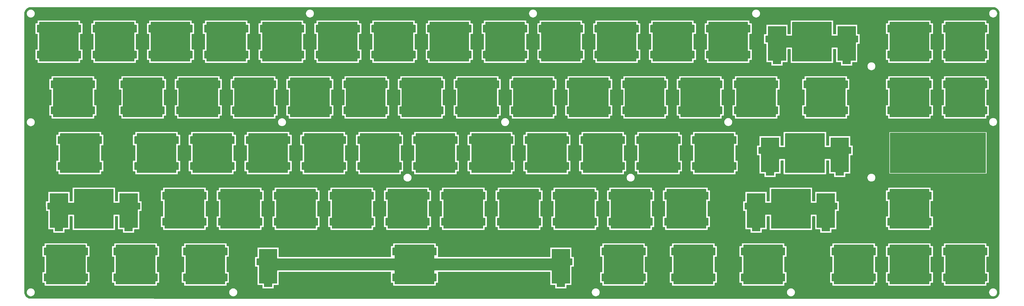
<source format=gbr>
G04 #@! TF.GenerationSoftware,KiCad,Pcbnew,8.0.7*
G04 #@! TF.CreationDate,2025-01-06T14:23:44+11:00*
G04 #@! TF.ProjectId,top,746f702e-6b69-4636-9164-5f7063625858,rev?*
G04 #@! TF.SameCoordinates,Original*
G04 #@! TF.FileFunction,Copper,L1,Top*
G04 #@! TF.FilePolarity,Positive*
%FSLAX46Y46*%
G04 Gerber Fmt 4.6, Leading zero omitted, Abs format (unit mm)*
G04 Created by KiCad (PCBNEW 8.0.7) date 2025-01-06 14:23:44*
%MOMM*%
%LPD*%
G01*
G04 APERTURE LIST*
G04 APERTURE END LIST*
G04 #@! TA.AperFunction,NonConductor*
G36*
X363327186Y-25206805D02*
G01*
X363508175Y-25256648D01*
X363508948Y-25256865D01*
X363524493Y-25261285D01*
X363526385Y-25261823D01*
X363532461Y-25263721D01*
X363682304Y-25314779D01*
X363690103Y-25317732D01*
X363703306Y-25323249D01*
X363850524Y-25384763D01*
X363856944Y-25387663D01*
X364016182Y-25465097D01*
X364022718Y-25468522D01*
X364164596Y-25548390D01*
X364173096Y-25553637D01*
X364286729Y-25630266D01*
X364293221Y-25634956D01*
X364296971Y-25637855D01*
X364301494Y-25641524D01*
X364402951Y-25727890D01*
X364408378Y-25732794D01*
X364495034Y-25815861D01*
X364517564Y-25837458D01*
X364521708Y-25841623D01*
X364628907Y-25954603D01*
X364633066Y-25959212D01*
X364725446Y-26066889D01*
X364730898Y-26073716D01*
X364740477Y-26086621D01*
X364799019Y-26165489D01*
X364803659Y-26172190D01*
X364814148Y-26188454D01*
X364817748Y-26194395D01*
X364900735Y-26340428D01*
X364904761Y-26348128D01*
X364984787Y-26515206D01*
X364987864Y-26522171D01*
X365053759Y-26684662D01*
X365057675Y-26694317D01*
X365060671Y-26702525D01*
X365113553Y-26864935D01*
X365115174Y-26870327D01*
X365155153Y-27015138D01*
X365162649Y-27042286D01*
X365167121Y-27075286D01*
X365167121Y-123046260D01*
X365162649Y-123079260D01*
X365115184Y-123251182D01*
X365113561Y-123256581D01*
X365059117Y-123423752D01*
X365055886Y-123432532D01*
X364980191Y-123616518D01*
X364976630Y-123624383D01*
X364889447Y-123800374D01*
X364884653Y-123809144D01*
X364795736Y-123957288D01*
X364788502Y-123968027D01*
X364713856Y-124067236D01*
X364707979Y-124074465D01*
X364602215Y-124195006D01*
X364597283Y-124200306D01*
X364477304Y-124321930D01*
X364472118Y-124326892D01*
X364352252Y-124435097D01*
X364345073Y-124441102D01*
X364238588Y-124523544D01*
X364229454Y-124529979D01*
X364128031Y-124594800D01*
X364119733Y-124599660D01*
X363927810Y-124702303D01*
X363918645Y-124706731D01*
X363715500Y-124794783D01*
X363705387Y-124798652D01*
X363504565Y-124865571D01*
X363498364Y-124867458D01*
X363327189Y-124914717D01*
X363294191Y-124919189D01*
X198701536Y-124921905D01*
X197930328Y-124921917D01*
X195207570Y-124921959D01*
X192496775Y-124921995D01*
X192496774Y-124921995D01*
X189798244Y-124922027D01*
X187112283Y-124922053D01*
X184439194Y-124922075D01*
X181779282Y-124922093D01*
X179132851Y-124922105D01*
X179132850Y-124922105D01*
X176500203Y-124922113D01*
X173881642Y-124922116D01*
X171277473Y-124922115D01*
X168688001Y-124922109D01*
X168688000Y-124922109D01*
X166113526Y-124922098D01*
X163554353Y-124922083D01*
X161010787Y-124922064D01*
X158483131Y-124922040D01*
X155971689Y-124922011D01*
X155971688Y-124922011D01*
X153476764Y-124921978D01*
X150998660Y-124921941D01*
X148537681Y-124921899D01*
X146094131Y-124921853D01*
X146094130Y-124921853D01*
X143668312Y-124921803D01*
X141260531Y-124921748D01*
X138871088Y-124921689D01*
X136500290Y-124921626D01*
X136500289Y-124921626D01*
X134148437Y-124921559D01*
X131815836Y-124921487D01*
X129502790Y-124921412D01*
X127209603Y-124921332D01*
X127209602Y-124921332D01*
X124936576Y-124921248D01*
X122684015Y-124921160D01*
X120452225Y-124921069D01*
X118241508Y-124920973D01*
X118241507Y-124920973D01*
X116052166Y-124920873D01*
X113884506Y-124920769D01*
X111738830Y-124920661D01*
X109615443Y-124920550D01*
X109615442Y-124920550D01*
X107514646Y-124920435D01*
X105436745Y-124920315D01*
X103382045Y-124920192D01*
X103382044Y-124920192D01*
X101350846Y-124920066D01*
X99343453Y-124919935D01*
X97360172Y-124919801D01*
X97360171Y-124919801D01*
X95401305Y-124919663D01*
X93467154Y-124919521D01*
X91558027Y-124919376D01*
X91558026Y-124919376D01*
X89674223Y-124919228D01*
X87816050Y-124919075D01*
X87816049Y-124919075D01*
X85983807Y-124918919D01*
X84255135Y-124918766D01*
X82398337Y-124918597D01*
X80645715Y-124918431D01*
X78882437Y-124918257D01*
X78882436Y-124918257D01*
X77222219Y-124918088D01*
X75481324Y-124917904D01*
X75481323Y-124917904D01*
X73909743Y-124917732D01*
X72295896Y-124917549D01*
X70621042Y-124917351D01*
X69154505Y-124917173D01*
X67606272Y-124916977D01*
X66130208Y-124916784D01*
X64556683Y-124916570D01*
X64556682Y-124916570D01*
X63225435Y-124916382D01*
X61792218Y-124916173D01*
X61792217Y-124916173D01*
X60344831Y-124915953D01*
X59097698Y-124915757D01*
X59097697Y-124915757D01*
X57829555Y-124915549D01*
X57829554Y-124915549D01*
X56492735Y-124915323D01*
X56492734Y-124915323D01*
X55252556Y-124915104D01*
X53965029Y-124914867D01*
X53965028Y-124914867D01*
X52804188Y-124914645D01*
X52693501Y-124914623D01*
X51642649Y-124914413D01*
X51642648Y-124914413D01*
X50540002Y-124914184D01*
X50540001Y-124914184D01*
X49475962Y-124913953D01*
X49475961Y-124913953D01*
X48467279Y-124913726D01*
X48467278Y-124913726D01*
X47428285Y-124913480D01*
X47428283Y-124913480D01*
X46431031Y-124913233D01*
X46431030Y-124913233D01*
X45486084Y-124912988D01*
X45486082Y-124912988D01*
X44590095Y-124912745D01*
X44590094Y-124912745D01*
X43746709Y-124912504D01*
X43746707Y-124912504D01*
X42859671Y-124912237D01*
X42859668Y-124912237D01*
X42026523Y-124911971D01*
X41980855Y-124911955D01*
X41280189Y-124911719D01*
X41280187Y-124911719D01*
X40557459Y-124911462D01*
X40557456Y-124911462D01*
X39857718Y-124911197D01*
X39857715Y-124911197D01*
X39219843Y-124910940D01*
X39197200Y-124910931D01*
X39197201Y-124910931D01*
X38971831Y-124910833D01*
X38562652Y-124910656D01*
X38562648Y-124910656D01*
X37986701Y-124910387D01*
X37986697Y-124910387D01*
X37452714Y-124910120D01*
X37452709Y-124910120D01*
X36941125Y-124909842D01*
X36941118Y-124909842D01*
X36467738Y-124909560D01*
X36467731Y-124909560D01*
X36038892Y-124909280D01*
X36038883Y-124909280D01*
X35646058Y-124908995D01*
X35646047Y-124908995D01*
X35298683Y-124908713D01*
X35298670Y-124908713D01*
X35064755Y-124908497D01*
X34987042Y-124908426D01*
X34987043Y-124908426D01*
X34836989Y-124908265D01*
X34716306Y-124908136D01*
X34716282Y-124908136D01*
X34487066Y-124907845D01*
X34487031Y-124907845D01*
X34296579Y-124907550D01*
X34296530Y-124907550D01*
X34271717Y-124907500D01*
X34148156Y-124907253D01*
X34041515Y-124906956D01*
X34041441Y-124906934D01*
X34041291Y-124906955D01*
X34040699Y-124906953D01*
X33977225Y-124906660D01*
X33976183Y-124906650D01*
X33969966Y-124906569D01*
X33952711Y-124905136D01*
X33951477Y-124904946D01*
X33942979Y-124903332D01*
X33722868Y-124853523D01*
X33710050Y-124849889D01*
X33485970Y-124773118D01*
X33474674Y-124768617D01*
X33257070Y-124669265D01*
X33245560Y-124663263D01*
X33049791Y-124547757D01*
X33038257Y-124540050D01*
X32939724Y-124465913D01*
X32932515Y-124460053D01*
X32910916Y-124441102D01*
X32828898Y-124369138D01*
X32811967Y-124354282D01*
X32806685Y-124349368D01*
X32685024Y-124229353D01*
X32680103Y-124224208D01*
X32571861Y-124104302D01*
X32565865Y-124097132D01*
X32483431Y-123990656D01*
X32476997Y-123981523D01*
X32412175Y-123880099D01*
X32407314Y-123871801D01*
X32304671Y-123679878D01*
X32300248Y-123670725D01*
X32212190Y-123467565D01*
X32208323Y-123457455D01*
X32141414Y-123256664D01*
X32139525Y-123250461D01*
X32092259Y-123079251D01*
X32087788Y-123046253D01*
X32087788Y-122622542D01*
X32925316Y-122622542D01*
X32925316Y-122835116D01*
X32935350Y-122898473D01*
X32955925Y-123028377D01*
X32958570Y-123045072D01*
X32969678Y-123079260D01*
X33024260Y-123247243D01*
X33120767Y-123436649D01*
X33245706Y-123608615D01*
X33396029Y-123758938D01*
X33567995Y-123883877D01*
X33567997Y-123883878D01*
X33568000Y-123883880D01*
X33757404Y-123980386D01*
X33959573Y-124046075D01*
X34169529Y-124079329D01*
X34169530Y-124079329D01*
X34382102Y-124079329D01*
X34382103Y-124079329D01*
X34592059Y-124046075D01*
X34794228Y-123980386D01*
X34983632Y-123883880D01*
X35086498Y-123809144D01*
X35155602Y-123758938D01*
X35155604Y-123758935D01*
X35155608Y-123758933D01*
X35305920Y-123608621D01*
X35305922Y-123608617D01*
X35305925Y-123608615D01*
X35423796Y-123446377D01*
X35430867Y-123436645D01*
X35527373Y-123247241D01*
X35593062Y-123045072D01*
X35626316Y-122835116D01*
X35626316Y-122632128D01*
X102079378Y-122632128D01*
X102079378Y-122844701D01*
X102112598Y-123054447D01*
X102112632Y-123054658D01*
X102178254Y-123256622D01*
X102178322Y-123256829D01*
X102274829Y-123446235D01*
X102399768Y-123618201D01*
X102550091Y-123768524D01*
X102722057Y-123893463D01*
X102722059Y-123893464D01*
X102722062Y-123893466D01*
X102911466Y-123989972D01*
X103113635Y-124055661D01*
X103323591Y-124088915D01*
X103323592Y-124088915D01*
X103536164Y-124088915D01*
X103536165Y-124088915D01*
X103746121Y-124055661D01*
X103948290Y-123989972D01*
X104137694Y-123893466D01*
X104167514Y-123871801D01*
X104309664Y-123768524D01*
X104309666Y-123768521D01*
X104309670Y-123768519D01*
X104459982Y-123618207D01*
X104459984Y-123618203D01*
X104459987Y-123618201D01*
X104584926Y-123446235D01*
X104584925Y-123446235D01*
X104584929Y-123446231D01*
X104681435Y-123256827D01*
X104747124Y-123054658D01*
X104780378Y-122844702D01*
X104780378Y-122632128D01*
X104779235Y-122624909D01*
X225892591Y-122624909D01*
X225892591Y-122837483D01*
X225893757Y-122844847D01*
X225922825Y-123028375D01*
X225925845Y-123047439D01*
X225936184Y-123079260D01*
X225991535Y-123249610D01*
X226088042Y-123439016D01*
X226212981Y-123610982D01*
X226363304Y-123761305D01*
X226535270Y-123886244D01*
X226535272Y-123886245D01*
X226535275Y-123886247D01*
X226724679Y-123982753D01*
X226926848Y-124048442D01*
X227136804Y-124081696D01*
X227136805Y-124081696D01*
X227349377Y-124081696D01*
X227349378Y-124081696D01*
X227559334Y-124048442D01*
X227761503Y-123982753D01*
X227950907Y-123886247D01*
X228057031Y-123809144D01*
X228122877Y-123761305D01*
X228122879Y-123761302D01*
X228122883Y-123761300D01*
X228273195Y-123610988D01*
X228273197Y-123610984D01*
X228273200Y-123610982D01*
X228393045Y-123446028D01*
X228398142Y-123439012D01*
X228494648Y-123249608D01*
X228560337Y-123047439D01*
X228593591Y-122837483D01*
X228593591Y-122632274D01*
X292565145Y-122632274D01*
X292565145Y-122844847D01*
X292597549Y-123049442D01*
X292598399Y-123054804D01*
X292664041Y-123256829D01*
X292664089Y-123256975D01*
X292760596Y-123446381D01*
X292885535Y-123618347D01*
X293035858Y-123768670D01*
X293207824Y-123893609D01*
X293207826Y-123893610D01*
X293207829Y-123893612D01*
X293397233Y-123990118D01*
X293599402Y-124055807D01*
X293809358Y-124089061D01*
X293809359Y-124089061D01*
X294021931Y-124089061D01*
X294021932Y-124089061D01*
X294231888Y-124055807D01*
X294434057Y-123990118D01*
X294623461Y-123893612D01*
X294647643Y-123876043D01*
X294795431Y-123768670D01*
X294795433Y-123768667D01*
X294795437Y-123768665D01*
X294945749Y-123618353D01*
X294945751Y-123618349D01*
X294945754Y-123618347D01*
X295070693Y-123446381D01*
X295070692Y-123446381D01*
X295070696Y-123446377D01*
X295167202Y-123256973D01*
X295232891Y-123054804D01*
X295266145Y-122844848D01*
X295266145Y-122632274D01*
X295266089Y-122631921D01*
X361621243Y-122631921D01*
X361621243Y-122844494D01*
X361653703Y-123049442D01*
X361654497Y-123054451D01*
X361720173Y-123256581D01*
X361720187Y-123256622D01*
X361816694Y-123446028D01*
X361941633Y-123617994D01*
X362091956Y-123768317D01*
X362263922Y-123893256D01*
X362263924Y-123893257D01*
X362263927Y-123893259D01*
X362453331Y-123989765D01*
X362655500Y-124055454D01*
X362865456Y-124088708D01*
X362865457Y-124088708D01*
X363078029Y-124088708D01*
X363078030Y-124088708D01*
X363287986Y-124055454D01*
X363490155Y-123989765D01*
X363679559Y-123893259D01*
X363709094Y-123871801D01*
X363851529Y-123768317D01*
X363851531Y-123768314D01*
X363851535Y-123768312D01*
X364001847Y-123618000D01*
X364001849Y-123617996D01*
X364001852Y-123617994D01*
X364126535Y-123446381D01*
X364126794Y-123446024D01*
X364223300Y-123256620D01*
X364288989Y-123054451D01*
X364322243Y-122844495D01*
X364322243Y-122631921D01*
X364288989Y-122421965D01*
X364223300Y-122219796D01*
X364126794Y-122030392D01*
X364126792Y-122030389D01*
X364126791Y-122030387D01*
X364001852Y-121858421D01*
X363851529Y-121708098D01*
X363679563Y-121583159D01*
X363490157Y-121486652D01*
X363490156Y-121486651D01*
X363490155Y-121486651D01*
X363287986Y-121420962D01*
X363287984Y-121420961D01*
X363287983Y-121420961D01*
X363125894Y-121395289D01*
X363078030Y-121387708D01*
X362865456Y-121387708D01*
X362817592Y-121395289D01*
X362655503Y-121420961D01*
X362655500Y-121420962D01*
X362482197Y-121477272D01*
X362453328Y-121486652D01*
X362263922Y-121583159D01*
X362091956Y-121708098D01*
X361941633Y-121858421D01*
X361816694Y-122030387D01*
X361720187Y-122219793D01*
X361654496Y-122421968D01*
X361621243Y-122631921D01*
X295266089Y-122631921D01*
X295232891Y-122422318D01*
X295167202Y-122220149D01*
X295070696Y-122030745D01*
X295070694Y-122030742D01*
X295070693Y-122030740D01*
X294945754Y-121858774D01*
X294795431Y-121708451D01*
X294623465Y-121583512D01*
X294434059Y-121487005D01*
X294434058Y-121487004D01*
X294434057Y-121487004D01*
X294231888Y-121421315D01*
X294231886Y-121421314D01*
X294231885Y-121421314D01*
X294067567Y-121395289D01*
X294021932Y-121388061D01*
X293809358Y-121388061D01*
X293763723Y-121395289D01*
X293599405Y-121421314D01*
X293397230Y-121487005D01*
X293207824Y-121583512D01*
X293035858Y-121708451D01*
X292885535Y-121858774D01*
X292760596Y-122030740D01*
X292664089Y-122220146D01*
X292598398Y-122422321D01*
X292565145Y-122632274D01*
X228593591Y-122632274D01*
X228593591Y-122624909D01*
X228560337Y-122414953D01*
X228494648Y-122212784D01*
X228398142Y-122023380D01*
X228398140Y-122023377D01*
X228398139Y-122023375D01*
X228273200Y-121851409D01*
X228122877Y-121701086D01*
X227950911Y-121576147D01*
X227761505Y-121479640D01*
X227761504Y-121479639D01*
X227761503Y-121479639D01*
X227559334Y-121413950D01*
X227559332Y-121413949D01*
X227559331Y-121413949D01*
X227393650Y-121387708D01*
X227349378Y-121380696D01*
X227136804Y-121380696D01*
X227092532Y-121387708D01*
X226926851Y-121413949D01*
X226724676Y-121479640D01*
X226535270Y-121576147D01*
X226363304Y-121701086D01*
X226212981Y-121851409D01*
X226088042Y-122023375D01*
X225991535Y-122212781D01*
X225925844Y-122414956D01*
X225924701Y-122422175D01*
X225892591Y-122624909D01*
X104779235Y-122624909D01*
X104747124Y-122422172D01*
X104681435Y-122220003D01*
X104584929Y-122030599D01*
X104584927Y-122030596D01*
X104584926Y-122030594D01*
X104459987Y-121858628D01*
X104309664Y-121708305D01*
X104137698Y-121583366D01*
X103948292Y-121486859D01*
X103948291Y-121486858D01*
X103948290Y-121486858D01*
X103746121Y-121421169D01*
X103746119Y-121421168D01*
X103746118Y-121421168D01*
X103582722Y-121395289D01*
X103536165Y-121387915D01*
X103323591Y-121387915D01*
X103277034Y-121395289D01*
X103113638Y-121421168D01*
X103113635Y-121421169D01*
X102940966Y-121477273D01*
X102911463Y-121486859D01*
X102722057Y-121583366D01*
X102550091Y-121708305D01*
X102399768Y-121858628D01*
X102274829Y-122030594D01*
X102178322Y-122220000D01*
X102112631Y-122422175D01*
X102079378Y-122632128D01*
X35626316Y-122632128D01*
X35626316Y-122622542D01*
X35593062Y-122412586D01*
X35527373Y-122210417D01*
X35430867Y-122021013D01*
X35430865Y-122021010D01*
X35430864Y-122021008D01*
X35305925Y-121849042D01*
X35155602Y-121698719D01*
X34983636Y-121573780D01*
X34794230Y-121477273D01*
X34794229Y-121477272D01*
X34794228Y-121477272D01*
X34592059Y-121411583D01*
X34592057Y-121411582D01*
X34592056Y-121411582D01*
X34430773Y-121386037D01*
X34382103Y-121378329D01*
X34169529Y-121378329D01*
X34120858Y-121386037D01*
X33959576Y-121411582D01*
X33757401Y-121477273D01*
X33567995Y-121573780D01*
X33396029Y-121698719D01*
X33245706Y-121849042D01*
X33120767Y-122021008D01*
X33024260Y-122210414D01*
X32958569Y-122412589D01*
X32957028Y-122422321D01*
X32925316Y-122622542D01*
X32087788Y-122622542D01*
X32087788Y-107064770D01*
X38237371Y-107064770D01*
X38237371Y-110451437D01*
X38242534Y-110484037D01*
X38242534Y-110484038D01*
X38242535Y-110484040D01*
X38280860Y-110536790D01*
X38342871Y-110556939D01*
X38896538Y-110556939D01*
X38963577Y-110576624D01*
X39009332Y-110629428D01*
X39020538Y-110680939D01*
X39020538Y-115725272D01*
X39000853Y-115792311D01*
X38948049Y-115838066D01*
X38896538Y-115849272D01*
X38342871Y-115849272D01*
X38336736Y-115850243D01*
X38310272Y-115854435D01*
X38310268Y-115854437D01*
X38257520Y-115892760D01*
X38257519Y-115892761D01*
X38237371Y-115954770D01*
X38237371Y-119341437D01*
X38242534Y-119374037D01*
X38242534Y-119374038D01*
X38242535Y-119374040D01*
X38280860Y-119426790D01*
X38342871Y-119446939D01*
X38896538Y-119446939D01*
X38963577Y-119466624D01*
X39009332Y-119519428D01*
X39020538Y-119570939D01*
X39020538Y-120336270D01*
X39025701Y-120368870D01*
X39025701Y-120368871D01*
X39025702Y-120368873D01*
X39064027Y-120421623D01*
X39126038Y-120441772D01*
X39126039Y-120441772D01*
X53413537Y-120441772D01*
X53413538Y-120441772D01*
X53446139Y-120436608D01*
X53498889Y-120398283D01*
X53519038Y-120336272D01*
X53519038Y-119570939D01*
X53538723Y-119503900D01*
X53591527Y-119458145D01*
X53643038Y-119446939D01*
X54217870Y-119446939D01*
X54217871Y-119446939D01*
X54250472Y-119441775D01*
X54303222Y-119403450D01*
X54323371Y-119341439D01*
X54323371Y-115954772D01*
X54318207Y-115922171D01*
X54279882Y-115869421D01*
X54279881Y-115869420D01*
X54217872Y-115849272D01*
X54217871Y-115849272D01*
X53643038Y-115849272D01*
X53575999Y-115829587D01*
X53530244Y-115776783D01*
X53519038Y-115725272D01*
X53519038Y-110680939D01*
X53538723Y-110613900D01*
X53591527Y-110568145D01*
X53643038Y-110556939D01*
X54217870Y-110556939D01*
X54217871Y-110556939D01*
X54250472Y-110551775D01*
X54303222Y-110513450D01*
X54323371Y-110451439D01*
X54323371Y-107064772D01*
X54323371Y-107064770D01*
X62049871Y-107064770D01*
X62049871Y-110451437D01*
X62055034Y-110484037D01*
X62055034Y-110484038D01*
X62055035Y-110484040D01*
X62093360Y-110536790D01*
X62155371Y-110556939D01*
X62709038Y-110556939D01*
X62776077Y-110576624D01*
X62821832Y-110629428D01*
X62833038Y-110680939D01*
X62833038Y-115725272D01*
X62813353Y-115792311D01*
X62760549Y-115838066D01*
X62709038Y-115849272D01*
X62155371Y-115849272D01*
X62149236Y-115850243D01*
X62122772Y-115854435D01*
X62122768Y-115854437D01*
X62070020Y-115892760D01*
X62070019Y-115892761D01*
X62049871Y-115954770D01*
X62049871Y-119341437D01*
X62055034Y-119374037D01*
X62055034Y-119374038D01*
X62055035Y-119374040D01*
X62093360Y-119426790D01*
X62155371Y-119446939D01*
X62709038Y-119446939D01*
X62776077Y-119466624D01*
X62821832Y-119519428D01*
X62833038Y-119570939D01*
X62833038Y-120336270D01*
X62838201Y-120368870D01*
X62838201Y-120368871D01*
X62838202Y-120368873D01*
X62876527Y-120421623D01*
X62938538Y-120441772D01*
X62938539Y-120441772D01*
X77226037Y-120441772D01*
X77226038Y-120441772D01*
X77258639Y-120436608D01*
X77311389Y-120398283D01*
X77331538Y-120336272D01*
X77331538Y-119570939D01*
X77351223Y-119503900D01*
X77404027Y-119458145D01*
X77455538Y-119446939D01*
X78030370Y-119446939D01*
X78030371Y-119446939D01*
X78062972Y-119441775D01*
X78115722Y-119403450D01*
X78135871Y-119341439D01*
X78135871Y-115954772D01*
X78130707Y-115922171D01*
X78092382Y-115869421D01*
X78092381Y-115869420D01*
X78030372Y-115849272D01*
X78030371Y-115849272D01*
X77455538Y-115849272D01*
X77388499Y-115829587D01*
X77342744Y-115776783D01*
X77331538Y-115725272D01*
X77331538Y-110680939D01*
X77351223Y-110613900D01*
X77404027Y-110568145D01*
X77455538Y-110556939D01*
X78030370Y-110556939D01*
X78030371Y-110556939D01*
X78062972Y-110551775D01*
X78115722Y-110513450D01*
X78135871Y-110451439D01*
X78135871Y-107064772D01*
X78135871Y-107064770D01*
X85862371Y-107064770D01*
X85862371Y-110451437D01*
X85867534Y-110484037D01*
X85867534Y-110484038D01*
X85867535Y-110484040D01*
X85905860Y-110536790D01*
X85967871Y-110556939D01*
X86521538Y-110556939D01*
X86588577Y-110576624D01*
X86634332Y-110629428D01*
X86645538Y-110680939D01*
X86645538Y-115725272D01*
X86625853Y-115792311D01*
X86573049Y-115838066D01*
X86521538Y-115849272D01*
X85967871Y-115849272D01*
X85961736Y-115850243D01*
X85935272Y-115854435D01*
X85935268Y-115854437D01*
X85882520Y-115892760D01*
X85882519Y-115892761D01*
X85862371Y-115954770D01*
X85862371Y-119341437D01*
X85867534Y-119374037D01*
X85867534Y-119374038D01*
X85867535Y-119374040D01*
X85905860Y-119426790D01*
X85967871Y-119446939D01*
X86521538Y-119446939D01*
X86588577Y-119466624D01*
X86634332Y-119519428D01*
X86645538Y-119570939D01*
X86645538Y-120336270D01*
X86650701Y-120368870D01*
X86650701Y-120368871D01*
X86650702Y-120368873D01*
X86689027Y-120421623D01*
X86751038Y-120441772D01*
X86751039Y-120441772D01*
X101038537Y-120441772D01*
X101038538Y-120441772D01*
X101071139Y-120436608D01*
X101123889Y-120398283D01*
X101144038Y-120336272D01*
X101144038Y-119570939D01*
X101163723Y-119503900D01*
X101216527Y-119458145D01*
X101268038Y-119446939D01*
X101842870Y-119446939D01*
X101842871Y-119446939D01*
X101875472Y-119441775D01*
X101928222Y-119403450D01*
X101948371Y-119341439D01*
X101948371Y-115954772D01*
X101943207Y-115922171D01*
X101904882Y-115869421D01*
X101904881Y-115869420D01*
X101842872Y-115849272D01*
X101842871Y-115849272D01*
X101268038Y-115849272D01*
X101200999Y-115829587D01*
X101155244Y-115776783D01*
X101144038Y-115725272D01*
X101144038Y-110768937D01*
X110881371Y-110768937D01*
X110881371Y-113838104D01*
X110886534Y-113870704D01*
X110886534Y-113870705D01*
X110886535Y-113870707D01*
X110924860Y-113923457D01*
X110986871Y-113943606D01*
X111582871Y-113943606D01*
X111649910Y-113963291D01*
X111695665Y-114016095D01*
X111706871Y-114067606D01*
X111706871Y-120124604D01*
X111712034Y-120157204D01*
X111712034Y-120157205D01*
X111712035Y-120157207D01*
X111750360Y-120209957D01*
X111812371Y-120230106D01*
X113318538Y-120230106D01*
X113385577Y-120249791D01*
X113431332Y-120302595D01*
X113442538Y-120354106D01*
X113442538Y-121309937D01*
X113447701Y-121342537D01*
X113447701Y-121342538D01*
X113447702Y-121342540D01*
X113486027Y-121395290D01*
X113548038Y-121415439D01*
X113548039Y-121415439D01*
X117125203Y-121415439D01*
X117125204Y-121415439D01*
X117157805Y-121410275D01*
X117210555Y-121371950D01*
X117230704Y-121309939D01*
X117230704Y-120354106D01*
X117250389Y-120287067D01*
X117303193Y-120241312D01*
X117354704Y-120230106D01*
X118860870Y-120230106D01*
X118860871Y-120230106D01*
X118893472Y-120224942D01*
X118946222Y-120186617D01*
X118966371Y-120124606D01*
X118966371Y-115866772D01*
X118986056Y-115799733D01*
X119038860Y-115753978D01*
X119090371Y-115742772D01*
X157198083Y-115742772D01*
X157265122Y-115762457D01*
X157310877Y-115815261D01*
X157320821Y-115884419D01*
X157316014Y-115905091D01*
X157299871Y-115954771D01*
X157299871Y-119341437D01*
X157305034Y-119374037D01*
X157305034Y-119374038D01*
X157305035Y-119374040D01*
X157343360Y-119426790D01*
X157405371Y-119446939D01*
X157959038Y-119446939D01*
X158026077Y-119466624D01*
X158071832Y-119519428D01*
X158083038Y-119570939D01*
X158083038Y-120336270D01*
X158088201Y-120368870D01*
X158088201Y-120368871D01*
X158088202Y-120368873D01*
X158126527Y-120421623D01*
X158188538Y-120441772D01*
X158188539Y-120441772D01*
X172476037Y-120441772D01*
X172476038Y-120441772D01*
X172508639Y-120436608D01*
X172561389Y-120398283D01*
X172581538Y-120336272D01*
X172581538Y-119570939D01*
X172601223Y-119503900D01*
X172654027Y-119458145D01*
X172705538Y-119446939D01*
X173280370Y-119446939D01*
X173280371Y-119446939D01*
X173312972Y-119441775D01*
X173365722Y-119403450D01*
X173385871Y-119341439D01*
X173385871Y-115954772D01*
X173380707Y-115922171D01*
X173380705Y-115922168D01*
X173377416Y-115914228D01*
X173369946Y-115844759D01*
X173401219Y-115782279D01*
X173461306Y-115746625D01*
X173491976Y-115742772D01*
X211595371Y-115742772D01*
X211662410Y-115762457D01*
X211708165Y-115815261D01*
X211719371Y-115866772D01*
X211719371Y-120124604D01*
X211724534Y-120157204D01*
X211724534Y-120157205D01*
X211724535Y-120157207D01*
X211762860Y-120209957D01*
X211824871Y-120230106D01*
X213309871Y-120230106D01*
X213376910Y-120249791D01*
X213422665Y-120302595D01*
X213433871Y-120354106D01*
X213433871Y-121309937D01*
X213439034Y-121342537D01*
X213439034Y-121342538D01*
X213439035Y-121342540D01*
X213477360Y-121395290D01*
X213539371Y-121415439D01*
X213539372Y-121415439D01*
X217137703Y-121415439D01*
X217137704Y-121415439D01*
X217170305Y-121410275D01*
X217223055Y-121371950D01*
X217243204Y-121309939D01*
X217243204Y-120354106D01*
X217262889Y-120287067D01*
X217315693Y-120241312D01*
X217367204Y-120230106D01*
X218852203Y-120230106D01*
X218852204Y-120230106D01*
X218884805Y-120224942D01*
X218937555Y-120186617D01*
X218957704Y-120124606D01*
X218957704Y-114067606D01*
X218977389Y-114000567D01*
X219030193Y-113954812D01*
X219081704Y-113943606D01*
X219677703Y-113943606D01*
X219677704Y-113943606D01*
X219710305Y-113938442D01*
X219763055Y-113900117D01*
X219783204Y-113838106D01*
X219783204Y-110768939D01*
X219778040Y-110736338D01*
X219739715Y-110683588D01*
X219739714Y-110683587D01*
X219677705Y-110663439D01*
X219677704Y-110663439D01*
X219081704Y-110663439D01*
X219014665Y-110643754D01*
X218968910Y-110590950D01*
X218957704Y-110539439D01*
X218957704Y-107530440D01*
X218955722Y-107517928D01*
X218952540Y-107497838D01*
X218914215Y-107445088D01*
X218914214Y-107445087D01*
X218852205Y-107424939D01*
X218852204Y-107424939D01*
X211824871Y-107424939D01*
X211818736Y-107425910D01*
X211792272Y-107430102D01*
X211792268Y-107430104D01*
X211739520Y-107468427D01*
X211739519Y-107468428D01*
X211719371Y-107530437D01*
X211719371Y-110539439D01*
X211699686Y-110606478D01*
X211646882Y-110652233D01*
X211595371Y-110663439D01*
X173487659Y-110663439D01*
X173420620Y-110643754D01*
X173374865Y-110590950D01*
X173364921Y-110521792D01*
X173369728Y-110501120D01*
X173372697Y-110491983D01*
X173385871Y-110451439D01*
X173385871Y-107064772D01*
X173385871Y-107064770D01*
X228716204Y-107064770D01*
X228716204Y-110451437D01*
X228721367Y-110484037D01*
X228721367Y-110484038D01*
X228721368Y-110484040D01*
X228759693Y-110536790D01*
X228821704Y-110556939D01*
X229396538Y-110556939D01*
X229463577Y-110576624D01*
X229509332Y-110629428D01*
X229520538Y-110680939D01*
X229520538Y-115725272D01*
X229500853Y-115792311D01*
X229448049Y-115838066D01*
X229396538Y-115849272D01*
X228821704Y-115849272D01*
X228815569Y-115850243D01*
X228789105Y-115854435D01*
X228789101Y-115854437D01*
X228736353Y-115892760D01*
X228736352Y-115892761D01*
X228716204Y-115954770D01*
X228716204Y-119341437D01*
X228721367Y-119374037D01*
X228721367Y-119374038D01*
X228721368Y-119374040D01*
X228759693Y-119426790D01*
X228821704Y-119446939D01*
X229396538Y-119446939D01*
X229463577Y-119466624D01*
X229509332Y-119519428D01*
X229520538Y-119570939D01*
X229520538Y-120336270D01*
X229525701Y-120368870D01*
X229525701Y-120368871D01*
X229525702Y-120368873D01*
X229564027Y-120421623D01*
X229626038Y-120441772D01*
X229626039Y-120441772D01*
X243913537Y-120441772D01*
X243913538Y-120441772D01*
X243946139Y-120436608D01*
X243998889Y-120398283D01*
X244019038Y-120336272D01*
X244019038Y-119570939D01*
X244038723Y-119503900D01*
X244091527Y-119458145D01*
X244143038Y-119446939D01*
X244717870Y-119446939D01*
X244717871Y-119446939D01*
X244750472Y-119441775D01*
X244803222Y-119403450D01*
X244823371Y-119341439D01*
X244823371Y-115954772D01*
X244818207Y-115922171D01*
X244779882Y-115869421D01*
X244779881Y-115869420D01*
X244717872Y-115849272D01*
X244717871Y-115849272D01*
X244143038Y-115849272D01*
X244075999Y-115829587D01*
X244030244Y-115776783D01*
X244019038Y-115725272D01*
X244019038Y-110680939D01*
X244038723Y-110613900D01*
X244091527Y-110568145D01*
X244143038Y-110556939D01*
X244717870Y-110556939D01*
X244717871Y-110556939D01*
X244750472Y-110551775D01*
X244803222Y-110513450D01*
X244823371Y-110451439D01*
X244823371Y-107064772D01*
X244823371Y-107064770D01*
X252528704Y-107064770D01*
X252528704Y-110451437D01*
X252533867Y-110484037D01*
X252533867Y-110484038D01*
X252533868Y-110484040D01*
X252572193Y-110536790D01*
X252634204Y-110556939D01*
X253209038Y-110556939D01*
X253276077Y-110576624D01*
X253321832Y-110629428D01*
X253333038Y-110680939D01*
X253333038Y-115725272D01*
X253313353Y-115792311D01*
X253260549Y-115838066D01*
X253209038Y-115849272D01*
X252634204Y-115849272D01*
X252628069Y-115850243D01*
X252601605Y-115854435D01*
X252601601Y-115854437D01*
X252548853Y-115892760D01*
X252548852Y-115892761D01*
X252528704Y-115954770D01*
X252528704Y-119341437D01*
X252533867Y-119374037D01*
X252533867Y-119374038D01*
X252533868Y-119374040D01*
X252572193Y-119426790D01*
X252634204Y-119446939D01*
X253209038Y-119446939D01*
X253276077Y-119466624D01*
X253321832Y-119519428D01*
X253333038Y-119570939D01*
X253333038Y-120336270D01*
X253338201Y-120368870D01*
X253338201Y-120368871D01*
X253338202Y-120368873D01*
X253376527Y-120421623D01*
X253438538Y-120441772D01*
X253438539Y-120441772D01*
X267726037Y-120441772D01*
X267726038Y-120441772D01*
X267758639Y-120436608D01*
X267811389Y-120398283D01*
X267831538Y-120336272D01*
X267831538Y-119570939D01*
X267851223Y-119503900D01*
X267904027Y-119458145D01*
X267955538Y-119446939D01*
X268530370Y-119446939D01*
X268530371Y-119446939D01*
X268562972Y-119441775D01*
X268615722Y-119403450D01*
X268635871Y-119341439D01*
X268635871Y-115954772D01*
X268630707Y-115922171D01*
X268592382Y-115869421D01*
X268592381Y-115869420D01*
X268530372Y-115849272D01*
X268530371Y-115849272D01*
X267955538Y-115849272D01*
X267888499Y-115829587D01*
X267842744Y-115776783D01*
X267831538Y-115725272D01*
X267831538Y-110680939D01*
X267851223Y-110613900D01*
X267904027Y-110568145D01*
X267955538Y-110556939D01*
X268530370Y-110556939D01*
X268530371Y-110556939D01*
X268562972Y-110551775D01*
X268615722Y-110513450D01*
X268635871Y-110451439D01*
X268635871Y-107064772D01*
X268635871Y-107064770D01*
X276341204Y-107064770D01*
X276341204Y-110451437D01*
X276346367Y-110484037D01*
X276346367Y-110484038D01*
X276346368Y-110484040D01*
X276384693Y-110536790D01*
X276446704Y-110556939D01*
X277021538Y-110556939D01*
X277088577Y-110576624D01*
X277134332Y-110629428D01*
X277145538Y-110680939D01*
X277145538Y-115725272D01*
X277125853Y-115792311D01*
X277073049Y-115838066D01*
X277021538Y-115849272D01*
X276446704Y-115849272D01*
X276440569Y-115850243D01*
X276414105Y-115854435D01*
X276414101Y-115854437D01*
X276361353Y-115892760D01*
X276361352Y-115892761D01*
X276341204Y-115954770D01*
X276341204Y-119341437D01*
X276346367Y-119374037D01*
X276346367Y-119374038D01*
X276346368Y-119374040D01*
X276384693Y-119426790D01*
X276446704Y-119446939D01*
X277021538Y-119446939D01*
X277088577Y-119466624D01*
X277134332Y-119519428D01*
X277145538Y-119570939D01*
X277145538Y-120336270D01*
X277150701Y-120368870D01*
X277150701Y-120368871D01*
X277150702Y-120368873D01*
X277189027Y-120421623D01*
X277251038Y-120441772D01*
X277251039Y-120441772D01*
X291538537Y-120441772D01*
X291538538Y-120441772D01*
X291571139Y-120436608D01*
X291623889Y-120398283D01*
X291644038Y-120336272D01*
X291644038Y-119570939D01*
X291663723Y-119503900D01*
X291716527Y-119458145D01*
X291768038Y-119446939D01*
X292342870Y-119446939D01*
X292342871Y-119446939D01*
X292375472Y-119441775D01*
X292428222Y-119403450D01*
X292448371Y-119341439D01*
X292448371Y-115954772D01*
X292443207Y-115922171D01*
X292404882Y-115869421D01*
X292404881Y-115869420D01*
X292342872Y-115849272D01*
X292342871Y-115849272D01*
X291768038Y-115849272D01*
X291700999Y-115829587D01*
X291655244Y-115776783D01*
X291644038Y-115725272D01*
X291644038Y-110680939D01*
X291663723Y-110613900D01*
X291716527Y-110568145D01*
X291768038Y-110556939D01*
X292342870Y-110556939D01*
X292342871Y-110556939D01*
X292375472Y-110551775D01*
X292428222Y-110513450D01*
X292448371Y-110451439D01*
X292448371Y-107064772D01*
X292448371Y-107064770D01*
X307308038Y-107064770D01*
X307308038Y-110451437D01*
X307313201Y-110484037D01*
X307313201Y-110484038D01*
X307313202Y-110484040D01*
X307351527Y-110536790D01*
X307413538Y-110556939D01*
X307988371Y-110556939D01*
X308055410Y-110576624D01*
X308101165Y-110629428D01*
X308112371Y-110680939D01*
X308112371Y-115725272D01*
X308092686Y-115792311D01*
X308039882Y-115838066D01*
X307988371Y-115849272D01*
X307413538Y-115849272D01*
X307407403Y-115850243D01*
X307380939Y-115854435D01*
X307380935Y-115854437D01*
X307328187Y-115892760D01*
X307328186Y-115892761D01*
X307308038Y-115954770D01*
X307308038Y-119341437D01*
X307313201Y-119374037D01*
X307313201Y-119374038D01*
X307313202Y-119374040D01*
X307351527Y-119426790D01*
X307413538Y-119446939D01*
X307988371Y-119446939D01*
X308055410Y-119466624D01*
X308101165Y-119519428D01*
X308112371Y-119570939D01*
X308112371Y-120336270D01*
X308117534Y-120368870D01*
X308117534Y-120368871D01*
X308117535Y-120368873D01*
X308155860Y-120421623D01*
X308217871Y-120441772D01*
X308217872Y-120441772D01*
X322505370Y-120441772D01*
X322505371Y-120441772D01*
X322537972Y-120436608D01*
X322590722Y-120398283D01*
X322610871Y-120336272D01*
X322610871Y-119570939D01*
X322630556Y-119503900D01*
X322683360Y-119458145D01*
X322734871Y-119446939D01*
X323288537Y-119446939D01*
X323288538Y-119446939D01*
X323321139Y-119441775D01*
X323373889Y-119403450D01*
X323394038Y-119341439D01*
X323394038Y-115954772D01*
X323388874Y-115922171D01*
X323350549Y-115869421D01*
X323350548Y-115869420D01*
X323288539Y-115849272D01*
X323288538Y-115849272D01*
X322734871Y-115849272D01*
X322667832Y-115829587D01*
X322622077Y-115776783D01*
X322610871Y-115725272D01*
X322610871Y-110680939D01*
X322630556Y-110613900D01*
X322683360Y-110568145D01*
X322734871Y-110556939D01*
X323288537Y-110556939D01*
X323288538Y-110556939D01*
X323321139Y-110551775D01*
X323373889Y-110513450D01*
X323394038Y-110451439D01*
X323394038Y-107064772D01*
X323394038Y-107064770D01*
X326358038Y-107064770D01*
X326358038Y-110451437D01*
X326363201Y-110484037D01*
X326363201Y-110484038D01*
X326363202Y-110484040D01*
X326401527Y-110536790D01*
X326463538Y-110556939D01*
X327038371Y-110556939D01*
X327105410Y-110576624D01*
X327151165Y-110629428D01*
X327162371Y-110680939D01*
X327162371Y-115725272D01*
X327142686Y-115792311D01*
X327089882Y-115838066D01*
X327038371Y-115849272D01*
X326463538Y-115849272D01*
X326457403Y-115850243D01*
X326430939Y-115854435D01*
X326430935Y-115854437D01*
X326378187Y-115892760D01*
X326378186Y-115892761D01*
X326358038Y-115954770D01*
X326358038Y-119341437D01*
X326363201Y-119374037D01*
X326363201Y-119374038D01*
X326363202Y-119374040D01*
X326401527Y-119426790D01*
X326463538Y-119446939D01*
X327038371Y-119446939D01*
X327105410Y-119466624D01*
X327151165Y-119519428D01*
X327162371Y-119570939D01*
X327162371Y-120336270D01*
X327167534Y-120368870D01*
X327167534Y-120368871D01*
X327167535Y-120368873D01*
X327205860Y-120421623D01*
X327267871Y-120441772D01*
X327267872Y-120441772D01*
X341534203Y-120441772D01*
X341534204Y-120441772D01*
X341566805Y-120436608D01*
X341619555Y-120398283D01*
X341639704Y-120336272D01*
X341639704Y-119570939D01*
X341659389Y-119503900D01*
X341712193Y-119458145D01*
X341763704Y-119446939D01*
X342338537Y-119446939D01*
X342338538Y-119446939D01*
X342371139Y-119441775D01*
X342423889Y-119403450D01*
X342444038Y-119341439D01*
X342444038Y-115954772D01*
X342438874Y-115922171D01*
X342400549Y-115869421D01*
X342400548Y-115869420D01*
X342338539Y-115849272D01*
X342338538Y-115849272D01*
X341763704Y-115849272D01*
X341696665Y-115829587D01*
X341650910Y-115776783D01*
X341639704Y-115725272D01*
X341639704Y-110680939D01*
X341659389Y-110613900D01*
X341712193Y-110568145D01*
X341763704Y-110556939D01*
X342338537Y-110556939D01*
X342338538Y-110556939D01*
X342371139Y-110551775D01*
X342423889Y-110513450D01*
X342444038Y-110451439D01*
X342444038Y-107064772D01*
X342444038Y-107064770D01*
X345408038Y-107064770D01*
X345408038Y-110451437D01*
X345413201Y-110484037D01*
X345413201Y-110484038D01*
X345413202Y-110484040D01*
X345451527Y-110536790D01*
X345513538Y-110556939D01*
X346088371Y-110556939D01*
X346155410Y-110576624D01*
X346201165Y-110629428D01*
X346212371Y-110680939D01*
X346212371Y-115725272D01*
X346192686Y-115792311D01*
X346139882Y-115838066D01*
X346088371Y-115849272D01*
X345513538Y-115849272D01*
X345507403Y-115850243D01*
X345480939Y-115854435D01*
X345480935Y-115854437D01*
X345428187Y-115892760D01*
X345428186Y-115892761D01*
X345408038Y-115954770D01*
X345408038Y-119341437D01*
X345413201Y-119374037D01*
X345413201Y-119374038D01*
X345413202Y-119374040D01*
X345451527Y-119426790D01*
X345513538Y-119446939D01*
X346088371Y-119446939D01*
X346155410Y-119466624D01*
X346201165Y-119519428D01*
X346212371Y-119570939D01*
X346212371Y-120336270D01*
X346217534Y-120368870D01*
X346217534Y-120368871D01*
X346217535Y-120368873D01*
X346255860Y-120421623D01*
X346317871Y-120441772D01*
X346317872Y-120441772D01*
X360584203Y-120441772D01*
X360584204Y-120441772D01*
X360616805Y-120436608D01*
X360669555Y-120398283D01*
X360689704Y-120336272D01*
X360689704Y-119570939D01*
X360709389Y-119503900D01*
X360762193Y-119458145D01*
X360813704Y-119446939D01*
X361388537Y-119446939D01*
X361388538Y-119446939D01*
X361421139Y-119441775D01*
X361473889Y-119403450D01*
X361494038Y-119341439D01*
X361494038Y-115954772D01*
X361488874Y-115922171D01*
X361450549Y-115869421D01*
X361450548Y-115869420D01*
X361388539Y-115849272D01*
X361388538Y-115849272D01*
X360813704Y-115849272D01*
X360746665Y-115829587D01*
X360700910Y-115776783D01*
X360689704Y-115725272D01*
X360689704Y-110680939D01*
X360709389Y-110613900D01*
X360762193Y-110568145D01*
X360813704Y-110556939D01*
X361388537Y-110556939D01*
X361388538Y-110556939D01*
X361421139Y-110551775D01*
X361473889Y-110513450D01*
X361494038Y-110451439D01*
X361494038Y-107064772D01*
X361488874Y-107032171D01*
X361450549Y-106979421D01*
X361450548Y-106979420D01*
X361388539Y-106959272D01*
X361388538Y-106959272D01*
X360813704Y-106959272D01*
X360746665Y-106939587D01*
X360700910Y-106886783D01*
X360689704Y-106835272D01*
X360689704Y-106069940D01*
X360684540Y-106037340D01*
X360684540Y-106037338D01*
X360646215Y-105984588D01*
X360646214Y-105984587D01*
X360584205Y-105964439D01*
X360584204Y-105964439D01*
X346317871Y-105964439D01*
X346311736Y-105965410D01*
X346285272Y-105969602D01*
X346285268Y-105969604D01*
X346232520Y-106007927D01*
X346232519Y-106007928D01*
X346212371Y-106069937D01*
X346212371Y-106835272D01*
X346192686Y-106902311D01*
X346139882Y-106948066D01*
X346088371Y-106959272D01*
X345513538Y-106959272D01*
X345507403Y-106960243D01*
X345480939Y-106964435D01*
X345480935Y-106964437D01*
X345428187Y-107002760D01*
X345428186Y-107002761D01*
X345408038Y-107064770D01*
X342444038Y-107064770D01*
X342438874Y-107032171D01*
X342400549Y-106979421D01*
X342400548Y-106979420D01*
X342338539Y-106959272D01*
X342338538Y-106959272D01*
X341763704Y-106959272D01*
X341696665Y-106939587D01*
X341650910Y-106886783D01*
X341639704Y-106835272D01*
X341639704Y-106069940D01*
X341634540Y-106037340D01*
X341634540Y-106037338D01*
X341596215Y-105984588D01*
X341596214Y-105984587D01*
X341534205Y-105964439D01*
X341534204Y-105964439D01*
X327267871Y-105964439D01*
X327261736Y-105965410D01*
X327235272Y-105969602D01*
X327235268Y-105969604D01*
X327182520Y-106007927D01*
X327182519Y-106007928D01*
X327162371Y-106069937D01*
X327162371Y-106835272D01*
X327142686Y-106902311D01*
X327089882Y-106948066D01*
X327038371Y-106959272D01*
X326463538Y-106959272D01*
X326457403Y-106960243D01*
X326430939Y-106964435D01*
X326430935Y-106964437D01*
X326378187Y-107002760D01*
X326378186Y-107002761D01*
X326358038Y-107064770D01*
X323394038Y-107064770D01*
X323388874Y-107032171D01*
X323350549Y-106979421D01*
X323350548Y-106979420D01*
X323288539Y-106959272D01*
X323288538Y-106959272D01*
X322734871Y-106959272D01*
X322667832Y-106939587D01*
X322622077Y-106886783D01*
X322610871Y-106835272D01*
X322610871Y-106069940D01*
X322605707Y-106037340D01*
X322605707Y-106037338D01*
X322567382Y-105984588D01*
X322567381Y-105984587D01*
X322505372Y-105964439D01*
X322505371Y-105964439D01*
X308217871Y-105964439D01*
X308211736Y-105965410D01*
X308185272Y-105969602D01*
X308185268Y-105969604D01*
X308132520Y-106007927D01*
X308132519Y-106007928D01*
X308112371Y-106069937D01*
X308112371Y-106835272D01*
X308092686Y-106902311D01*
X308039882Y-106948066D01*
X307988371Y-106959272D01*
X307413538Y-106959272D01*
X307407403Y-106960243D01*
X307380939Y-106964435D01*
X307380935Y-106964437D01*
X307328187Y-107002760D01*
X307328186Y-107002761D01*
X307308038Y-107064770D01*
X292448371Y-107064770D01*
X292443207Y-107032171D01*
X292404882Y-106979421D01*
X292404881Y-106979420D01*
X292342872Y-106959272D01*
X292342871Y-106959272D01*
X291768038Y-106959272D01*
X291700999Y-106939587D01*
X291655244Y-106886783D01*
X291644038Y-106835272D01*
X291644038Y-106069940D01*
X291638874Y-106037340D01*
X291638874Y-106037338D01*
X291600549Y-105984588D01*
X291600548Y-105984587D01*
X291538539Y-105964439D01*
X291538538Y-105964439D01*
X277251038Y-105964439D01*
X277244903Y-105965410D01*
X277218439Y-105969602D01*
X277218435Y-105969604D01*
X277165687Y-106007927D01*
X277165686Y-106007928D01*
X277145538Y-106069937D01*
X277145538Y-106835272D01*
X277125853Y-106902311D01*
X277073049Y-106948066D01*
X277021538Y-106959272D01*
X276446704Y-106959272D01*
X276440569Y-106960243D01*
X276414105Y-106964435D01*
X276414101Y-106964437D01*
X276361353Y-107002760D01*
X276361352Y-107002761D01*
X276341204Y-107064770D01*
X268635871Y-107064770D01*
X268630707Y-107032171D01*
X268592382Y-106979421D01*
X268592381Y-106979420D01*
X268530372Y-106959272D01*
X268530371Y-106959272D01*
X267955538Y-106959272D01*
X267888499Y-106939587D01*
X267842744Y-106886783D01*
X267831538Y-106835272D01*
X267831538Y-106069940D01*
X267826374Y-106037340D01*
X267826374Y-106037338D01*
X267788049Y-105984588D01*
X267788048Y-105984587D01*
X267726039Y-105964439D01*
X267726038Y-105964439D01*
X253438538Y-105964439D01*
X253432403Y-105965410D01*
X253405939Y-105969602D01*
X253405935Y-105969604D01*
X253353187Y-106007927D01*
X253353186Y-106007928D01*
X253333038Y-106069937D01*
X253333038Y-106835272D01*
X253313353Y-106902311D01*
X253260549Y-106948066D01*
X253209038Y-106959272D01*
X252634204Y-106959272D01*
X252628069Y-106960243D01*
X252601605Y-106964435D01*
X252601601Y-106964437D01*
X252548853Y-107002760D01*
X252548852Y-107002761D01*
X252528704Y-107064770D01*
X244823371Y-107064770D01*
X244818207Y-107032171D01*
X244779882Y-106979421D01*
X244779881Y-106979420D01*
X244717872Y-106959272D01*
X244717871Y-106959272D01*
X244143038Y-106959272D01*
X244075999Y-106939587D01*
X244030244Y-106886783D01*
X244019038Y-106835272D01*
X244019038Y-106069940D01*
X244013874Y-106037340D01*
X244013874Y-106037338D01*
X243975549Y-105984588D01*
X243975548Y-105984587D01*
X243913539Y-105964439D01*
X243913538Y-105964439D01*
X229626038Y-105964439D01*
X229619903Y-105965410D01*
X229593439Y-105969602D01*
X229593435Y-105969604D01*
X229540687Y-106007927D01*
X229540686Y-106007928D01*
X229520538Y-106069937D01*
X229520538Y-106835272D01*
X229500853Y-106902311D01*
X229448049Y-106948066D01*
X229396538Y-106959272D01*
X228821704Y-106959272D01*
X228815569Y-106960243D01*
X228789105Y-106964435D01*
X228789101Y-106964437D01*
X228736353Y-107002760D01*
X228736352Y-107002761D01*
X228716204Y-107064770D01*
X173385871Y-107064770D01*
X173380707Y-107032171D01*
X173342382Y-106979421D01*
X173342381Y-106979420D01*
X173280372Y-106959272D01*
X173280371Y-106959272D01*
X172705538Y-106959272D01*
X172638499Y-106939587D01*
X172592744Y-106886783D01*
X172581538Y-106835272D01*
X172581538Y-106069940D01*
X172576374Y-106037340D01*
X172576374Y-106037338D01*
X172538049Y-105984588D01*
X172538048Y-105984587D01*
X172476039Y-105964439D01*
X172476038Y-105964439D01*
X158188538Y-105964439D01*
X158182403Y-105965410D01*
X158155939Y-105969602D01*
X158155935Y-105969604D01*
X158103187Y-106007927D01*
X158103186Y-106007928D01*
X158083038Y-106069937D01*
X158083038Y-106835272D01*
X158063353Y-106902311D01*
X158010549Y-106948066D01*
X157959038Y-106959272D01*
X157405371Y-106959272D01*
X157399236Y-106960243D01*
X157372772Y-106964435D01*
X157372768Y-106964437D01*
X157320020Y-107002760D01*
X157320019Y-107002761D01*
X157299871Y-107064770D01*
X157299871Y-110451437D01*
X157305034Y-110484037D01*
X157308326Y-110491983D01*
X157315796Y-110561452D01*
X157284523Y-110623932D01*
X157224436Y-110659586D01*
X157193766Y-110663439D01*
X119090371Y-110663439D01*
X119023332Y-110643754D01*
X118977577Y-110590950D01*
X118966371Y-110539439D01*
X118966371Y-107530440D01*
X118964389Y-107517928D01*
X118961207Y-107497838D01*
X118922882Y-107445088D01*
X118922881Y-107445087D01*
X118860872Y-107424939D01*
X118860871Y-107424939D01*
X111812371Y-107424939D01*
X111806236Y-107425910D01*
X111779772Y-107430102D01*
X111779768Y-107430104D01*
X111727020Y-107468427D01*
X111727019Y-107468428D01*
X111706871Y-107530437D01*
X111706871Y-110539439D01*
X111687186Y-110606478D01*
X111634382Y-110652233D01*
X111582871Y-110663439D01*
X110986871Y-110663439D01*
X110980736Y-110664410D01*
X110954272Y-110668602D01*
X110954268Y-110668604D01*
X110901520Y-110706927D01*
X110901519Y-110706928D01*
X110881371Y-110768937D01*
X101144038Y-110768937D01*
X101144038Y-110680939D01*
X101163723Y-110613900D01*
X101216527Y-110568145D01*
X101268038Y-110556939D01*
X101842870Y-110556939D01*
X101842871Y-110556939D01*
X101875472Y-110551775D01*
X101928222Y-110513450D01*
X101948371Y-110451439D01*
X101948371Y-107064772D01*
X101943207Y-107032171D01*
X101904882Y-106979421D01*
X101904881Y-106979420D01*
X101842872Y-106959272D01*
X101842871Y-106959272D01*
X101268038Y-106959272D01*
X101200999Y-106939587D01*
X101155244Y-106886783D01*
X101144038Y-106835272D01*
X101144038Y-106069940D01*
X101138874Y-106037340D01*
X101138874Y-106037338D01*
X101100549Y-105984588D01*
X101100548Y-105984587D01*
X101038539Y-105964439D01*
X101038538Y-105964439D01*
X86751038Y-105964439D01*
X86744903Y-105965410D01*
X86718439Y-105969602D01*
X86718435Y-105969604D01*
X86665687Y-106007927D01*
X86665686Y-106007928D01*
X86645538Y-106069937D01*
X86645538Y-106835272D01*
X86625853Y-106902311D01*
X86573049Y-106948066D01*
X86521538Y-106959272D01*
X85967871Y-106959272D01*
X85961736Y-106960243D01*
X85935272Y-106964435D01*
X85935268Y-106964437D01*
X85882520Y-107002760D01*
X85882519Y-107002761D01*
X85862371Y-107064770D01*
X78135871Y-107064770D01*
X78130707Y-107032171D01*
X78092382Y-106979421D01*
X78092381Y-106979420D01*
X78030372Y-106959272D01*
X78030371Y-106959272D01*
X77455538Y-106959272D01*
X77388499Y-106939587D01*
X77342744Y-106886783D01*
X77331538Y-106835272D01*
X77331538Y-106069940D01*
X77326374Y-106037340D01*
X77326374Y-106037338D01*
X77288049Y-105984588D01*
X77288048Y-105984587D01*
X77226039Y-105964439D01*
X77226038Y-105964439D01*
X62938538Y-105964439D01*
X62932403Y-105965410D01*
X62905939Y-105969602D01*
X62905935Y-105969604D01*
X62853187Y-106007927D01*
X62853186Y-106007928D01*
X62833038Y-106069937D01*
X62833038Y-106835272D01*
X62813353Y-106902311D01*
X62760549Y-106948066D01*
X62709038Y-106959272D01*
X62155371Y-106959272D01*
X62149236Y-106960243D01*
X62122772Y-106964435D01*
X62122768Y-106964437D01*
X62070020Y-107002760D01*
X62070019Y-107002761D01*
X62049871Y-107064770D01*
X54323371Y-107064770D01*
X54318207Y-107032171D01*
X54279882Y-106979421D01*
X54279881Y-106979420D01*
X54217872Y-106959272D01*
X54217871Y-106959272D01*
X53643038Y-106959272D01*
X53575999Y-106939587D01*
X53530244Y-106886783D01*
X53519038Y-106835272D01*
X53519038Y-106069940D01*
X53513874Y-106037340D01*
X53513874Y-106037338D01*
X53475549Y-105984588D01*
X53475548Y-105984587D01*
X53413539Y-105964439D01*
X53413538Y-105964439D01*
X39126038Y-105964439D01*
X39119903Y-105965410D01*
X39093439Y-105969602D01*
X39093435Y-105969604D01*
X39040687Y-106007927D01*
X39040686Y-106007928D01*
X39020538Y-106069937D01*
X39020538Y-106835272D01*
X39000853Y-106902311D01*
X38948049Y-106948066D01*
X38896538Y-106959272D01*
X38342871Y-106959272D01*
X38336736Y-106960243D01*
X38310272Y-106964435D01*
X38310268Y-106964437D01*
X38257520Y-107002760D01*
X38257519Y-107002761D01*
X38237371Y-107064770D01*
X32087788Y-107064770D01*
X32087788Y-91719312D01*
X39464761Y-91719312D01*
X39465733Y-91994478D01*
X39465733Y-91994479D01*
X39475621Y-94799059D01*
X39475622Y-94799067D01*
X39480334Y-94829868D01*
X39480335Y-94829872D01*
X39502286Y-94860999D01*
X39517912Y-94883157D01*
X39579633Y-94904179D01*
X39987091Y-94909928D01*
X39987090Y-94909928D01*
X39990751Y-94909979D01*
X40168288Y-94912483D01*
X40235042Y-94933111D01*
X40280047Y-94986555D01*
X40290538Y-95036471D01*
X40290538Y-101074604D01*
X40295701Y-101107204D01*
X40295701Y-101107205D01*
X40295702Y-101107207D01*
X40334027Y-101159957D01*
X40396038Y-101180106D01*
X41881038Y-101180106D01*
X41948077Y-101199791D01*
X41993832Y-101252595D01*
X42005038Y-101304106D01*
X42005038Y-102259937D01*
X42010201Y-102292537D01*
X42010201Y-102292538D01*
X42010202Y-102292540D01*
X42048527Y-102345290D01*
X42110538Y-102365439D01*
X42110539Y-102365439D01*
X45687703Y-102365439D01*
X45687704Y-102365439D01*
X45720305Y-102360275D01*
X45773055Y-102321950D01*
X45793204Y-102259939D01*
X45793204Y-101304106D01*
X45812889Y-101237067D01*
X45865693Y-101191312D01*
X45917204Y-101180106D01*
X47423370Y-101180106D01*
X47423371Y-101180106D01*
X47455972Y-101174942D01*
X47508722Y-101136617D01*
X47528871Y-101074606D01*
X47528871Y-96837939D01*
X47548556Y-96770900D01*
X47601360Y-96725145D01*
X47652871Y-96713939D01*
X48421538Y-96713939D01*
X48488577Y-96733624D01*
X48534332Y-96786428D01*
X48545538Y-96837939D01*
X48545538Y-96904748D01*
X48545457Y-97263116D01*
X48544771Y-100291416D01*
X48544778Y-100292653D01*
X48548251Y-100600283D01*
X48550453Y-100795338D01*
X48556128Y-101298047D01*
X48561260Y-101329382D01*
X48599546Y-101382161D01*
X48661542Y-101402356D01*
X55800000Y-101407678D01*
X62938459Y-101413001D01*
X62938459Y-101413000D01*
X62938460Y-101413001D01*
X62938461Y-101413001D01*
X62951531Y-101410935D01*
X62971139Y-101407837D01*
X63023889Y-101369512D01*
X63044038Y-101307501D01*
X63044038Y-96837939D01*
X63063723Y-96770900D01*
X63116527Y-96725145D01*
X63168038Y-96713939D01*
X63957871Y-96713939D01*
X64024910Y-96733624D01*
X64070665Y-96786428D01*
X64081871Y-96837939D01*
X64081871Y-101074604D01*
X64087034Y-101107204D01*
X64087034Y-101107205D01*
X64087035Y-101107207D01*
X64125360Y-101159957D01*
X64187371Y-101180106D01*
X65672371Y-101180106D01*
X65739410Y-101199791D01*
X65785165Y-101252595D01*
X65796371Y-101304106D01*
X65796371Y-102259937D01*
X65801534Y-102292537D01*
X65801534Y-102292538D01*
X65801535Y-102292540D01*
X65839860Y-102345290D01*
X65901871Y-102365439D01*
X65901872Y-102365439D01*
X69500203Y-102365439D01*
X69500204Y-102365439D01*
X69532805Y-102360275D01*
X69585555Y-102321950D01*
X69605704Y-102259939D01*
X69605704Y-101304106D01*
X69625389Y-101237067D01*
X69678193Y-101191312D01*
X69729704Y-101180106D01*
X71214703Y-101180106D01*
X71214704Y-101180106D01*
X71247305Y-101174942D01*
X71300055Y-101136617D01*
X71320204Y-101074606D01*
X71320204Y-95036471D01*
X71339889Y-94969432D01*
X71392693Y-94923677D01*
X71442452Y-94912483D01*
X71623651Y-94909928D01*
X72031109Y-94904179D01*
X72061868Y-94899140D01*
X72114753Y-94861001D01*
X72135119Y-94799066D01*
X72135120Y-94799062D01*
X72145980Y-91719316D01*
X72145980Y-91719314D01*
X72140817Y-91686340D01*
X72140817Y-91686338D01*
X72102492Y-91633588D01*
X72102491Y-91633587D01*
X72040482Y-91613439D01*
X72040481Y-91613439D01*
X71444204Y-91613439D01*
X71377165Y-91593754D01*
X71331410Y-91540950D01*
X71320204Y-91489439D01*
X71320204Y-88480440D01*
X71318222Y-88467928D01*
X71315040Y-88447838D01*
X71276715Y-88395088D01*
X71276714Y-88395087D01*
X71214705Y-88374939D01*
X71214704Y-88374939D01*
X64187371Y-88374939D01*
X64181236Y-88375910D01*
X64154772Y-88380102D01*
X64154768Y-88380104D01*
X64102020Y-88418427D01*
X64102019Y-88418428D01*
X64081871Y-88480437D01*
X64081871Y-91489439D01*
X64062186Y-91556478D01*
X64009382Y-91602233D01*
X63957871Y-91613439D01*
X63168038Y-91613439D01*
X63100999Y-91593754D01*
X63055244Y-91540950D01*
X63044038Y-91489439D01*
X63044038Y-88014770D01*
X78708038Y-88014770D01*
X78708038Y-91401437D01*
X78713201Y-91434037D01*
X78713201Y-91434038D01*
X78713202Y-91434040D01*
X78751527Y-91486790D01*
X78813538Y-91506939D01*
X79388371Y-91506939D01*
X79455410Y-91526624D01*
X79501165Y-91579428D01*
X79512371Y-91630939D01*
X79512371Y-96675272D01*
X79492686Y-96742311D01*
X79439882Y-96788066D01*
X79388371Y-96799272D01*
X78813538Y-96799272D01*
X78809845Y-96799857D01*
X78780939Y-96804435D01*
X78780935Y-96804437D01*
X78728187Y-96842760D01*
X78728186Y-96842761D01*
X78708038Y-96904770D01*
X78708038Y-96904772D01*
X78708038Y-100291439D01*
X78709981Y-100303708D01*
X78713201Y-100324037D01*
X78713201Y-100324038D01*
X78713202Y-100324040D01*
X78751527Y-100376790D01*
X78813538Y-100396939D01*
X79388371Y-100396939D01*
X79455410Y-100416624D01*
X79501165Y-100469428D01*
X79512371Y-100520939D01*
X79512371Y-101307437D01*
X79517534Y-101340037D01*
X79517534Y-101340038D01*
X79517535Y-101340040D01*
X79517536Y-101340041D01*
X79548137Y-101382161D01*
X79555860Y-101392790D01*
X79617871Y-101412939D01*
X79617872Y-101412939D01*
X93905370Y-101412939D01*
X93905371Y-101412939D01*
X93937972Y-101407775D01*
X93990722Y-101369450D01*
X94010871Y-101307439D01*
X94010871Y-100520939D01*
X94030556Y-100453900D01*
X94083360Y-100408145D01*
X94134871Y-100396939D01*
X94709703Y-100396939D01*
X94709704Y-100396939D01*
X94742305Y-100391775D01*
X94795055Y-100353450D01*
X94815204Y-100291439D01*
X94815204Y-96904772D01*
X94810040Y-96872171D01*
X94771715Y-96819421D01*
X94771714Y-96819420D01*
X94709705Y-96799272D01*
X94709704Y-96799272D01*
X94134871Y-96799272D01*
X94067832Y-96779587D01*
X94022077Y-96726783D01*
X94010871Y-96675272D01*
X94010871Y-91630939D01*
X94030556Y-91563900D01*
X94083360Y-91518145D01*
X94134871Y-91506939D01*
X94709703Y-91506939D01*
X94709704Y-91506939D01*
X94742305Y-91501775D01*
X94795055Y-91463450D01*
X94815204Y-91401439D01*
X94815204Y-88014772D01*
X94815204Y-88014770D01*
X97758038Y-88014770D01*
X97758038Y-91401437D01*
X97763201Y-91434037D01*
X97763201Y-91434038D01*
X97763202Y-91434040D01*
X97801527Y-91486790D01*
X97863538Y-91506939D01*
X98438371Y-91506939D01*
X98505410Y-91526624D01*
X98551165Y-91579428D01*
X98562371Y-91630939D01*
X98562371Y-96675272D01*
X98542686Y-96742311D01*
X98489882Y-96788066D01*
X98438371Y-96799272D01*
X97863538Y-96799272D01*
X97859845Y-96799857D01*
X97830939Y-96804435D01*
X97830935Y-96804437D01*
X97778187Y-96842760D01*
X97778186Y-96842761D01*
X97758038Y-96904770D01*
X97758038Y-96904772D01*
X97758038Y-100291439D01*
X97759981Y-100303708D01*
X97763201Y-100324037D01*
X97763201Y-100324038D01*
X97763202Y-100324040D01*
X97801527Y-100376790D01*
X97863538Y-100396939D01*
X98438371Y-100396939D01*
X98505410Y-100416624D01*
X98551165Y-100469428D01*
X98562371Y-100520939D01*
X98562371Y-101307437D01*
X98567534Y-101340037D01*
X98567534Y-101340038D01*
X98567535Y-101340040D01*
X98567536Y-101340041D01*
X98598137Y-101382161D01*
X98605860Y-101392790D01*
X98667871Y-101412939D01*
X98667872Y-101412939D01*
X112955370Y-101412939D01*
X112955371Y-101412939D01*
X112987972Y-101407775D01*
X113040722Y-101369450D01*
X113060871Y-101307439D01*
X113060871Y-100520939D01*
X113080556Y-100453900D01*
X113133360Y-100408145D01*
X113184871Y-100396939D01*
X113759959Y-100396939D01*
X113776419Y-100394304D01*
X113792881Y-100391670D01*
X113831374Y-100363514D01*
X113845507Y-100353177D01*
X113845507Y-100353176D01*
X113845508Y-100353176D01*
X113865457Y-100291100D01*
X113860038Y-98603058D01*
X113854620Y-96915017D01*
X113849920Y-96884214D01*
X113812364Y-96830913D01*
X113778664Y-96819420D01*
X113750656Y-96809868D01*
X113750653Y-96809867D01*
X113750652Y-96809867D01*
X113728824Y-96809550D01*
X113183072Y-96801630D01*
X113116325Y-96780975D01*
X113071341Y-96727512D01*
X113060871Y-96677643D01*
X113060871Y-91630939D01*
X113080556Y-91563900D01*
X113133360Y-91518145D01*
X113184871Y-91506939D01*
X113759703Y-91506939D01*
X113759704Y-91506939D01*
X113792305Y-91501775D01*
X113845055Y-91463450D01*
X113865204Y-91401439D01*
X113865204Y-88014772D01*
X113865204Y-88014770D01*
X116808038Y-88014770D01*
X116808038Y-91401437D01*
X116813201Y-91434037D01*
X116813201Y-91434038D01*
X116813202Y-91434040D01*
X116851527Y-91486790D01*
X116913538Y-91506939D01*
X117488371Y-91506939D01*
X117555410Y-91526624D01*
X117601165Y-91579428D01*
X117612371Y-91630939D01*
X117612371Y-96675272D01*
X117592686Y-96742311D01*
X117539882Y-96788066D01*
X117488371Y-96799272D01*
X116913538Y-96799272D01*
X116909845Y-96799857D01*
X116880939Y-96804435D01*
X116880935Y-96804437D01*
X116828187Y-96842760D01*
X116828186Y-96842761D01*
X116808038Y-96904770D01*
X116808038Y-96904772D01*
X116808038Y-100291439D01*
X116809981Y-100303708D01*
X116813201Y-100324037D01*
X116813201Y-100324038D01*
X116813202Y-100324040D01*
X116851527Y-100376790D01*
X116913538Y-100396939D01*
X117488371Y-100396939D01*
X117555410Y-100416624D01*
X117601165Y-100469428D01*
X117612371Y-100520939D01*
X117612371Y-101307437D01*
X117617534Y-101340037D01*
X117617534Y-101340038D01*
X117617535Y-101340040D01*
X117617536Y-101340041D01*
X117648137Y-101382161D01*
X117655860Y-101392790D01*
X117717871Y-101412939D01*
X117717872Y-101412939D01*
X132005370Y-101412939D01*
X132005371Y-101412939D01*
X132037972Y-101407775D01*
X132090722Y-101369450D01*
X132110871Y-101307439D01*
X132110871Y-100520939D01*
X132130556Y-100453900D01*
X132183360Y-100408145D01*
X132234871Y-100396939D01*
X132788537Y-100396939D01*
X132788538Y-100396939D01*
X132821139Y-100391775D01*
X132873889Y-100353450D01*
X132894038Y-100291439D01*
X132894038Y-96904772D01*
X132888874Y-96872171D01*
X132850549Y-96819421D01*
X132850548Y-96819420D01*
X132788539Y-96799272D01*
X132788538Y-96799272D01*
X132234871Y-96799272D01*
X132167832Y-96779587D01*
X132122077Y-96726783D01*
X132110871Y-96675272D01*
X132110871Y-91630939D01*
X132130556Y-91563900D01*
X132183360Y-91518145D01*
X132234871Y-91506939D01*
X132788537Y-91506939D01*
X132788538Y-91506939D01*
X132821139Y-91501775D01*
X132873889Y-91463450D01*
X132894038Y-91401439D01*
X132894038Y-88014772D01*
X132894038Y-88014770D01*
X135858038Y-88014770D01*
X135858038Y-91401437D01*
X135863201Y-91434037D01*
X135863201Y-91434038D01*
X135863202Y-91434040D01*
X135901527Y-91486790D01*
X135963538Y-91506939D01*
X136538371Y-91506939D01*
X136605410Y-91526624D01*
X136651165Y-91579428D01*
X136662371Y-91630939D01*
X136662371Y-96675272D01*
X136642686Y-96742311D01*
X136589882Y-96788066D01*
X136538371Y-96799272D01*
X135963538Y-96799272D01*
X135959845Y-96799857D01*
X135930939Y-96804435D01*
X135930935Y-96804437D01*
X135878187Y-96842760D01*
X135878186Y-96842761D01*
X135858038Y-96904770D01*
X135858038Y-96904772D01*
X135858038Y-100291439D01*
X135859981Y-100303708D01*
X135863201Y-100324037D01*
X135863201Y-100324038D01*
X135863202Y-100324040D01*
X135901527Y-100376790D01*
X135963538Y-100396939D01*
X136538371Y-100396939D01*
X136605410Y-100416624D01*
X136651165Y-100469428D01*
X136662371Y-100520939D01*
X136662371Y-101307437D01*
X136667534Y-101340037D01*
X136667534Y-101340038D01*
X136667535Y-101340040D01*
X136667536Y-101340041D01*
X136698137Y-101382161D01*
X136705860Y-101392790D01*
X136767871Y-101412939D01*
X136767872Y-101412939D01*
X151055370Y-101412939D01*
X151055371Y-101412939D01*
X151087972Y-101407775D01*
X151140722Y-101369450D01*
X151160871Y-101307439D01*
X151160871Y-100520939D01*
X151180556Y-100453900D01*
X151233360Y-100408145D01*
X151284871Y-100396939D01*
X151838537Y-100396939D01*
X151838538Y-100396939D01*
X151871139Y-100391775D01*
X151923889Y-100353450D01*
X151944038Y-100291439D01*
X151944038Y-96904772D01*
X151938874Y-96872171D01*
X151900549Y-96819421D01*
X151900548Y-96819420D01*
X151838539Y-96799272D01*
X151838538Y-96799272D01*
X151284871Y-96799272D01*
X151217832Y-96779587D01*
X151172077Y-96726783D01*
X151160871Y-96675272D01*
X151160871Y-91630939D01*
X151180556Y-91563900D01*
X151233360Y-91518145D01*
X151284871Y-91506939D01*
X151838537Y-91506939D01*
X151838538Y-91506939D01*
X151871139Y-91501775D01*
X151923889Y-91463450D01*
X151944038Y-91401439D01*
X151944038Y-88014772D01*
X151944038Y-88014770D01*
X154908038Y-88014770D01*
X154908038Y-91401437D01*
X154913201Y-91434037D01*
X154913201Y-91434038D01*
X154913202Y-91434040D01*
X154951527Y-91486790D01*
X155013538Y-91506939D01*
X155588371Y-91506939D01*
X155655410Y-91526624D01*
X155701165Y-91579428D01*
X155712371Y-91630939D01*
X155712371Y-96675272D01*
X155692686Y-96742311D01*
X155639882Y-96788066D01*
X155588371Y-96799272D01*
X155013538Y-96799272D01*
X155009845Y-96799857D01*
X154980939Y-96804435D01*
X154980935Y-96804437D01*
X154928187Y-96842760D01*
X154928186Y-96842761D01*
X154908038Y-96904770D01*
X154908038Y-96904772D01*
X154908038Y-100291439D01*
X154909981Y-100303708D01*
X154913201Y-100324037D01*
X154913201Y-100324038D01*
X154913202Y-100324040D01*
X154951527Y-100376790D01*
X155013538Y-100396939D01*
X155588371Y-100396939D01*
X155655410Y-100416624D01*
X155701165Y-100469428D01*
X155712371Y-100520939D01*
X155712371Y-101307437D01*
X155717534Y-101340037D01*
X155717534Y-101340038D01*
X155717535Y-101340040D01*
X155717536Y-101340041D01*
X155748137Y-101382161D01*
X155755860Y-101392790D01*
X155817871Y-101412939D01*
X155817872Y-101412939D01*
X170105370Y-101412939D01*
X170105371Y-101412939D01*
X170137972Y-101407775D01*
X170190722Y-101369450D01*
X170210871Y-101307439D01*
X170210871Y-100520939D01*
X170230556Y-100453900D01*
X170283360Y-100408145D01*
X170334871Y-100396939D01*
X170888537Y-100396939D01*
X170888538Y-100396939D01*
X170921139Y-100391775D01*
X170973889Y-100353450D01*
X170994038Y-100291439D01*
X170994038Y-96904772D01*
X170988874Y-96872171D01*
X170950549Y-96819421D01*
X170950548Y-96819420D01*
X170888539Y-96799272D01*
X170888538Y-96799272D01*
X170334871Y-96799272D01*
X170267832Y-96779587D01*
X170222077Y-96726783D01*
X170210871Y-96675272D01*
X170210871Y-91630939D01*
X170230556Y-91563900D01*
X170283360Y-91518145D01*
X170334871Y-91506939D01*
X170888537Y-91506939D01*
X170888538Y-91506939D01*
X170921139Y-91501775D01*
X170973889Y-91463450D01*
X170994038Y-91401439D01*
X170994038Y-88014772D01*
X170994038Y-88014770D01*
X173958038Y-88014770D01*
X173958038Y-91401437D01*
X173963201Y-91434037D01*
X173963201Y-91434038D01*
X173963202Y-91434040D01*
X174001527Y-91486790D01*
X174063538Y-91506939D01*
X174638371Y-91506939D01*
X174705410Y-91526624D01*
X174751165Y-91579428D01*
X174762371Y-91630939D01*
X174762371Y-96675272D01*
X174742686Y-96742311D01*
X174689882Y-96788066D01*
X174638371Y-96799272D01*
X174063538Y-96799272D01*
X174059845Y-96799857D01*
X174030939Y-96804435D01*
X174030935Y-96804437D01*
X173978187Y-96842760D01*
X173978186Y-96842761D01*
X173958038Y-96904770D01*
X173958038Y-96904772D01*
X173958038Y-100291439D01*
X173959981Y-100303708D01*
X173963201Y-100324037D01*
X173963201Y-100324038D01*
X173963202Y-100324040D01*
X174001527Y-100376790D01*
X174063538Y-100396939D01*
X174638371Y-100396939D01*
X174705410Y-100416624D01*
X174751165Y-100469428D01*
X174762371Y-100520939D01*
X174762371Y-101307437D01*
X174767534Y-101340037D01*
X174767534Y-101340038D01*
X174767535Y-101340040D01*
X174767536Y-101340041D01*
X174798137Y-101382161D01*
X174805860Y-101392790D01*
X174867871Y-101412939D01*
X174867872Y-101412939D01*
X189155370Y-101412939D01*
X189155371Y-101412939D01*
X189187972Y-101407775D01*
X189240722Y-101369450D01*
X189260871Y-101307439D01*
X189260871Y-100520939D01*
X189280556Y-100453900D01*
X189333360Y-100408145D01*
X189384871Y-100396939D01*
X189938537Y-100396939D01*
X189938538Y-100396939D01*
X189971139Y-100391775D01*
X190023889Y-100353450D01*
X190044038Y-100291439D01*
X190044038Y-96904772D01*
X190038874Y-96872171D01*
X190000549Y-96819421D01*
X190000548Y-96819420D01*
X189938539Y-96799272D01*
X189938538Y-96799272D01*
X189384871Y-96799272D01*
X189317832Y-96779587D01*
X189272077Y-96726783D01*
X189260871Y-96675272D01*
X189260871Y-91630939D01*
X189280556Y-91563900D01*
X189333360Y-91518145D01*
X189384871Y-91506939D01*
X189938537Y-91506939D01*
X189938538Y-91506939D01*
X189971139Y-91501775D01*
X190023889Y-91463450D01*
X190044038Y-91401439D01*
X190044038Y-88014772D01*
X190044038Y-88014770D01*
X193008038Y-88014770D01*
X193008038Y-91401437D01*
X193013201Y-91434037D01*
X193013201Y-91434038D01*
X193013202Y-91434040D01*
X193051527Y-91486790D01*
X193113538Y-91506939D01*
X193688371Y-91506939D01*
X193755410Y-91526624D01*
X193801165Y-91579428D01*
X193812371Y-91630939D01*
X193812371Y-96675272D01*
X193792686Y-96742311D01*
X193739882Y-96788066D01*
X193688371Y-96799272D01*
X193113538Y-96799272D01*
X193109845Y-96799857D01*
X193080939Y-96804435D01*
X193080935Y-96804437D01*
X193028187Y-96842760D01*
X193028186Y-96842761D01*
X193008038Y-96904770D01*
X193008038Y-96904772D01*
X193008038Y-100291439D01*
X193009981Y-100303708D01*
X193013201Y-100324037D01*
X193013201Y-100324038D01*
X193013202Y-100324040D01*
X193051527Y-100376790D01*
X193113538Y-100396939D01*
X193688371Y-100396939D01*
X193755410Y-100416624D01*
X193801165Y-100469428D01*
X193812371Y-100520939D01*
X193812371Y-101307437D01*
X193817534Y-101340037D01*
X193817534Y-101340038D01*
X193817535Y-101340040D01*
X193817536Y-101340041D01*
X193848137Y-101382161D01*
X193855860Y-101392790D01*
X193917871Y-101412939D01*
X193917872Y-101412939D01*
X208205370Y-101412939D01*
X208205371Y-101412939D01*
X208237972Y-101407775D01*
X208290722Y-101369450D01*
X208310871Y-101307439D01*
X208310871Y-100520939D01*
X208330556Y-100453900D01*
X208383360Y-100408145D01*
X208434871Y-100396939D01*
X208988537Y-100396939D01*
X208988538Y-100396939D01*
X209021139Y-100391775D01*
X209073889Y-100353450D01*
X209094038Y-100291439D01*
X209094038Y-96904772D01*
X209088874Y-96872171D01*
X209050549Y-96819421D01*
X209050548Y-96819420D01*
X208988539Y-96799272D01*
X208988538Y-96799272D01*
X208434871Y-96799272D01*
X208367832Y-96779587D01*
X208322077Y-96726783D01*
X208310871Y-96675272D01*
X208310871Y-91630939D01*
X208330556Y-91563900D01*
X208383360Y-91518145D01*
X208434871Y-91506939D01*
X208988537Y-91506939D01*
X208988538Y-91506939D01*
X209021139Y-91501775D01*
X209073889Y-91463450D01*
X209094038Y-91401439D01*
X209094038Y-88014772D01*
X209094038Y-88014770D01*
X212058038Y-88014770D01*
X212058038Y-91401437D01*
X212063201Y-91434037D01*
X212063201Y-91434038D01*
X212063202Y-91434040D01*
X212101527Y-91486790D01*
X212163538Y-91506939D01*
X212738371Y-91506939D01*
X212805410Y-91526624D01*
X212851165Y-91579428D01*
X212862371Y-91630939D01*
X212862371Y-96675272D01*
X212842686Y-96742311D01*
X212789882Y-96788066D01*
X212738371Y-96799272D01*
X212163538Y-96799272D01*
X212159845Y-96799857D01*
X212130939Y-96804435D01*
X212130935Y-96804437D01*
X212078187Y-96842760D01*
X212078186Y-96842761D01*
X212058038Y-96904770D01*
X212058038Y-96904772D01*
X212058038Y-100291439D01*
X212059981Y-100303708D01*
X212063201Y-100324037D01*
X212063201Y-100324038D01*
X212063202Y-100324040D01*
X212101527Y-100376790D01*
X212163538Y-100396939D01*
X212738371Y-100396939D01*
X212805410Y-100416624D01*
X212851165Y-100469428D01*
X212862371Y-100520939D01*
X212862371Y-101307437D01*
X212867534Y-101340037D01*
X212867534Y-101340038D01*
X212867535Y-101340040D01*
X212867536Y-101340041D01*
X212898137Y-101382161D01*
X212905860Y-101392790D01*
X212967871Y-101412939D01*
X212967872Y-101412939D01*
X227255370Y-101412939D01*
X227255371Y-101412939D01*
X227287972Y-101407775D01*
X227340722Y-101369450D01*
X227360871Y-101307439D01*
X227360871Y-100520939D01*
X227380556Y-100453900D01*
X227433360Y-100408145D01*
X227484871Y-100396939D01*
X228038537Y-100396939D01*
X228038538Y-100396939D01*
X228071139Y-100391775D01*
X228123889Y-100353450D01*
X228144038Y-100291439D01*
X228144038Y-96904772D01*
X228138874Y-96872171D01*
X228100549Y-96819421D01*
X228100548Y-96819420D01*
X228038539Y-96799272D01*
X228038538Y-96799272D01*
X227484871Y-96799272D01*
X227417832Y-96779587D01*
X227372077Y-96726783D01*
X227360871Y-96675272D01*
X227360871Y-91630939D01*
X227380556Y-91563900D01*
X227433360Y-91518145D01*
X227484871Y-91506939D01*
X228038537Y-91506939D01*
X228038538Y-91506939D01*
X228071139Y-91501775D01*
X228123889Y-91463450D01*
X228144038Y-91401439D01*
X228144038Y-88014772D01*
X228144038Y-88014770D01*
X231108038Y-88014770D01*
X231108038Y-91401437D01*
X231113201Y-91434037D01*
X231113201Y-91434038D01*
X231113202Y-91434040D01*
X231151527Y-91486790D01*
X231213538Y-91506939D01*
X231788371Y-91506939D01*
X231855410Y-91526624D01*
X231901165Y-91579428D01*
X231912371Y-91630939D01*
X231912371Y-96675272D01*
X231892686Y-96742311D01*
X231839882Y-96788066D01*
X231788371Y-96799272D01*
X231213538Y-96799272D01*
X231209845Y-96799857D01*
X231180939Y-96804435D01*
X231180935Y-96804437D01*
X231128187Y-96842760D01*
X231128186Y-96842761D01*
X231108038Y-96904770D01*
X231108038Y-96904772D01*
X231108038Y-100291439D01*
X231109981Y-100303708D01*
X231113201Y-100324037D01*
X231113201Y-100324038D01*
X231113202Y-100324040D01*
X231151527Y-100376790D01*
X231213538Y-100396939D01*
X231788371Y-100396939D01*
X231855410Y-100416624D01*
X231901165Y-100469428D01*
X231912371Y-100520939D01*
X231912371Y-101307437D01*
X231917534Y-101340037D01*
X231917534Y-101340038D01*
X231917535Y-101340040D01*
X231917536Y-101340041D01*
X231948137Y-101382161D01*
X231955860Y-101392790D01*
X232017871Y-101412939D01*
X232017872Y-101412939D01*
X246305370Y-101412939D01*
X246305371Y-101412939D01*
X246337972Y-101407775D01*
X246390722Y-101369450D01*
X246410871Y-101307439D01*
X246410871Y-100520939D01*
X246430556Y-100453900D01*
X246483360Y-100408145D01*
X246534871Y-100396939D01*
X247088537Y-100396939D01*
X247088538Y-100396939D01*
X247121139Y-100391775D01*
X247173889Y-100353450D01*
X247194038Y-100291439D01*
X247194038Y-96904772D01*
X247188874Y-96872171D01*
X247150549Y-96819421D01*
X247150548Y-96819420D01*
X247088539Y-96799272D01*
X247088538Y-96799272D01*
X246534871Y-96799272D01*
X246467832Y-96779587D01*
X246422077Y-96726783D01*
X246410871Y-96675272D01*
X246410871Y-91630939D01*
X246430556Y-91563900D01*
X246483360Y-91518145D01*
X246534871Y-91506939D01*
X247088537Y-91506939D01*
X247088538Y-91506939D01*
X247121139Y-91501775D01*
X247173889Y-91463450D01*
X247194038Y-91401439D01*
X247194038Y-88014772D01*
X247194038Y-88014770D01*
X250158038Y-88014770D01*
X250158038Y-91401437D01*
X250163201Y-91434037D01*
X250163201Y-91434038D01*
X250163202Y-91434040D01*
X250201527Y-91486790D01*
X250263538Y-91506939D01*
X250838371Y-91506939D01*
X250905410Y-91526624D01*
X250951165Y-91579428D01*
X250962371Y-91630939D01*
X250962371Y-96675272D01*
X250942686Y-96742311D01*
X250889882Y-96788066D01*
X250838371Y-96799272D01*
X250263538Y-96799272D01*
X250259845Y-96799857D01*
X250230939Y-96804435D01*
X250230935Y-96804437D01*
X250178187Y-96842760D01*
X250178186Y-96842761D01*
X250158038Y-96904770D01*
X250158038Y-96904772D01*
X250158038Y-100291439D01*
X250159981Y-100303708D01*
X250163201Y-100324037D01*
X250163201Y-100324038D01*
X250163202Y-100324040D01*
X250201527Y-100376790D01*
X250263538Y-100396939D01*
X250838371Y-100396939D01*
X250905410Y-100416624D01*
X250951165Y-100469428D01*
X250962371Y-100520939D01*
X250962371Y-101307437D01*
X250967534Y-101340037D01*
X250967534Y-101340038D01*
X250967535Y-101340040D01*
X250967536Y-101340041D01*
X250998137Y-101382161D01*
X251005860Y-101392790D01*
X251067871Y-101412939D01*
X251067872Y-101412939D01*
X265355370Y-101412939D01*
X265355371Y-101412939D01*
X265387972Y-101407775D01*
X265440722Y-101369450D01*
X265460871Y-101307439D01*
X265460871Y-100520939D01*
X265480556Y-100453900D01*
X265533360Y-100408145D01*
X265584871Y-100396939D01*
X266138537Y-100396939D01*
X266138538Y-100396939D01*
X266171139Y-100391775D01*
X266223889Y-100353450D01*
X266244038Y-100291439D01*
X266244038Y-96904772D01*
X266238874Y-96872171D01*
X266200549Y-96819421D01*
X266200548Y-96819420D01*
X266138539Y-96799272D01*
X266138538Y-96799272D01*
X265584871Y-96799272D01*
X265517832Y-96779587D01*
X265472077Y-96726783D01*
X265460871Y-96675272D01*
X265460871Y-91719312D01*
X277568594Y-91719312D01*
X277569566Y-91994478D01*
X277569566Y-91994479D01*
X277579454Y-94799058D01*
X277579455Y-94799066D01*
X277584167Y-94829871D01*
X277584169Y-94829874D01*
X277621744Y-94883156D01*
X277621745Y-94883157D01*
X277683466Y-94904179D01*
X278090925Y-94909928D01*
X278090924Y-94909928D01*
X278094615Y-94909980D01*
X278272121Y-94912483D01*
X278338875Y-94933111D01*
X278383880Y-94986555D01*
X278394371Y-95036471D01*
X278394371Y-101074604D01*
X278399534Y-101107204D01*
X278399534Y-101107205D01*
X278399535Y-101107207D01*
X278437860Y-101159957D01*
X278499871Y-101180106D01*
X280006038Y-101180106D01*
X280073077Y-101199791D01*
X280118832Y-101252595D01*
X280130038Y-101304106D01*
X280130038Y-102259937D01*
X280135201Y-102292537D01*
X280135201Y-102292538D01*
X280135202Y-102292540D01*
X280173527Y-102345290D01*
X280235538Y-102365439D01*
X280235539Y-102365439D01*
X283812703Y-102365439D01*
X283812704Y-102365439D01*
X283845305Y-102360275D01*
X283898055Y-102321950D01*
X283918204Y-102259939D01*
X283918204Y-101304106D01*
X283937889Y-101237067D01*
X283990693Y-101191312D01*
X284042204Y-101180106D01*
X285548370Y-101180106D01*
X285548371Y-101180106D01*
X285580972Y-101174942D01*
X285633722Y-101136617D01*
X285653871Y-101074606D01*
X285653871Y-96837939D01*
X285673556Y-96770900D01*
X285726360Y-96725145D01*
X285777871Y-96713939D01*
X286546538Y-96713939D01*
X286613577Y-96733624D01*
X286659332Y-96786428D01*
X286670538Y-96837939D01*
X286670538Y-101307437D01*
X286675701Y-101340037D01*
X286675701Y-101340038D01*
X286675702Y-101340040D01*
X286675703Y-101340041D01*
X286706304Y-101382161D01*
X286714027Y-101392790D01*
X286776038Y-101412939D01*
X286776039Y-101412939D01*
X301063537Y-101412939D01*
X301063538Y-101412939D01*
X301096139Y-101407775D01*
X301148889Y-101369450D01*
X301169038Y-101307439D01*
X301169038Y-96837939D01*
X301188723Y-96770900D01*
X301241527Y-96725145D01*
X301293038Y-96713939D01*
X302082871Y-96713939D01*
X302149910Y-96733624D01*
X302195665Y-96786428D01*
X302206871Y-96837939D01*
X302206871Y-101074604D01*
X302212034Y-101107204D01*
X302212034Y-101107205D01*
X302212035Y-101107207D01*
X302250360Y-101159957D01*
X302312371Y-101180106D01*
X303797371Y-101180106D01*
X303864410Y-101199791D01*
X303910165Y-101252595D01*
X303921371Y-101304106D01*
X303921371Y-102259937D01*
X303926534Y-102292537D01*
X303926534Y-102292538D01*
X303926535Y-102292540D01*
X303964860Y-102345290D01*
X304026871Y-102365439D01*
X304026872Y-102365439D01*
X307604037Y-102365439D01*
X307604038Y-102365439D01*
X307636639Y-102360275D01*
X307689389Y-102321950D01*
X307709538Y-102259939D01*
X307709538Y-101304106D01*
X307729223Y-101237067D01*
X307782027Y-101191312D01*
X307833538Y-101180106D01*
X309339703Y-101180106D01*
X309339704Y-101180106D01*
X309372305Y-101174942D01*
X309425055Y-101136617D01*
X309445204Y-101074606D01*
X309445204Y-95036471D01*
X309464889Y-94969432D01*
X309517693Y-94923677D01*
X309567452Y-94912483D01*
X309748651Y-94909928D01*
X310156109Y-94904179D01*
X310186868Y-94899140D01*
X310239753Y-94861001D01*
X310260119Y-94799066D01*
X310260120Y-94799062D01*
X310270980Y-91719316D01*
X310270980Y-91719314D01*
X310265817Y-91686340D01*
X310265817Y-91686338D01*
X310227492Y-91633588D01*
X310227491Y-91633587D01*
X310165482Y-91613439D01*
X310165481Y-91613439D01*
X309569204Y-91613439D01*
X309502165Y-91593754D01*
X309456410Y-91540950D01*
X309445204Y-91489439D01*
X309445204Y-88480440D01*
X309443222Y-88467928D01*
X309440040Y-88447838D01*
X309401715Y-88395088D01*
X309401714Y-88395087D01*
X309339705Y-88374939D01*
X309339704Y-88374939D01*
X302312371Y-88374939D01*
X302306236Y-88375910D01*
X302279772Y-88380102D01*
X302279768Y-88380104D01*
X302227020Y-88418427D01*
X302227019Y-88418428D01*
X302206871Y-88480437D01*
X302206871Y-91489439D01*
X302187186Y-91556478D01*
X302134382Y-91602233D01*
X302082871Y-91613439D01*
X301293038Y-91613439D01*
X301225999Y-91593754D01*
X301180244Y-91540950D01*
X301169038Y-91489439D01*
X301169038Y-88014770D01*
X326358038Y-88014770D01*
X326358038Y-91401437D01*
X326363201Y-91434037D01*
X326363201Y-91434038D01*
X326363202Y-91434040D01*
X326401527Y-91486790D01*
X326463538Y-91506939D01*
X327038371Y-91506939D01*
X327105410Y-91526624D01*
X327151165Y-91579428D01*
X327162371Y-91630939D01*
X327162371Y-96675272D01*
X327142686Y-96742311D01*
X327089882Y-96788066D01*
X327038371Y-96799272D01*
X326463538Y-96799272D01*
X326459845Y-96799857D01*
X326430939Y-96804435D01*
X326430935Y-96804437D01*
X326378187Y-96842760D01*
X326378186Y-96842761D01*
X326358038Y-96904770D01*
X326358038Y-96904772D01*
X326358038Y-100291439D01*
X326359981Y-100303708D01*
X326363201Y-100324037D01*
X326363201Y-100324038D01*
X326363202Y-100324040D01*
X326401527Y-100376790D01*
X326463538Y-100396939D01*
X327038371Y-100396939D01*
X327105410Y-100416624D01*
X327151165Y-100469428D01*
X327162371Y-100520939D01*
X327162371Y-101307437D01*
X327167534Y-101340037D01*
X327167534Y-101340038D01*
X327167535Y-101340040D01*
X327167536Y-101340041D01*
X327198137Y-101382161D01*
X327205860Y-101392790D01*
X327267871Y-101412939D01*
X327267872Y-101412939D01*
X341534203Y-101412939D01*
X341534204Y-101412939D01*
X341566805Y-101407775D01*
X341619555Y-101369450D01*
X341639704Y-101307439D01*
X341639704Y-100520939D01*
X341659389Y-100453900D01*
X341712193Y-100408145D01*
X341763704Y-100396939D01*
X342338537Y-100396939D01*
X342338538Y-100396939D01*
X342371139Y-100391775D01*
X342423889Y-100353450D01*
X342444038Y-100291439D01*
X342444038Y-96904772D01*
X342438874Y-96872171D01*
X342400549Y-96819421D01*
X342400548Y-96819420D01*
X342338539Y-96799272D01*
X342338538Y-96799272D01*
X341763704Y-96799272D01*
X341696665Y-96779587D01*
X341650910Y-96726783D01*
X341639704Y-96675272D01*
X341639704Y-91630939D01*
X341659389Y-91563900D01*
X341712193Y-91518145D01*
X341763704Y-91506939D01*
X342338537Y-91506939D01*
X342338538Y-91506939D01*
X342371139Y-91501775D01*
X342423889Y-91463450D01*
X342444038Y-91401439D01*
X342444038Y-88014772D01*
X342438874Y-87982171D01*
X342400549Y-87929421D01*
X342400548Y-87929420D01*
X342338539Y-87909272D01*
X342338538Y-87909272D01*
X341763704Y-87909272D01*
X341696665Y-87889587D01*
X341650910Y-87836783D01*
X341639704Y-87785272D01*
X341639704Y-87019940D01*
X341634540Y-86987340D01*
X341634540Y-86987338D01*
X341596215Y-86934588D01*
X341596214Y-86934587D01*
X341534205Y-86914439D01*
X341534204Y-86914439D01*
X327267871Y-86914439D01*
X327261736Y-86915410D01*
X327235272Y-86919602D01*
X327235268Y-86919604D01*
X327182520Y-86957927D01*
X327182519Y-86957928D01*
X327162371Y-87019937D01*
X327162371Y-87785272D01*
X327142686Y-87852311D01*
X327089882Y-87898066D01*
X327038371Y-87909272D01*
X326463538Y-87909272D01*
X326457403Y-87910243D01*
X326430939Y-87914435D01*
X326430935Y-87914437D01*
X326378187Y-87952760D01*
X326378186Y-87952761D01*
X326358038Y-88014770D01*
X301169038Y-88014770D01*
X301169038Y-87019940D01*
X301163874Y-86987340D01*
X301163874Y-86987338D01*
X301125549Y-86934588D01*
X301125548Y-86934587D01*
X301063539Y-86914439D01*
X301063538Y-86914439D01*
X286776038Y-86914439D01*
X286769903Y-86915410D01*
X286743439Y-86919602D01*
X286743435Y-86919604D01*
X286690687Y-86957927D01*
X286690686Y-86957928D01*
X286670538Y-87019937D01*
X286670538Y-91489439D01*
X286650853Y-91556478D01*
X286598049Y-91602233D01*
X286546538Y-91613439D01*
X285777871Y-91613439D01*
X285710832Y-91593754D01*
X285665077Y-91540950D01*
X285653871Y-91489439D01*
X285653871Y-88480440D01*
X285651889Y-88467928D01*
X285648707Y-88447838D01*
X285610382Y-88395088D01*
X285610381Y-88395087D01*
X285548372Y-88374939D01*
X285548371Y-88374939D01*
X278499871Y-88374939D01*
X278493736Y-88375910D01*
X278467272Y-88380102D01*
X278467268Y-88380104D01*
X278414520Y-88418427D01*
X278414519Y-88418428D01*
X278394371Y-88480437D01*
X278394371Y-91489439D01*
X278374686Y-91556478D01*
X278321882Y-91602233D01*
X278270371Y-91613439D01*
X277674090Y-91613439D01*
X277641138Y-91618717D01*
X277588524Y-91657228D01*
X277568594Y-91719312D01*
X265460871Y-91719312D01*
X265460871Y-91630939D01*
X265480556Y-91563900D01*
X265533360Y-91518145D01*
X265584871Y-91506939D01*
X266138537Y-91506939D01*
X266138538Y-91506939D01*
X266171139Y-91501775D01*
X266223889Y-91463450D01*
X266244038Y-91401439D01*
X266244038Y-88014772D01*
X266238874Y-87982171D01*
X266200549Y-87929421D01*
X266200548Y-87929420D01*
X266138539Y-87909272D01*
X266138538Y-87909272D01*
X265584871Y-87909272D01*
X265517832Y-87889587D01*
X265472077Y-87836783D01*
X265460871Y-87785272D01*
X265460871Y-87019940D01*
X265455707Y-86987340D01*
X265455707Y-86987338D01*
X265417382Y-86934588D01*
X265417381Y-86934587D01*
X265355372Y-86914439D01*
X265355371Y-86914439D01*
X251067871Y-86914439D01*
X251061736Y-86915410D01*
X251035272Y-86919602D01*
X251035268Y-86919604D01*
X250982520Y-86957927D01*
X250982519Y-86957928D01*
X250962371Y-87019937D01*
X250962371Y-87785272D01*
X250942686Y-87852311D01*
X250889882Y-87898066D01*
X250838371Y-87909272D01*
X250263538Y-87909272D01*
X250257403Y-87910243D01*
X250230939Y-87914435D01*
X250230935Y-87914437D01*
X250178187Y-87952760D01*
X250178186Y-87952761D01*
X250158038Y-88014770D01*
X247194038Y-88014770D01*
X247188874Y-87982171D01*
X247150549Y-87929421D01*
X247150548Y-87929420D01*
X247088539Y-87909272D01*
X247088538Y-87909272D01*
X246534871Y-87909272D01*
X246467832Y-87889587D01*
X246422077Y-87836783D01*
X246410871Y-87785272D01*
X246410871Y-87019940D01*
X246405707Y-86987340D01*
X246405707Y-86987338D01*
X246367382Y-86934588D01*
X246367381Y-86934587D01*
X246305372Y-86914439D01*
X246305371Y-86914439D01*
X232017871Y-86914439D01*
X232011736Y-86915410D01*
X231985272Y-86919602D01*
X231985268Y-86919604D01*
X231932520Y-86957927D01*
X231932519Y-86957928D01*
X231912371Y-87019937D01*
X231912371Y-87785272D01*
X231892686Y-87852311D01*
X231839882Y-87898066D01*
X231788371Y-87909272D01*
X231213538Y-87909272D01*
X231207403Y-87910243D01*
X231180939Y-87914435D01*
X231180935Y-87914437D01*
X231128187Y-87952760D01*
X231128186Y-87952761D01*
X231108038Y-88014770D01*
X228144038Y-88014770D01*
X228138874Y-87982171D01*
X228100549Y-87929421D01*
X228100548Y-87929420D01*
X228038539Y-87909272D01*
X228038538Y-87909272D01*
X227484871Y-87909272D01*
X227417832Y-87889587D01*
X227372077Y-87836783D01*
X227360871Y-87785272D01*
X227360871Y-87019940D01*
X227355707Y-86987340D01*
X227355707Y-86987338D01*
X227317382Y-86934588D01*
X227317381Y-86934587D01*
X227255372Y-86914439D01*
X227255371Y-86914439D01*
X212967871Y-86914439D01*
X212961736Y-86915410D01*
X212935272Y-86919602D01*
X212935268Y-86919604D01*
X212882520Y-86957927D01*
X212882519Y-86957928D01*
X212862371Y-87019937D01*
X212862371Y-87785272D01*
X212842686Y-87852311D01*
X212789882Y-87898066D01*
X212738371Y-87909272D01*
X212163538Y-87909272D01*
X212157403Y-87910243D01*
X212130939Y-87914435D01*
X212130935Y-87914437D01*
X212078187Y-87952760D01*
X212078186Y-87952761D01*
X212058038Y-88014770D01*
X209094038Y-88014770D01*
X209088874Y-87982171D01*
X209050549Y-87929421D01*
X209050548Y-87929420D01*
X208988539Y-87909272D01*
X208988538Y-87909272D01*
X208434871Y-87909272D01*
X208367832Y-87889587D01*
X208322077Y-87836783D01*
X208310871Y-87785272D01*
X208310871Y-87019940D01*
X208305707Y-86987340D01*
X208305707Y-86987338D01*
X208267382Y-86934588D01*
X208267381Y-86934587D01*
X208205372Y-86914439D01*
X208205371Y-86914439D01*
X193917871Y-86914439D01*
X193911736Y-86915410D01*
X193885272Y-86919602D01*
X193885268Y-86919604D01*
X193832520Y-86957927D01*
X193832519Y-86957928D01*
X193812371Y-87019937D01*
X193812371Y-87785272D01*
X193792686Y-87852311D01*
X193739882Y-87898066D01*
X193688371Y-87909272D01*
X193113538Y-87909272D01*
X193107403Y-87910243D01*
X193080939Y-87914435D01*
X193080935Y-87914437D01*
X193028187Y-87952760D01*
X193028186Y-87952761D01*
X193008038Y-88014770D01*
X190044038Y-88014770D01*
X190038874Y-87982171D01*
X190000549Y-87929421D01*
X190000548Y-87929420D01*
X189938539Y-87909272D01*
X189938538Y-87909272D01*
X189384871Y-87909272D01*
X189317832Y-87889587D01*
X189272077Y-87836783D01*
X189260871Y-87785272D01*
X189260871Y-87019940D01*
X189255707Y-86987340D01*
X189255707Y-86987338D01*
X189217382Y-86934588D01*
X189217381Y-86934587D01*
X189155372Y-86914439D01*
X189155371Y-86914439D01*
X174867871Y-86914439D01*
X174861736Y-86915410D01*
X174835272Y-86919602D01*
X174835268Y-86919604D01*
X174782520Y-86957927D01*
X174782519Y-86957928D01*
X174762371Y-87019937D01*
X174762371Y-87785272D01*
X174742686Y-87852311D01*
X174689882Y-87898066D01*
X174638371Y-87909272D01*
X174063538Y-87909272D01*
X174057403Y-87910243D01*
X174030939Y-87914435D01*
X174030935Y-87914437D01*
X173978187Y-87952760D01*
X173978186Y-87952761D01*
X173958038Y-88014770D01*
X170994038Y-88014770D01*
X170988874Y-87982171D01*
X170950549Y-87929421D01*
X170950548Y-87929420D01*
X170888539Y-87909272D01*
X170888538Y-87909272D01*
X170334871Y-87909272D01*
X170267832Y-87889587D01*
X170222077Y-87836783D01*
X170210871Y-87785272D01*
X170210871Y-87019940D01*
X170205707Y-86987340D01*
X170205707Y-86987338D01*
X170167382Y-86934588D01*
X170167381Y-86934587D01*
X170105372Y-86914439D01*
X170105371Y-86914439D01*
X155817871Y-86914439D01*
X155811736Y-86915410D01*
X155785272Y-86919602D01*
X155785268Y-86919604D01*
X155732520Y-86957927D01*
X155732519Y-86957928D01*
X155712371Y-87019937D01*
X155712371Y-87785272D01*
X155692686Y-87852311D01*
X155639882Y-87898066D01*
X155588371Y-87909272D01*
X155013538Y-87909272D01*
X155007403Y-87910243D01*
X154980939Y-87914435D01*
X154980935Y-87914437D01*
X154928187Y-87952760D01*
X154928186Y-87952761D01*
X154908038Y-88014770D01*
X151944038Y-88014770D01*
X151938874Y-87982171D01*
X151900549Y-87929421D01*
X151900548Y-87929420D01*
X151838539Y-87909272D01*
X151838538Y-87909272D01*
X151284871Y-87909272D01*
X151217832Y-87889587D01*
X151172077Y-87836783D01*
X151160871Y-87785272D01*
X151160871Y-87019940D01*
X151155707Y-86987340D01*
X151155707Y-86987338D01*
X151117382Y-86934588D01*
X151117381Y-86934587D01*
X151055372Y-86914439D01*
X151055371Y-86914439D01*
X136767871Y-86914439D01*
X136761736Y-86915410D01*
X136735272Y-86919602D01*
X136735268Y-86919604D01*
X136682520Y-86957927D01*
X136682519Y-86957928D01*
X136662371Y-87019937D01*
X136662371Y-87785272D01*
X136642686Y-87852311D01*
X136589882Y-87898066D01*
X136538371Y-87909272D01*
X135963538Y-87909272D01*
X135957403Y-87910243D01*
X135930939Y-87914435D01*
X135930935Y-87914437D01*
X135878187Y-87952760D01*
X135878186Y-87952761D01*
X135858038Y-88014770D01*
X132894038Y-88014770D01*
X132888874Y-87982171D01*
X132850549Y-87929421D01*
X132850548Y-87929420D01*
X132788539Y-87909272D01*
X132788538Y-87909272D01*
X132234871Y-87909272D01*
X132167832Y-87889587D01*
X132122077Y-87836783D01*
X132110871Y-87785272D01*
X132110871Y-87019940D01*
X132105707Y-86987340D01*
X132105707Y-86987338D01*
X132067382Y-86934588D01*
X132067381Y-86934587D01*
X132005372Y-86914439D01*
X132005371Y-86914439D01*
X117717871Y-86914439D01*
X117711736Y-86915410D01*
X117685272Y-86919602D01*
X117685268Y-86919604D01*
X117632520Y-86957927D01*
X117632519Y-86957928D01*
X117612371Y-87019937D01*
X117612371Y-87785272D01*
X117592686Y-87852311D01*
X117539882Y-87898066D01*
X117488371Y-87909272D01*
X116913538Y-87909272D01*
X116907403Y-87910243D01*
X116880939Y-87914435D01*
X116880935Y-87914437D01*
X116828187Y-87952760D01*
X116828186Y-87952761D01*
X116808038Y-88014770D01*
X113865204Y-88014770D01*
X113860040Y-87982171D01*
X113821715Y-87929421D01*
X113821714Y-87929420D01*
X113759705Y-87909272D01*
X113759704Y-87909272D01*
X113184871Y-87909272D01*
X113117832Y-87889587D01*
X113072077Y-87836783D01*
X113060871Y-87785272D01*
X113060871Y-87019940D01*
X113055707Y-86987340D01*
X113055707Y-86987338D01*
X113017382Y-86934588D01*
X113017381Y-86934587D01*
X112955372Y-86914439D01*
X112955371Y-86914439D01*
X98667871Y-86914439D01*
X98661736Y-86915410D01*
X98635272Y-86919602D01*
X98635268Y-86919604D01*
X98582520Y-86957927D01*
X98582519Y-86957928D01*
X98562371Y-87019937D01*
X98562371Y-87785272D01*
X98542686Y-87852311D01*
X98489882Y-87898066D01*
X98438371Y-87909272D01*
X97863538Y-87909272D01*
X97857403Y-87910243D01*
X97830939Y-87914435D01*
X97830935Y-87914437D01*
X97778187Y-87952760D01*
X97778186Y-87952761D01*
X97758038Y-88014770D01*
X94815204Y-88014770D01*
X94810040Y-87982171D01*
X94771715Y-87929421D01*
X94771714Y-87929420D01*
X94709705Y-87909272D01*
X94709704Y-87909272D01*
X94134871Y-87909272D01*
X94067832Y-87889587D01*
X94022077Y-87836783D01*
X94010871Y-87785272D01*
X94010871Y-87019940D01*
X94005707Y-86987340D01*
X94005707Y-86987338D01*
X93967382Y-86934588D01*
X93967381Y-86934587D01*
X93905372Y-86914439D01*
X93905371Y-86914439D01*
X79617871Y-86914439D01*
X79611736Y-86915410D01*
X79585272Y-86919602D01*
X79585268Y-86919604D01*
X79532520Y-86957927D01*
X79532519Y-86957928D01*
X79512371Y-87019937D01*
X79512371Y-87785272D01*
X79492686Y-87852311D01*
X79439882Y-87898066D01*
X79388371Y-87909272D01*
X78813538Y-87909272D01*
X78807403Y-87910243D01*
X78780939Y-87914435D01*
X78780935Y-87914437D01*
X78728187Y-87952760D01*
X78728186Y-87952761D01*
X78708038Y-88014770D01*
X63044038Y-88014770D01*
X63044038Y-87019940D01*
X63038874Y-86987340D01*
X63038874Y-86987338D01*
X63000549Y-86934588D01*
X63000548Y-86934587D01*
X62938539Y-86914439D01*
X62938538Y-86914439D01*
X48651038Y-86914439D01*
X48644903Y-86915410D01*
X48618439Y-86919602D01*
X48618435Y-86919604D01*
X48565687Y-86957927D01*
X48565686Y-86957928D01*
X48545538Y-87019937D01*
X48545538Y-91489439D01*
X48525853Y-91556478D01*
X48473049Y-91602233D01*
X48421538Y-91613439D01*
X47652871Y-91613439D01*
X47585832Y-91593754D01*
X47540077Y-91540950D01*
X47528871Y-91489439D01*
X47528871Y-88480440D01*
X47526889Y-88467928D01*
X47523707Y-88447838D01*
X47485382Y-88395088D01*
X47485381Y-88395087D01*
X47423372Y-88374939D01*
X47423371Y-88374939D01*
X40396038Y-88374939D01*
X40389903Y-88375910D01*
X40363439Y-88380102D01*
X40363435Y-88380104D01*
X40310687Y-88418427D01*
X40310686Y-88418428D01*
X40290538Y-88480437D01*
X40290538Y-91489439D01*
X40270853Y-91556478D01*
X40218049Y-91602233D01*
X40166538Y-91613439D01*
X39570257Y-91613439D01*
X39537305Y-91618717D01*
X39484691Y-91657228D01*
X39464761Y-91719312D01*
X32087788Y-91719312D01*
X32087788Y-83407736D01*
X161599095Y-83407736D01*
X161599095Y-83620310D01*
X161632349Y-83830266D01*
X161633981Y-83835290D01*
X161698039Y-84032437D01*
X161794546Y-84221843D01*
X161919485Y-84393809D01*
X162069808Y-84544132D01*
X162241774Y-84669071D01*
X162241776Y-84669072D01*
X162241779Y-84669074D01*
X162431183Y-84765580D01*
X162633352Y-84831269D01*
X162843308Y-84864523D01*
X162843309Y-84864523D01*
X163055881Y-84864523D01*
X163055882Y-84864523D01*
X163265838Y-84831269D01*
X163468007Y-84765580D01*
X163657411Y-84669074D01*
X163822467Y-84549155D01*
X163829381Y-84544132D01*
X163829383Y-84544129D01*
X163829387Y-84544127D01*
X163979699Y-84393815D01*
X163979701Y-84393811D01*
X163979704Y-84393809D01*
X164100993Y-84226867D01*
X164104646Y-84221839D01*
X164201152Y-84032435D01*
X164266841Y-83830266D01*
X164300095Y-83620310D01*
X164300095Y-83412411D01*
X237808444Y-83412411D01*
X237808444Y-83624984D01*
X237840957Y-83830266D01*
X237841698Y-83834941D01*
X237841811Y-83835290D01*
X237907388Y-84037112D01*
X238003895Y-84226518D01*
X238128834Y-84398484D01*
X238279157Y-84548807D01*
X238451123Y-84673746D01*
X238451125Y-84673747D01*
X238451128Y-84673749D01*
X238640532Y-84770255D01*
X238842701Y-84835944D01*
X239052657Y-84869198D01*
X239052658Y-84869198D01*
X239265230Y-84869198D01*
X239265231Y-84869198D01*
X239475187Y-84835944D01*
X239677356Y-84770255D01*
X239866760Y-84673749D01*
X239888733Y-84657784D01*
X240038730Y-84548807D01*
X240038732Y-84548804D01*
X240038736Y-84548802D01*
X240189048Y-84398490D01*
X240189050Y-84398486D01*
X240189053Y-84398484D01*
X240313736Y-84226871D01*
X240313995Y-84226514D01*
X240410501Y-84037110D01*
X240476190Y-83834941D01*
X240509444Y-83624985D01*
X240509444Y-83412764D01*
X320042685Y-83412764D01*
X320042685Y-83625337D01*
X320075142Y-83830266D01*
X320075939Y-83835294D01*
X320141513Y-84037110D01*
X320141629Y-84037465D01*
X320238136Y-84226871D01*
X320363075Y-84398837D01*
X320513398Y-84549160D01*
X320685364Y-84674099D01*
X320685366Y-84674100D01*
X320685369Y-84674102D01*
X320874773Y-84770608D01*
X321076942Y-84836297D01*
X321286898Y-84869551D01*
X321286899Y-84869551D01*
X321499471Y-84869551D01*
X321499472Y-84869551D01*
X321709428Y-84836297D01*
X321911597Y-84770608D01*
X322101001Y-84674102D01*
X322122974Y-84658137D01*
X322272971Y-84549160D01*
X322272973Y-84549157D01*
X322272977Y-84549155D01*
X322423289Y-84398843D01*
X322423291Y-84398839D01*
X322423294Y-84398837D01*
X322548233Y-84226871D01*
X322548232Y-84226871D01*
X322548236Y-84226867D01*
X322644742Y-84037463D01*
X322710431Y-83835294D01*
X322743685Y-83625338D01*
X322743685Y-83412764D01*
X322710431Y-83202808D01*
X322644742Y-83000639D01*
X322548236Y-82811235D01*
X322548234Y-82811232D01*
X322548233Y-82811230D01*
X322423294Y-82639264D01*
X322272971Y-82488941D01*
X322101005Y-82364002D01*
X321911599Y-82267495D01*
X321911598Y-82267494D01*
X321911597Y-82267494D01*
X321709428Y-82201805D01*
X321709426Y-82201804D01*
X321709425Y-82201804D01*
X321548142Y-82176259D01*
X321499472Y-82168551D01*
X321286898Y-82168551D01*
X321238227Y-82176259D01*
X321076945Y-82201804D01*
X321076942Y-82201805D01*
X320890245Y-82262467D01*
X320874770Y-82267495D01*
X320685364Y-82364002D01*
X320513398Y-82488941D01*
X320363075Y-82639264D01*
X320238136Y-82811230D01*
X320141629Y-83000636D01*
X320075938Y-83202811D01*
X320042685Y-83412764D01*
X240509444Y-83412764D01*
X240509444Y-83412411D01*
X240476190Y-83202455D01*
X240410501Y-83000286D01*
X240313995Y-82810882D01*
X240313993Y-82810879D01*
X240313992Y-82810877D01*
X240189053Y-82638911D01*
X240038730Y-82488588D01*
X239866764Y-82363649D01*
X239677358Y-82267142D01*
X239677357Y-82267141D01*
X239677356Y-82267141D01*
X239475187Y-82201452D01*
X239475185Y-82201451D01*
X239475184Y-82201451D01*
X239313901Y-82175906D01*
X239265231Y-82168198D01*
X239052657Y-82168198D01*
X239003986Y-82175906D01*
X238842704Y-82201451D01*
X238842701Y-82201452D01*
X238670389Y-82257440D01*
X238640529Y-82267142D01*
X238451123Y-82363649D01*
X238279157Y-82488588D01*
X238128834Y-82638911D01*
X238003895Y-82810877D01*
X237907388Y-83000283D01*
X237841697Y-83202458D01*
X237808444Y-83412411D01*
X164300095Y-83412411D01*
X164300095Y-83407736D01*
X164266841Y-83197780D01*
X164201152Y-82995611D01*
X164104646Y-82806207D01*
X164104644Y-82806204D01*
X164104643Y-82806202D01*
X163979704Y-82634236D01*
X163829381Y-82483913D01*
X163657415Y-82358974D01*
X163468009Y-82262467D01*
X163468008Y-82262466D01*
X163468007Y-82262466D01*
X163265838Y-82196777D01*
X163265836Y-82196776D01*
X163265835Y-82196776D01*
X163087627Y-82168551D01*
X163055882Y-82163523D01*
X162843308Y-82163523D01*
X162811563Y-82168551D01*
X162633355Y-82196776D01*
X162617877Y-82201805D01*
X162446655Y-82257439D01*
X162431180Y-82262467D01*
X162241774Y-82358974D01*
X162069808Y-82483913D01*
X161919485Y-82634236D01*
X161794546Y-82806202D01*
X161698039Y-82995608D01*
X161632348Y-83197783D01*
X161599095Y-83407736D01*
X32087788Y-83407736D01*
X32087788Y-68964770D01*
X42999871Y-68964770D01*
X42999871Y-72351437D01*
X43005034Y-72384037D01*
X43005034Y-72384038D01*
X43005035Y-72384040D01*
X43043360Y-72436790D01*
X43105371Y-72456939D01*
X43659038Y-72456939D01*
X43726077Y-72476624D01*
X43771832Y-72529428D01*
X43783038Y-72580939D01*
X43783038Y-77625272D01*
X43763353Y-77692311D01*
X43710549Y-77738066D01*
X43659038Y-77749272D01*
X43105371Y-77749272D01*
X43101678Y-77749857D01*
X43072772Y-77754435D01*
X43072768Y-77754437D01*
X43020020Y-77792760D01*
X43020019Y-77792761D01*
X42999871Y-77854770D01*
X42999871Y-81241437D01*
X43005034Y-81274037D01*
X43005034Y-81274038D01*
X43005035Y-81274040D01*
X43043360Y-81326790D01*
X43105371Y-81346939D01*
X43659038Y-81346939D01*
X43726077Y-81366624D01*
X43771832Y-81419428D01*
X43783038Y-81470939D01*
X43783038Y-82257439D01*
X43784575Y-82267141D01*
X43788201Y-82290037D01*
X43788201Y-82290038D01*
X43788202Y-82290040D01*
X43826527Y-82342790D01*
X43888538Y-82362939D01*
X43888539Y-82362939D01*
X58176037Y-82362939D01*
X58176038Y-82362939D01*
X58208639Y-82357775D01*
X58261389Y-82319450D01*
X58281538Y-82257439D01*
X58281538Y-81470939D01*
X58301223Y-81403900D01*
X58354027Y-81358145D01*
X58405538Y-81346939D01*
X58980370Y-81346939D01*
X58980371Y-81346939D01*
X59012972Y-81341775D01*
X59065722Y-81303450D01*
X59085871Y-81241439D01*
X59085871Y-77854772D01*
X59080707Y-77822171D01*
X59042382Y-77769421D01*
X59042381Y-77769420D01*
X58980372Y-77749272D01*
X58980371Y-77749272D01*
X58405538Y-77749272D01*
X58338499Y-77729587D01*
X58292744Y-77676783D01*
X58281538Y-77625272D01*
X58281538Y-72580939D01*
X58301223Y-72513900D01*
X58354027Y-72468145D01*
X58405538Y-72456939D01*
X58980370Y-72456939D01*
X58980371Y-72456939D01*
X59012972Y-72451775D01*
X59065722Y-72413450D01*
X59085871Y-72351439D01*
X59085871Y-68964772D01*
X59085871Y-68964770D01*
X69183038Y-68964770D01*
X69183038Y-72351437D01*
X69188201Y-72384037D01*
X69188201Y-72384038D01*
X69188202Y-72384040D01*
X69226527Y-72436790D01*
X69288538Y-72456939D01*
X69863371Y-72456939D01*
X69930410Y-72476624D01*
X69976165Y-72529428D01*
X69987371Y-72580939D01*
X69987371Y-77625272D01*
X69967686Y-77692311D01*
X69914882Y-77738066D01*
X69863371Y-77749272D01*
X69288538Y-77749272D01*
X69284845Y-77749857D01*
X69255939Y-77754435D01*
X69255935Y-77754437D01*
X69203187Y-77792760D01*
X69203186Y-77792761D01*
X69183038Y-77854770D01*
X69183038Y-81241437D01*
X69188201Y-81274037D01*
X69188201Y-81274038D01*
X69188202Y-81274040D01*
X69226527Y-81326790D01*
X69288538Y-81346939D01*
X69863371Y-81346939D01*
X69930410Y-81366624D01*
X69976165Y-81419428D01*
X69987371Y-81470939D01*
X69987371Y-82257439D01*
X69988908Y-82267141D01*
X69992534Y-82290037D01*
X69992534Y-82290038D01*
X69992535Y-82290040D01*
X70030860Y-82342790D01*
X70092871Y-82362939D01*
X70092872Y-82362939D01*
X84380370Y-82362939D01*
X84380371Y-82362939D01*
X84412972Y-82357775D01*
X84465722Y-82319450D01*
X84485871Y-82257439D01*
X84485871Y-81470939D01*
X84505556Y-81403900D01*
X84558360Y-81358145D01*
X84609871Y-81346939D01*
X85184959Y-81346939D01*
X85201419Y-81344304D01*
X85217881Y-81341670D01*
X85256374Y-81313514D01*
X85270507Y-81303177D01*
X85270507Y-81303176D01*
X85270508Y-81303176D01*
X85290457Y-81241100D01*
X85285038Y-79553058D01*
X85279620Y-77865017D01*
X85274920Y-77834214D01*
X85237364Y-77780913D01*
X85203664Y-77769420D01*
X85175656Y-77759868D01*
X85175653Y-77759867D01*
X85175652Y-77759867D01*
X85153824Y-77759550D01*
X84608072Y-77751630D01*
X84541325Y-77730975D01*
X84496341Y-77677512D01*
X84485871Y-77627643D01*
X84485871Y-72580939D01*
X84505556Y-72513900D01*
X84558360Y-72468145D01*
X84609871Y-72456939D01*
X85184703Y-72456939D01*
X85184704Y-72456939D01*
X85217305Y-72451775D01*
X85270055Y-72413450D01*
X85290204Y-72351439D01*
X85290204Y-68964772D01*
X85290204Y-68964770D01*
X88233038Y-68964770D01*
X88233038Y-72351437D01*
X88238201Y-72384037D01*
X88238201Y-72384038D01*
X88238202Y-72384040D01*
X88276527Y-72436790D01*
X88338538Y-72456939D01*
X88913371Y-72456939D01*
X88980410Y-72476624D01*
X89026165Y-72529428D01*
X89037371Y-72580939D01*
X89037371Y-77625272D01*
X89017686Y-77692311D01*
X88964882Y-77738066D01*
X88913371Y-77749272D01*
X88338538Y-77749272D01*
X88334845Y-77749857D01*
X88305939Y-77754435D01*
X88305935Y-77754437D01*
X88253187Y-77792760D01*
X88253186Y-77792761D01*
X88233038Y-77854770D01*
X88233038Y-81241437D01*
X88238201Y-81274037D01*
X88238201Y-81274038D01*
X88238202Y-81274040D01*
X88276527Y-81326790D01*
X88338538Y-81346939D01*
X88913371Y-81346939D01*
X88980410Y-81366624D01*
X89026165Y-81419428D01*
X89037371Y-81470939D01*
X89037371Y-82257439D01*
X89038908Y-82267141D01*
X89042534Y-82290037D01*
X89042534Y-82290038D01*
X89042535Y-82290040D01*
X89080860Y-82342790D01*
X89142871Y-82362939D01*
X89142872Y-82362939D01*
X103430370Y-82362939D01*
X103430371Y-82362939D01*
X103462972Y-82357775D01*
X103515722Y-82319450D01*
X103535871Y-82257439D01*
X103535871Y-81470939D01*
X103555556Y-81403900D01*
X103608360Y-81358145D01*
X103659871Y-81346939D01*
X104234959Y-81346939D01*
X104251419Y-81344304D01*
X104267881Y-81341670D01*
X104306374Y-81313514D01*
X104320507Y-81303177D01*
X104320507Y-81303176D01*
X104320508Y-81303176D01*
X104340457Y-81241100D01*
X104335038Y-79553058D01*
X104329620Y-77865017D01*
X104324920Y-77834214D01*
X104287364Y-77780913D01*
X104253664Y-77769420D01*
X104225656Y-77759868D01*
X104225653Y-77759867D01*
X104225652Y-77759867D01*
X104203824Y-77759550D01*
X103658072Y-77751630D01*
X103591325Y-77730975D01*
X103546341Y-77677512D01*
X103535871Y-77627643D01*
X103535871Y-72580939D01*
X103555556Y-72513900D01*
X103608360Y-72468145D01*
X103659871Y-72456939D01*
X104234703Y-72456939D01*
X104234704Y-72456939D01*
X104267305Y-72451775D01*
X104320055Y-72413450D01*
X104340204Y-72351439D01*
X104340204Y-68964772D01*
X104340204Y-68964770D01*
X107283038Y-68964770D01*
X107283038Y-72351437D01*
X107288201Y-72384037D01*
X107288201Y-72384038D01*
X107288202Y-72384040D01*
X107326527Y-72436790D01*
X107388538Y-72456939D01*
X107963371Y-72456939D01*
X108030410Y-72476624D01*
X108076165Y-72529428D01*
X108087371Y-72580939D01*
X108087371Y-77625272D01*
X108067686Y-77692311D01*
X108014882Y-77738066D01*
X107963371Y-77749272D01*
X107388538Y-77749272D01*
X107384845Y-77749857D01*
X107355939Y-77754435D01*
X107355935Y-77754437D01*
X107303187Y-77792760D01*
X107303186Y-77792761D01*
X107283038Y-77854770D01*
X107283038Y-81241437D01*
X107288201Y-81274037D01*
X107288201Y-81274038D01*
X107288202Y-81274040D01*
X107326527Y-81326790D01*
X107388538Y-81346939D01*
X107963371Y-81346939D01*
X108030410Y-81366624D01*
X108076165Y-81419428D01*
X108087371Y-81470939D01*
X108087371Y-82257439D01*
X108088908Y-82267141D01*
X108092534Y-82290037D01*
X108092534Y-82290038D01*
X108092535Y-82290040D01*
X108130860Y-82342790D01*
X108192871Y-82362939D01*
X108192872Y-82362939D01*
X122480370Y-82362939D01*
X122480371Y-82362939D01*
X122512972Y-82357775D01*
X122565722Y-82319450D01*
X122585871Y-82257439D01*
X122585871Y-81470939D01*
X122605556Y-81403900D01*
X122658360Y-81358145D01*
X122709871Y-81346939D01*
X123284959Y-81346939D01*
X123301419Y-81344304D01*
X123317881Y-81341670D01*
X123356374Y-81313514D01*
X123370507Y-81303177D01*
X123370507Y-81303176D01*
X123370508Y-81303176D01*
X123390457Y-81241100D01*
X123385038Y-79553058D01*
X123379620Y-77865017D01*
X123374920Y-77834214D01*
X123337364Y-77780913D01*
X123303664Y-77769420D01*
X123275656Y-77759868D01*
X123275653Y-77759867D01*
X123275652Y-77759867D01*
X123253824Y-77759550D01*
X122708072Y-77751630D01*
X122641325Y-77730975D01*
X122596341Y-77677512D01*
X122585871Y-77627643D01*
X122585871Y-72580939D01*
X122605556Y-72513900D01*
X122658360Y-72468145D01*
X122709871Y-72456939D01*
X123284703Y-72456939D01*
X123284704Y-72456939D01*
X123317305Y-72451775D01*
X123370055Y-72413450D01*
X123390204Y-72351439D01*
X123390204Y-68964772D01*
X123390204Y-68964770D01*
X126333038Y-68964770D01*
X126333038Y-72351437D01*
X126338201Y-72384037D01*
X126338201Y-72384038D01*
X126338202Y-72384040D01*
X126376527Y-72436790D01*
X126438538Y-72456939D01*
X127013371Y-72456939D01*
X127080410Y-72476624D01*
X127126165Y-72529428D01*
X127137371Y-72580939D01*
X127137371Y-77625272D01*
X127117686Y-77692311D01*
X127064882Y-77738066D01*
X127013371Y-77749272D01*
X126438538Y-77749272D01*
X126434845Y-77749857D01*
X126405939Y-77754435D01*
X126405935Y-77754437D01*
X126353187Y-77792760D01*
X126353186Y-77792761D01*
X126333038Y-77854770D01*
X126333038Y-81241437D01*
X126338201Y-81274037D01*
X126338201Y-81274038D01*
X126338202Y-81274040D01*
X126376527Y-81326790D01*
X126438538Y-81346939D01*
X127013371Y-81346939D01*
X127080410Y-81366624D01*
X127126165Y-81419428D01*
X127137371Y-81470939D01*
X127137371Y-82257439D01*
X127138908Y-82267141D01*
X127142534Y-82290037D01*
X127142534Y-82290038D01*
X127142535Y-82290040D01*
X127180860Y-82342790D01*
X127242871Y-82362939D01*
X127242872Y-82362939D01*
X141530370Y-82362939D01*
X141530371Y-82362939D01*
X141562972Y-82357775D01*
X141615722Y-82319450D01*
X141635871Y-82257439D01*
X141635871Y-81470939D01*
X141655556Y-81403900D01*
X141708360Y-81358145D01*
X141759871Y-81346939D01*
X142313537Y-81346939D01*
X142313538Y-81346939D01*
X142346139Y-81341775D01*
X142398889Y-81303450D01*
X142419038Y-81241439D01*
X142419038Y-77854772D01*
X142413874Y-77822171D01*
X142375549Y-77769421D01*
X142375548Y-77769420D01*
X142313539Y-77749272D01*
X142313538Y-77749272D01*
X141759871Y-77749272D01*
X141692832Y-77729587D01*
X141647077Y-77676783D01*
X141635871Y-77625272D01*
X141635871Y-72580939D01*
X141655556Y-72513900D01*
X141708360Y-72468145D01*
X141759871Y-72456939D01*
X142313537Y-72456939D01*
X142313538Y-72456939D01*
X142346139Y-72451775D01*
X142398889Y-72413450D01*
X142419038Y-72351439D01*
X142419038Y-68964772D01*
X142419038Y-68964770D01*
X145383038Y-68964770D01*
X145383038Y-72351437D01*
X145388201Y-72384037D01*
X145388201Y-72384038D01*
X145388202Y-72384040D01*
X145426527Y-72436790D01*
X145488538Y-72456939D01*
X146063371Y-72456939D01*
X146130410Y-72476624D01*
X146176165Y-72529428D01*
X146187371Y-72580939D01*
X146187371Y-77625272D01*
X146167686Y-77692311D01*
X146114882Y-77738066D01*
X146063371Y-77749272D01*
X145488538Y-77749272D01*
X145484845Y-77749857D01*
X145455939Y-77754435D01*
X145455935Y-77754437D01*
X145403187Y-77792760D01*
X145403186Y-77792761D01*
X145383038Y-77854770D01*
X145383038Y-81241437D01*
X145388201Y-81274037D01*
X145388201Y-81274038D01*
X145388202Y-81274040D01*
X145426527Y-81326790D01*
X145488538Y-81346939D01*
X146063371Y-81346939D01*
X146130410Y-81366624D01*
X146176165Y-81419428D01*
X146187371Y-81470939D01*
X146187371Y-82257439D01*
X146188908Y-82267141D01*
X146192534Y-82290037D01*
X146192534Y-82290038D01*
X146192535Y-82290040D01*
X146230860Y-82342790D01*
X146292871Y-82362939D01*
X146292872Y-82362939D01*
X160580370Y-82362939D01*
X160580371Y-82362939D01*
X160612972Y-82357775D01*
X160665722Y-82319450D01*
X160685871Y-82257439D01*
X160685871Y-81470939D01*
X160705556Y-81403900D01*
X160758360Y-81358145D01*
X160809871Y-81346939D01*
X161363537Y-81346939D01*
X161363538Y-81346939D01*
X161396139Y-81341775D01*
X161448889Y-81303450D01*
X161469038Y-81241439D01*
X161469038Y-77854772D01*
X161463874Y-77822171D01*
X161425549Y-77769421D01*
X161425548Y-77769420D01*
X161363539Y-77749272D01*
X161363538Y-77749272D01*
X160809871Y-77749272D01*
X160742832Y-77729587D01*
X160697077Y-77676783D01*
X160685871Y-77625272D01*
X160685871Y-72580939D01*
X160705556Y-72513900D01*
X160758360Y-72468145D01*
X160809871Y-72456939D01*
X161363537Y-72456939D01*
X161363538Y-72456939D01*
X161396139Y-72451775D01*
X161448889Y-72413450D01*
X161469038Y-72351439D01*
X161469038Y-68964772D01*
X161469038Y-68964770D01*
X164433038Y-68964770D01*
X164433038Y-72351437D01*
X164438201Y-72384037D01*
X164438201Y-72384038D01*
X164438202Y-72384040D01*
X164476527Y-72436790D01*
X164538538Y-72456939D01*
X165113371Y-72456939D01*
X165180410Y-72476624D01*
X165226165Y-72529428D01*
X165237371Y-72580939D01*
X165237371Y-77625272D01*
X165217686Y-77692311D01*
X165164882Y-77738066D01*
X165113371Y-77749272D01*
X164538538Y-77749272D01*
X164534845Y-77749857D01*
X164505939Y-77754435D01*
X164505935Y-77754437D01*
X164453187Y-77792760D01*
X164453186Y-77792761D01*
X164433038Y-77854770D01*
X164433038Y-81241437D01*
X164438201Y-81274037D01*
X164438201Y-81274038D01*
X164438202Y-81274040D01*
X164476527Y-81326790D01*
X164538538Y-81346939D01*
X165113371Y-81346939D01*
X165180410Y-81366624D01*
X165226165Y-81419428D01*
X165237371Y-81470939D01*
X165237371Y-82257439D01*
X165238908Y-82267141D01*
X165242534Y-82290037D01*
X165242534Y-82290038D01*
X165242535Y-82290040D01*
X165280860Y-82342790D01*
X165342871Y-82362939D01*
X165342872Y-82362939D01*
X179630370Y-82362939D01*
X179630371Y-82362939D01*
X179662972Y-82357775D01*
X179715722Y-82319450D01*
X179735871Y-82257439D01*
X179735871Y-81470939D01*
X179755556Y-81403900D01*
X179808360Y-81358145D01*
X179859871Y-81346939D01*
X180413537Y-81346939D01*
X180413538Y-81346939D01*
X180446139Y-81341775D01*
X180498889Y-81303450D01*
X180519038Y-81241439D01*
X180519038Y-77854772D01*
X180513874Y-77822171D01*
X180475549Y-77769421D01*
X180475548Y-77769420D01*
X180413539Y-77749272D01*
X180413538Y-77749272D01*
X179859871Y-77749272D01*
X179792832Y-77729587D01*
X179747077Y-77676783D01*
X179735871Y-77625272D01*
X179735871Y-72580939D01*
X179755556Y-72513900D01*
X179808360Y-72468145D01*
X179859871Y-72456939D01*
X180413537Y-72456939D01*
X180413538Y-72456939D01*
X180446139Y-72451775D01*
X180498889Y-72413450D01*
X180519038Y-72351439D01*
X180519038Y-68964772D01*
X180519038Y-68964770D01*
X183483038Y-68964770D01*
X183483038Y-72351437D01*
X183488201Y-72384037D01*
X183488201Y-72384038D01*
X183488202Y-72384040D01*
X183526527Y-72436790D01*
X183588538Y-72456939D01*
X184163371Y-72456939D01*
X184230410Y-72476624D01*
X184276165Y-72529428D01*
X184287371Y-72580939D01*
X184287371Y-77625272D01*
X184267686Y-77692311D01*
X184214882Y-77738066D01*
X184163371Y-77749272D01*
X183588538Y-77749272D01*
X183584845Y-77749857D01*
X183555939Y-77754435D01*
X183555935Y-77754437D01*
X183503187Y-77792760D01*
X183503186Y-77792761D01*
X183483038Y-77854770D01*
X183483038Y-81241437D01*
X183488201Y-81274037D01*
X183488201Y-81274038D01*
X183488202Y-81274040D01*
X183526527Y-81326790D01*
X183588538Y-81346939D01*
X184163371Y-81346939D01*
X184230410Y-81366624D01*
X184276165Y-81419428D01*
X184287371Y-81470939D01*
X184287371Y-82257439D01*
X184288908Y-82267141D01*
X184292534Y-82290037D01*
X184292534Y-82290038D01*
X184292535Y-82290040D01*
X184330860Y-82342790D01*
X184392871Y-82362939D01*
X184392872Y-82362939D01*
X198680370Y-82362939D01*
X198680371Y-82362939D01*
X198712972Y-82357775D01*
X198765722Y-82319450D01*
X198785871Y-82257439D01*
X198785871Y-81470939D01*
X198805556Y-81403900D01*
X198858360Y-81358145D01*
X198909871Y-81346939D01*
X199463537Y-81346939D01*
X199463538Y-81346939D01*
X199496139Y-81341775D01*
X199548889Y-81303450D01*
X199569038Y-81241439D01*
X199569038Y-77854772D01*
X199563874Y-77822171D01*
X199525549Y-77769421D01*
X199525548Y-77769420D01*
X199463539Y-77749272D01*
X199463538Y-77749272D01*
X198909871Y-77749272D01*
X198842832Y-77729587D01*
X198797077Y-77676783D01*
X198785871Y-77625272D01*
X198785871Y-72580939D01*
X198805556Y-72513900D01*
X198858360Y-72468145D01*
X198909871Y-72456939D01*
X199463537Y-72456939D01*
X199463538Y-72456939D01*
X199496139Y-72451775D01*
X199548889Y-72413450D01*
X199569038Y-72351439D01*
X199569038Y-68964772D01*
X199569038Y-68964770D01*
X202533038Y-68964770D01*
X202533038Y-72351437D01*
X202538201Y-72384037D01*
X202538201Y-72384038D01*
X202538202Y-72384040D01*
X202576527Y-72436790D01*
X202638538Y-72456939D01*
X203213371Y-72456939D01*
X203280410Y-72476624D01*
X203326165Y-72529428D01*
X203337371Y-72580939D01*
X203337371Y-77625272D01*
X203317686Y-77692311D01*
X203264882Y-77738066D01*
X203213371Y-77749272D01*
X202638538Y-77749272D01*
X202634845Y-77749857D01*
X202605939Y-77754435D01*
X202605935Y-77754437D01*
X202553187Y-77792760D01*
X202553186Y-77792761D01*
X202533038Y-77854770D01*
X202533038Y-81241437D01*
X202538201Y-81274037D01*
X202538201Y-81274038D01*
X202538202Y-81274040D01*
X202576527Y-81326790D01*
X202638538Y-81346939D01*
X203213371Y-81346939D01*
X203280410Y-81366624D01*
X203326165Y-81419428D01*
X203337371Y-81470939D01*
X203337371Y-82257439D01*
X203338908Y-82267141D01*
X203342534Y-82290037D01*
X203342534Y-82290038D01*
X203342535Y-82290040D01*
X203380860Y-82342790D01*
X203442871Y-82362939D01*
X203442872Y-82362939D01*
X217730370Y-82362939D01*
X217730371Y-82362939D01*
X217762972Y-82357775D01*
X217815722Y-82319450D01*
X217835871Y-82257439D01*
X217835871Y-81470939D01*
X217855556Y-81403900D01*
X217908360Y-81358145D01*
X217959871Y-81346939D01*
X218513537Y-81346939D01*
X218513538Y-81346939D01*
X218546139Y-81341775D01*
X218598889Y-81303450D01*
X218619038Y-81241439D01*
X218619038Y-77854772D01*
X218613874Y-77822171D01*
X218575549Y-77769421D01*
X218575548Y-77769420D01*
X218513539Y-77749272D01*
X218513538Y-77749272D01*
X217959871Y-77749272D01*
X217892832Y-77729587D01*
X217847077Y-77676783D01*
X217835871Y-77625272D01*
X217835871Y-72580939D01*
X217855556Y-72513900D01*
X217908360Y-72468145D01*
X217959871Y-72456939D01*
X218513537Y-72456939D01*
X218513538Y-72456939D01*
X218546139Y-72451775D01*
X218598889Y-72413450D01*
X218619038Y-72351439D01*
X218619038Y-68964772D01*
X218619038Y-68964770D01*
X221583038Y-68964770D01*
X221583038Y-72351437D01*
X221588201Y-72384037D01*
X221588201Y-72384038D01*
X221588202Y-72384040D01*
X221626527Y-72436790D01*
X221688538Y-72456939D01*
X222263371Y-72456939D01*
X222330410Y-72476624D01*
X222376165Y-72529428D01*
X222387371Y-72580939D01*
X222387371Y-77625272D01*
X222367686Y-77692311D01*
X222314882Y-77738066D01*
X222263371Y-77749272D01*
X221688538Y-77749272D01*
X221684845Y-77749857D01*
X221655939Y-77754435D01*
X221655935Y-77754437D01*
X221603187Y-77792760D01*
X221603186Y-77792761D01*
X221583038Y-77854770D01*
X221583038Y-81241437D01*
X221588201Y-81274037D01*
X221588201Y-81274038D01*
X221588202Y-81274040D01*
X221626527Y-81326790D01*
X221688538Y-81346939D01*
X222263371Y-81346939D01*
X222330410Y-81366624D01*
X222376165Y-81419428D01*
X222387371Y-81470939D01*
X222387371Y-82257439D01*
X222388908Y-82267141D01*
X222392534Y-82290037D01*
X222392534Y-82290038D01*
X222392535Y-82290040D01*
X222430860Y-82342790D01*
X222492871Y-82362939D01*
X222492872Y-82362939D01*
X236780370Y-82362939D01*
X236780371Y-82362939D01*
X236812972Y-82357775D01*
X236865722Y-82319450D01*
X236885871Y-82257439D01*
X236885871Y-81470939D01*
X236905556Y-81403900D01*
X236958360Y-81358145D01*
X237009871Y-81346939D01*
X237563537Y-81346939D01*
X237563538Y-81346939D01*
X237596139Y-81341775D01*
X237648889Y-81303450D01*
X237669038Y-81241439D01*
X237669038Y-77854772D01*
X237663874Y-77822171D01*
X237625549Y-77769421D01*
X237625548Y-77769420D01*
X237563539Y-77749272D01*
X237563538Y-77749272D01*
X237009871Y-77749272D01*
X236942832Y-77729587D01*
X236897077Y-77676783D01*
X236885871Y-77625272D01*
X236885871Y-72580939D01*
X236905556Y-72513900D01*
X236958360Y-72468145D01*
X237009871Y-72456939D01*
X237563537Y-72456939D01*
X237563538Y-72456939D01*
X237596139Y-72451775D01*
X237648889Y-72413450D01*
X237669038Y-72351439D01*
X237669038Y-68964772D01*
X237669038Y-68964770D01*
X240633038Y-68964770D01*
X240633038Y-72351437D01*
X240638201Y-72384037D01*
X240638201Y-72384038D01*
X240638202Y-72384040D01*
X240676527Y-72436790D01*
X240738538Y-72456939D01*
X241313371Y-72456939D01*
X241380410Y-72476624D01*
X241426165Y-72529428D01*
X241437371Y-72580939D01*
X241437371Y-77625272D01*
X241417686Y-77692311D01*
X241364882Y-77738066D01*
X241313371Y-77749272D01*
X240738538Y-77749272D01*
X240734845Y-77749857D01*
X240705939Y-77754435D01*
X240705935Y-77754437D01*
X240653187Y-77792760D01*
X240653186Y-77792761D01*
X240633038Y-77854770D01*
X240633038Y-81241437D01*
X240638201Y-81274037D01*
X240638201Y-81274038D01*
X240638202Y-81274040D01*
X240676527Y-81326790D01*
X240738538Y-81346939D01*
X241313371Y-81346939D01*
X241380410Y-81366624D01*
X241426165Y-81419428D01*
X241437371Y-81470939D01*
X241437371Y-82257439D01*
X241438908Y-82267141D01*
X241442534Y-82290037D01*
X241442534Y-82290038D01*
X241442535Y-82290040D01*
X241480860Y-82342790D01*
X241542871Y-82362939D01*
X241542872Y-82362939D01*
X255830370Y-82362939D01*
X255830371Y-82362939D01*
X255862972Y-82357775D01*
X255915722Y-82319450D01*
X255935871Y-82257439D01*
X255935871Y-81470939D01*
X255955556Y-81403900D01*
X256008360Y-81358145D01*
X256059871Y-81346939D01*
X256613537Y-81346939D01*
X256613538Y-81346939D01*
X256646139Y-81341775D01*
X256698889Y-81303450D01*
X256719038Y-81241439D01*
X256719038Y-77854772D01*
X256713874Y-77822171D01*
X256675549Y-77769421D01*
X256675548Y-77769420D01*
X256613539Y-77749272D01*
X256613538Y-77749272D01*
X256059871Y-77749272D01*
X255992832Y-77729587D01*
X255947077Y-77676783D01*
X255935871Y-77625272D01*
X255935871Y-72580939D01*
X255955556Y-72513900D01*
X256008360Y-72468145D01*
X256059871Y-72456939D01*
X256613537Y-72456939D01*
X256613538Y-72456939D01*
X256646139Y-72451775D01*
X256698889Y-72413450D01*
X256719038Y-72351439D01*
X256719038Y-68964772D01*
X256719038Y-68964770D01*
X259683038Y-68964770D01*
X259683038Y-72351437D01*
X259688201Y-72384037D01*
X259688201Y-72384038D01*
X259688202Y-72384040D01*
X259726527Y-72436790D01*
X259788538Y-72456939D01*
X260363371Y-72456939D01*
X260430410Y-72476624D01*
X260476165Y-72529428D01*
X260487371Y-72580939D01*
X260487371Y-77625272D01*
X260467686Y-77692311D01*
X260414882Y-77738066D01*
X260363371Y-77749272D01*
X259788538Y-77749272D01*
X259784845Y-77749857D01*
X259755939Y-77754435D01*
X259755935Y-77754437D01*
X259703187Y-77792760D01*
X259703186Y-77792761D01*
X259683038Y-77854770D01*
X259683038Y-81241437D01*
X259688201Y-81274037D01*
X259688201Y-81274038D01*
X259688202Y-81274040D01*
X259726527Y-81326790D01*
X259788538Y-81346939D01*
X260363371Y-81346939D01*
X260430410Y-81366624D01*
X260476165Y-81419428D01*
X260487371Y-81470939D01*
X260487371Y-82257439D01*
X260488908Y-82267141D01*
X260492534Y-82290037D01*
X260492534Y-82290038D01*
X260492535Y-82290040D01*
X260530860Y-82342790D01*
X260592871Y-82362939D01*
X260592872Y-82362939D01*
X274880370Y-82362939D01*
X274880371Y-82362939D01*
X274912972Y-82357775D01*
X274965722Y-82319450D01*
X274985871Y-82257439D01*
X274985871Y-81470939D01*
X275005556Y-81403900D01*
X275058360Y-81358145D01*
X275109871Y-81346939D01*
X275663537Y-81346939D01*
X275663538Y-81346939D01*
X275696139Y-81341775D01*
X275748889Y-81303450D01*
X275769038Y-81241439D01*
X275769038Y-77854772D01*
X275763874Y-77822171D01*
X275725549Y-77769421D01*
X275725548Y-77769420D01*
X275663539Y-77749272D01*
X275663538Y-77749272D01*
X275109871Y-77749272D01*
X275042832Y-77729587D01*
X274997077Y-77676783D01*
X274985871Y-77625272D01*
X274985871Y-72668937D01*
X282331371Y-72668937D01*
X282331371Y-75759270D01*
X282336534Y-75791870D01*
X282336534Y-75791871D01*
X282336535Y-75791873D01*
X282374860Y-75844623D01*
X282436871Y-75864772D01*
X283032871Y-75864772D01*
X283099910Y-75884457D01*
X283145665Y-75937261D01*
X283156871Y-75988772D01*
X283156871Y-82024604D01*
X283162034Y-82057204D01*
X283162034Y-82057205D01*
X283162035Y-82057207D01*
X283200360Y-82109957D01*
X283262371Y-82130106D01*
X284768538Y-82130106D01*
X284835577Y-82149791D01*
X284881332Y-82202595D01*
X284892538Y-82254106D01*
X284892538Y-83209937D01*
X284897701Y-83242537D01*
X284897701Y-83242538D01*
X284897702Y-83242540D01*
X284936027Y-83295290D01*
X284998038Y-83315439D01*
X284998039Y-83315439D01*
X288575203Y-83315439D01*
X288575204Y-83315439D01*
X288607805Y-83310275D01*
X288660555Y-83271950D01*
X288680704Y-83209939D01*
X288680704Y-82254106D01*
X288700389Y-82187067D01*
X288753193Y-82141312D01*
X288804704Y-82130106D01*
X290310870Y-82130106D01*
X290310871Y-82130106D01*
X290343472Y-82124942D01*
X290396222Y-82086617D01*
X290416371Y-82024606D01*
X290416371Y-77787939D01*
X290436056Y-77720900D01*
X290488860Y-77675145D01*
X290540371Y-77663939D01*
X291309038Y-77663939D01*
X291376077Y-77683624D01*
X291421832Y-77736428D01*
X291433038Y-77787939D01*
X291433038Y-82257439D01*
X291434575Y-82267141D01*
X291438201Y-82290037D01*
X291438201Y-82290038D01*
X291438202Y-82290040D01*
X291476527Y-82342790D01*
X291538538Y-82362939D01*
X291538539Y-82362939D01*
X305826037Y-82362939D01*
X305826038Y-82362939D01*
X305858639Y-82357775D01*
X305911389Y-82319450D01*
X305931538Y-82257439D01*
X305931538Y-77787939D01*
X305951223Y-77720900D01*
X306004027Y-77675145D01*
X306055538Y-77663939D01*
X306845371Y-77663939D01*
X306912410Y-77683624D01*
X306958165Y-77736428D01*
X306969371Y-77787939D01*
X306969371Y-82024604D01*
X306974534Y-82057204D01*
X306974534Y-82057205D01*
X306974535Y-82057207D01*
X307012860Y-82109957D01*
X307074871Y-82130106D01*
X308559871Y-82130106D01*
X308626910Y-82149791D01*
X308672665Y-82202595D01*
X308683871Y-82254106D01*
X308683871Y-83209937D01*
X308689034Y-83242537D01*
X308689034Y-83242538D01*
X308689035Y-83242540D01*
X308727360Y-83295290D01*
X308789371Y-83315439D01*
X308789372Y-83315439D01*
X312366537Y-83315439D01*
X312366538Y-83315439D01*
X312399139Y-83310275D01*
X312451889Y-83271950D01*
X312472038Y-83209939D01*
X312472038Y-82254106D01*
X312491723Y-82187067D01*
X312544527Y-82141312D01*
X312596038Y-82130106D01*
X314102203Y-82130106D01*
X314102204Y-82130106D01*
X314134805Y-82124942D01*
X314187555Y-82086617D01*
X314207704Y-82024606D01*
X314207704Y-75988772D01*
X314227389Y-75921733D01*
X314280193Y-75875978D01*
X314331704Y-75864772D01*
X314927703Y-75864772D01*
X314927704Y-75864772D01*
X314960305Y-75859608D01*
X315013055Y-75821283D01*
X315033204Y-75759272D01*
X315033204Y-72668939D01*
X315028040Y-72636338D01*
X314989715Y-72583588D01*
X314989714Y-72583587D01*
X314927705Y-72563439D01*
X314927704Y-72563439D01*
X314331704Y-72563439D01*
X314264665Y-72543754D01*
X314218910Y-72490950D01*
X314207704Y-72439439D01*
X314207704Y-69430440D01*
X314202540Y-69397840D01*
X314202540Y-69397838D01*
X314164215Y-69345088D01*
X314164214Y-69345087D01*
X314102205Y-69324939D01*
X314102204Y-69324939D01*
X307074871Y-69324939D01*
X307068736Y-69325910D01*
X307042272Y-69330102D01*
X307042268Y-69330104D01*
X306989520Y-69368427D01*
X306989519Y-69368428D01*
X306969371Y-69430437D01*
X306969371Y-72439439D01*
X306949686Y-72506478D01*
X306896882Y-72552233D01*
X306845371Y-72563439D01*
X306055538Y-72563439D01*
X305988499Y-72543754D01*
X305942744Y-72490950D01*
X305931538Y-72439439D01*
X305931538Y-68040779D01*
X327516371Y-68040779D01*
X327516371Y-82080764D01*
X327531670Y-82117700D01*
X327531671Y-82117701D01*
X327559942Y-82145972D01*
X327596880Y-82161272D01*
X327596882Y-82161272D01*
X360636860Y-82161272D01*
X360636862Y-82161272D01*
X360673800Y-82145972D01*
X360702071Y-82117701D01*
X360717371Y-82080763D01*
X360717371Y-68040781D01*
X360702071Y-68003843D01*
X360673800Y-67975572D01*
X360673799Y-67975571D01*
X360636863Y-67960272D01*
X360636862Y-67960272D01*
X327636862Y-67960272D01*
X327596880Y-67960272D01*
X327596878Y-67960272D01*
X327559942Y-67975571D01*
X327531670Y-68003843D01*
X327516371Y-68040779D01*
X305931538Y-68040779D01*
X305931538Y-67969940D01*
X305926374Y-67937340D01*
X305926374Y-67937338D01*
X305888049Y-67884588D01*
X305888048Y-67884587D01*
X305826039Y-67864439D01*
X305826038Y-67864439D01*
X291538538Y-67864439D01*
X291532403Y-67865410D01*
X291505939Y-67869602D01*
X291505935Y-67869604D01*
X291453187Y-67907927D01*
X291453186Y-67907928D01*
X291433038Y-67969937D01*
X291433038Y-72439439D01*
X291413353Y-72506478D01*
X291360549Y-72552233D01*
X291309038Y-72563439D01*
X290540371Y-72563439D01*
X290473332Y-72543754D01*
X290427577Y-72490950D01*
X290416371Y-72439439D01*
X290416371Y-69430440D01*
X290411207Y-69397840D01*
X290411207Y-69397838D01*
X290372882Y-69345088D01*
X290372881Y-69345087D01*
X290310872Y-69324939D01*
X290310871Y-69324939D01*
X283262371Y-69324939D01*
X283256236Y-69325910D01*
X283229772Y-69330102D01*
X283229768Y-69330104D01*
X283177020Y-69368427D01*
X283177019Y-69368428D01*
X283156871Y-69430437D01*
X283156871Y-72439439D01*
X283137186Y-72506478D01*
X283084382Y-72552233D01*
X283032871Y-72563439D01*
X282436871Y-72563439D01*
X282430736Y-72564410D01*
X282404272Y-72568602D01*
X282404268Y-72568604D01*
X282351520Y-72606927D01*
X282351519Y-72606928D01*
X282331371Y-72668937D01*
X274985871Y-72668937D01*
X274985871Y-72580939D01*
X275005556Y-72513900D01*
X275058360Y-72468145D01*
X275109871Y-72456939D01*
X275663537Y-72456939D01*
X275663538Y-72456939D01*
X275696139Y-72451775D01*
X275748889Y-72413450D01*
X275769038Y-72351439D01*
X275769038Y-68964772D01*
X275763874Y-68932171D01*
X275725549Y-68879421D01*
X275725548Y-68879420D01*
X275663539Y-68859272D01*
X275663538Y-68859272D01*
X275109871Y-68859272D01*
X275042832Y-68839587D01*
X274997077Y-68786783D01*
X274985871Y-68735272D01*
X274985871Y-67969940D01*
X274980707Y-67937340D01*
X274980707Y-67937338D01*
X274942382Y-67884588D01*
X274942381Y-67884587D01*
X274880372Y-67864439D01*
X274880371Y-67864439D01*
X260592871Y-67864439D01*
X260586736Y-67865410D01*
X260560272Y-67869602D01*
X260560268Y-67869604D01*
X260507520Y-67907927D01*
X260507519Y-67907928D01*
X260487371Y-67969937D01*
X260487371Y-68735272D01*
X260467686Y-68802311D01*
X260414882Y-68848066D01*
X260363371Y-68859272D01*
X259788538Y-68859272D01*
X259782403Y-68860243D01*
X259755939Y-68864435D01*
X259755935Y-68864437D01*
X259703187Y-68902760D01*
X259703186Y-68902761D01*
X259683038Y-68964770D01*
X256719038Y-68964770D01*
X256713874Y-68932171D01*
X256675549Y-68879421D01*
X256675548Y-68879420D01*
X256613539Y-68859272D01*
X256613538Y-68859272D01*
X256059871Y-68859272D01*
X255992832Y-68839587D01*
X255947077Y-68786783D01*
X255935871Y-68735272D01*
X255935871Y-67969940D01*
X255930707Y-67937340D01*
X255930707Y-67937338D01*
X255892382Y-67884588D01*
X255892381Y-67884587D01*
X255830372Y-67864439D01*
X255830371Y-67864439D01*
X241542871Y-67864439D01*
X241536736Y-67865410D01*
X241510272Y-67869602D01*
X241510268Y-67869604D01*
X241457520Y-67907927D01*
X241457519Y-67907928D01*
X241437371Y-67969937D01*
X241437371Y-68735272D01*
X241417686Y-68802311D01*
X241364882Y-68848066D01*
X241313371Y-68859272D01*
X240738538Y-68859272D01*
X240732403Y-68860243D01*
X240705939Y-68864435D01*
X240705935Y-68864437D01*
X240653187Y-68902760D01*
X240653186Y-68902761D01*
X240633038Y-68964770D01*
X237669038Y-68964770D01*
X237663874Y-68932171D01*
X237625549Y-68879421D01*
X237625548Y-68879420D01*
X237563539Y-68859272D01*
X237563538Y-68859272D01*
X237009871Y-68859272D01*
X236942832Y-68839587D01*
X236897077Y-68786783D01*
X236885871Y-68735272D01*
X236885871Y-67969940D01*
X236880707Y-67937340D01*
X236880707Y-67937338D01*
X236842382Y-67884588D01*
X236842381Y-67884587D01*
X236780372Y-67864439D01*
X236780371Y-67864439D01*
X222492871Y-67864439D01*
X222486736Y-67865410D01*
X222460272Y-67869602D01*
X222460268Y-67869604D01*
X222407520Y-67907927D01*
X222407519Y-67907928D01*
X222387371Y-67969937D01*
X222387371Y-68735272D01*
X222367686Y-68802311D01*
X222314882Y-68848066D01*
X222263371Y-68859272D01*
X221688538Y-68859272D01*
X221682403Y-68860243D01*
X221655939Y-68864435D01*
X221655935Y-68864437D01*
X221603187Y-68902760D01*
X221603186Y-68902761D01*
X221583038Y-68964770D01*
X218619038Y-68964770D01*
X218613874Y-68932171D01*
X218575549Y-68879421D01*
X218575548Y-68879420D01*
X218513539Y-68859272D01*
X218513538Y-68859272D01*
X217959871Y-68859272D01*
X217892832Y-68839587D01*
X217847077Y-68786783D01*
X217835871Y-68735272D01*
X217835871Y-67969940D01*
X217830707Y-67937340D01*
X217830707Y-67937338D01*
X217792382Y-67884588D01*
X217792381Y-67884587D01*
X217730372Y-67864439D01*
X217730371Y-67864439D01*
X203442871Y-67864439D01*
X203436736Y-67865410D01*
X203410272Y-67869602D01*
X203410268Y-67869604D01*
X203357520Y-67907927D01*
X203357519Y-67907928D01*
X203337371Y-67969937D01*
X203337371Y-68735272D01*
X203317686Y-68802311D01*
X203264882Y-68848066D01*
X203213371Y-68859272D01*
X202638538Y-68859272D01*
X202632403Y-68860243D01*
X202605939Y-68864435D01*
X202605935Y-68864437D01*
X202553187Y-68902760D01*
X202553186Y-68902761D01*
X202533038Y-68964770D01*
X199569038Y-68964770D01*
X199563874Y-68932171D01*
X199525549Y-68879421D01*
X199525548Y-68879420D01*
X199463539Y-68859272D01*
X199463538Y-68859272D01*
X198909871Y-68859272D01*
X198842832Y-68839587D01*
X198797077Y-68786783D01*
X198785871Y-68735272D01*
X198785871Y-67969940D01*
X198780707Y-67937340D01*
X198780707Y-67937338D01*
X198742382Y-67884588D01*
X198742381Y-67884587D01*
X198680372Y-67864439D01*
X198680371Y-67864439D01*
X184392871Y-67864439D01*
X184386736Y-67865410D01*
X184360272Y-67869602D01*
X184360268Y-67869604D01*
X184307520Y-67907927D01*
X184307519Y-67907928D01*
X184287371Y-67969937D01*
X184287371Y-68735272D01*
X184267686Y-68802311D01*
X184214882Y-68848066D01*
X184163371Y-68859272D01*
X183588538Y-68859272D01*
X183582403Y-68860243D01*
X183555939Y-68864435D01*
X183555935Y-68864437D01*
X183503187Y-68902760D01*
X183503186Y-68902761D01*
X183483038Y-68964770D01*
X180519038Y-68964770D01*
X180513874Y-68932171D01*
X180475549Y-68879421D01*
X180475548Y-68879420D01*
X180413539Y-68859272D01*
X180413538Y-68859272D01*
X179859871Y-68859272D01*
X179792832Y-68839587D01*
X179747077Y-68786783D01*
X179735871Y-68735272D01*
X179735871Y-67969940D01*
X179730707Y-67937340D01*
X179730707Y-67937338D01*
X179692382Y-67884588D01*
X179692381Y-67884587D01*
X179630372Y-67864439D01*
X179630371Y-67864439D01*
X165342871Y-67864439D01*
X165336736Y-67865410D01*
X165310272Y-67869602D01*
X165310268Y-67869604D01*
X165257520Y-67907927D01*
X165257519Y-67907928D01*
X165237371Y-67969937D01*
X165237371Y-68735272D01*
X165217686Y-68802311D01*
X165164882Y-68848066D01*
X165113371Y-68859272D01*
X164538538Y-68859272D01*
X164532403Y-68860243D01*
X164505939Y-68864435D01*
X164505935Y-68864437D01*
X164453187Y-68902760D01*
X164453186Y-68902761D01*
X164433038Y-68964770D01*
X161469038Y-68964770D01*
X161463874Y-68932171D01*
X161425549Y-68879421D01*
X161425548Y-68879420D01*
X161363539Y-68859272D01*
X161363538Y-68859272D01*
X160809871Y-68859272D01*
X160742832Y-68839587D01*
X160697077Y-68786783D01*
X160685871Y-68735272D01*
X160685871Y-67969940D01*
X160680707Y-67937340D01*
X160680707Y-67937338D01*
X160642382Y-67884588D01*
X160642381Y-67884587D01*
X160580372Y-67864439D01*
X160580371Y-67864439D01*
X146292871Y-67864439D01*
X146286736Y-67865410D01*
X146260272Y-67869602D01*
X146260268Y-67869604D01*
X146207520Y-67907927D01*
X146207519Y-67907928D01*
X146187371Y-67969937D01*
X146187371Y-68735272D01*
X146167686Y-68802311D01*
X146114882Y-68848066D01*
X146063371Y-68859272D01*
X145488538Y-68859272D01*
X145482403Y-68860243D01*
X145455939Y-68864435D01*
X145455935Y-68864437D01*
X145403187Y-68902760D01*
X145403186Y-68902761D01*
X145383038Y-68964770D01*
X142419038Y-68964770D01*
X142413874Y-68932171D01*
X142375549Y-68879421D01*
X142375548Y-68879420D01*
X142313539Y-68859272D01*
X142313538Y-68859272D01*
X141759871Y-68859272D01*
X141692832Y-68839587D01*
X141647077Y-68786783D01*
X141635871Y-68735272D01*
X141635871Y-67969940D01*
X141630707Y-67937340D01*
X141630707Y-67937338D01*
X141592382Y-67884588D01*
X141592381Y-67884587D01*
X141530372Y-67864439D01*
X141530371Y-67864439D01*
X127242871Y-67864439D01*
X127236736Y-67865410D01*
X127210272Y-67869602D01*
X127210268Y-67869604D01*
X127157520Y-67907927D01*
X127157519Y-67907928D01*
X127137371Y-67969937D01*
X127137371Y-68735272D01*
X127117686Y-68802311D01*
X127064882Y-68848066D01*
X127013371Y-68859272D01*
X126438538Y-68859272D01*
X126432403Y-68860243D01*
X126405939Y-68864435D01*
X126405935Y-68864437D01*
X126353187Y-68902760D01*
X126353186Y-68902761D01*
X126333038Y-68964770D01*
X123390204Y-68964770D01*
X123385040Y-68932171D01*
X123346715Y-68879421D01*
X123346714Y-68879420D01*
X123284705Y-68859272D01*
X123284704Y-68859272D01*
X122709871Y-68859272D01*
X122642832Y-68839587D01*
X122597077Y-68786783D01*
X122585871Y-68735272D01*
X122585871Y-67969940D01*
X122580707Y-67937340D01*
X122580707Y-67937338D01*
X122542382Y-67884588D01*
X122542381Y-67884587D01*
X122480372Y-67864439D01*
X122480371Y-67864439D01*
X108192871Y-67864439D01*
X108186736Y-67865410D01*
X108160272Y-67869602D01*
X108160268Y-67869604D01*
X108107520Y-67907927D01*
X108107519Y-67907928D01*
X108087371Y-67969937D01*
X108087371Y-68735272D01*
X108067686Y-68802311D01*
X108014882Y-68848066D01*
X107963371Y-68859272D01*
X107388538Y-68859272D01*
X107382403Y-68860243D01*
X107355939Y-68864435D01*
X107355935Y-68864437D01*
X107303187Y-68902760D01*
X107303186Y-68902761D01*
X107283038Y-68964770D01*
X104340204Y-68964770D01*
X104335040Y-68932171D01*
X104296715Y-68879421D01*
X104296714Y-68879420D01*
X104234705Y-68859272D01*
X104234704Y-68859272D01*
X103659871Y-68859272D01*
X103592832Y-68839587D01*
X103547077Y-68786783D01*
X103535871Y-68735272D01*
X103535871Y-67969940D01*
X103530707Y-67937340D01*
X103530707Y-67937338D01*
X103492382Y-67884588D01*
X103492381Y-67884587D01*
X103430372Y-67864439D01*
X103430371Y-67864439D01*
X89142871Y-67864439D01*
X89136736Y-67865410D01*
X89110272Y-67869602D01*
X89110268Y-67869604D01*
X89057520Y-67907927D01*
X89057519Y-67907928D01*
X89037371Y-67969937D01*
X89037371Y-68735272D01*
X89017686Y-68802311D01*
X88964882Y-68848066D01*
X88913371Y-68859272D01*
X88338538Y-68859272D01*
X88332403Y-68860243D01*
X88305939Y-68864435D01*
X88305935Y-68864437D01*
X88253187Y-68902760D01*
X88253186Y-68902761D01*
X88233038Y-68964770D01*
X85290204Y-68964770D01*
X85285040Y-68932171D01*
X85246715Y-68879421D01*
X85246714Y-68879420D01*
X85184705Y-68859272D01*
X85184704Y-68859272D01*
X84609871Y-68859272D01*
X84542832Y-68839587D01*
X84497077Y-68786783D01*
X84485871Y-68735272D01*
X84485871Y-67969940D01*
X84480707Y-67937340D01*
X84480707Y-67937338D01*
X84442382Y-67884588D01*
X84442381Y-67884587D01*
X84380372Y-67864439D01*
X84380371Y-67864439D01*
X70092871Y-67864439D01*
X70086736Y-67865410D01*
X70060272Y-67869602D01*
X70060268Y-67869604D01*
X70007520Y-67907927D01*
X70007519Y-67907928D01*
X69987371Y-67969937D01*
X69987371Y-68735272D01*
X69967686Y-68802311D01*
X69914882Y-68848066D01*
X69863371Y-68859272D01*
X69288538Y-68859272D01*
X69282403Y-68860243D01*
X69255939Y-68864435D01*
X69255935Y-68864437D01*
X69203187Y-68902760D01*
X69203186Y-68902761D01*
X69183038Y-68964770D01*
X59085871Y-68964770D01*
X59080707Y-68932171D01*
X59042382Y-68879421D01*
X59042381Y-68879420D01*
X58980372Y-68859272D01*
X58980371Y-68859272D01*
X58405538Y-68859272D01*
X58338499Y-68839587D01*
X58292744Y-68786783D01*
X58281538Y-68735272D01*
X58281538Y-67969940D01*
X58276374Y-67937340D01*
X58276374Y-67937338D01*
X58238049Y-67884588D01*
X58238048Y-67884587D01*
X58176039Y-67864439D01*
X58176038Y-67864439D01*
X43888538Y-67864439D01*
X43882403Y-67865410D01*
X43855939Y-67869602D01*
X43855935Y-67869604D01*
X43803187Y-67907927D01*
X43803186Y-67907928D01*
X43783038Y-67969937D01*
X43783038Y-68735272D01*
X43763353Y-68802311D01*
X43710549Y-68848066D01*
X43659038Y-68859272D01*
X43105371Y-68859272D01*
X43099236Y-68860243D01*
X43072772Y-68864435D01*
X43072768Y-68864437D01*
X43020020Y-68902760D01*
X43020019Y-68902761D01*
X42999871Y-68964770D01*
X32087788Y-68964770D01*
X32087788Y-64454486D01*
X32925316Y-64454486D01*
X32925316Y-64667059D01*
X32955607Y-64858312D01*
X32958570Y-64877016D01*
X33010521Y-65036905D01*
X33024260Y-65079187D01*
X33120767Y-65268593D01*
X33245706Y-65440559D01*
X33396029Y-65590882D01*
X33567995Y-65715821D01*
X33567997Y-65715822D01*
X33568000Y-65715824D01*
X33757404Y-65812330D01*
X33959573Y-65878019D01*
X34169529Y-65911273D01*
X34169530Y-65911273D01*
X34382102Y-65911273D01*
X34382103Y-65911273D01*
X34592059Y-65878019D01*
X34794228Y-65812330D01*
X34983632Y-65715824D01*
X35041833Y-65673539D01*
X35155602Y-65590882D01*
X35155604Y-65590879D01*
X35155608Y-65590877D01*
X35305920Y-65440565D01*
X35305922Y-65440561D01*
X35305925Y-65440559D01*
X35430864Y-65268593D01*
X35430863Y-65268593D01*
X35430867Y-65268589D01*
X35527373Y-65079185D01*
X35593062Y-64877016D01*
X35626316Y-64667060D01*
X35626316Y-64454486D01*
X35623354Y-64435786D01*
X118747672Y-64435786D01*
X118747672Y-64648359D01*
X118774261Y-64816239D01*
X118780926Y-64858316D01*
X118838953Y-65036905D01*
X118846616Y-65060487D01*
X118943123Y-65249893D01*
X119068062Y-65421859D01*
X119218385Y-65572182D01*
X119390351Y-65697121D01*
X119390353Y-65697122D01*
X119390356Y-65697124D01*
X119579760Y-65793630D01*
X119781929Y-65859319D01*
X119991885Y-65892573D01*
X119991886Y-65892573D01*
X120204458Y-65892573D01*
X120204459Y-65892573D01*
X120414415Y-65859319D01*
X120616584Y-65793630D01*
X120805988Y-65697124D01*
X120952219Y-65590882D01*
X120977958Y-65572182D01*
X120977960Y-65572179D01*
X120977964Y-65572177D01*
X121128276Y-65421865D01*
X121128278Y-65421861D01*
X121128281Y-65421859D01*
X121253220Y-65249893D01*
X121253219Y-65249893D01*
X121253223Y-65249889D01*
X121349729Y-65060485D01*
X121415418Y-64858316D01*
X121448672Y-64648360D01*
X121448672Y-64435786D01*
X121444937Y-64412204D01*
X194944015Y-64412204D01*
X194944015Y-64624777D01*
X194974339Y-64816239D01*
X194977269Y-64834734D01*
X195029585Y-64995746D01*
X195042959Y-65036905D01*
X195139466Y-65226311D01*
X195264405Y-65398277D01*
X195414728Y-65548600D01*
X195586694Y-65673539D01*
X195586696Y-65673540D01*
X195586699Y-65673542D01*
X195776103Y-65770048D01*
X195978272Y-65835737D01*
X196188228Y-65868991D01*
X196188229Y-65868991D01*
X196400801Y-65868991D01*
X196400802Y-65868991D01*
X196610758Y-65835737D01*
X196812927Y-65770048D01*
X197002331Y-65673542D01*
X197116104Y-65590882D01*
X197174301Y-65548600D01*
X197174303Y-65548597D01*
X197174307Y-65548595D01*
X197324619Y-65398283D01*
X197324621Y-65398279D01*
X197324624Y-65398277D01*
X197449563Y-65226311D01*
X197449562Y-65226311D01*
X197449566Y-65226307D01*
X197546072Y-65036903D01*
X197611761Y-64834734D01*
X197645015Y-64624778D01*
X197645015Y-64412204D01*
X197642086Y-64393713D01*
X271149500Y-64393713D01*
X271149500Y-64606286D01*
X271179163Y-64793575D01*
X271182754Y-64816243D01*
X271241078Y-64995746D01*
X271248444Y-65018414D01*
X271344951Y-65207820D01*
X271469890Y-65379786D01*
X271620213Y-65530109D01*
X271792179Y-65655048D01*
X271792181Y-65655049D01*
X271792184Y-65655051D01*
X271981588Y-65751557D01*
X272183757Y-65817246D01*
X272393713Y-65850500D01*
X272393714Y-65850500D01*
X272606286Y-65850500D01*
X272606287Y-65850500D01*
X272816243Y-65817246D01*
X273018412Y-65751557D01*
X273207816Y-65655051D01*
X273296145Y-65590877D01*
X273379786Y-65530109D01*
X273379788Y-65530106D01*
X273379792Y-65530104D01*
X273530104Y-65379792D01*
X273530106Y-65379788D01*
X273530109Y-65379786D01*
X273655048Y-65207820D01*
X273655047Y-65207820D01*
X273655051Y-65207816D01*
X273751557Y-65018412D01*
X273817246Y-64816243D01*
X273850500Y-64606287D01*
X273850500Y-64393713D01*
X273846910Y-64371045D01*
X361625211Y-64371045D01*
X361625211Y-64583619D01*
X361658465Y-64793575D01*
X361685575Y-64877012D01*
X361724155Y-64995746D01*
X361820662Y-65185152D01*
X361945601Y-65357118D01*
X362095924Y-65507441D01*
X362267890Y-65632380D01*
X362267892Y-65632381D01*
X362267895Y-65632383D01*
X362457299Y-65728889D01*
X362659468Y-65794578D01*
X362869424Y-65827832D01*
X362869425Y-65827832D01*
X363081997Y-65827832D01*
X363081998Y-65827832D01*
X363291954Y-65794578D01*
X363494123Y-65728889D01*
X363683527Y-65632383D01*
X363740656Y-65590877D01*
X363855497Y-65507441D01*
X363855499Y-65507438D01*
X363855503Y-65507436D01*
X364005815Y-65357124D01*
X364005817Y-65357120D01*
X364005820Y-65357118D01*
X364130759Y-65185152D01*
X364130758Y-65185152D01*
X364130762Y-65185148D01*
X364227268Y-64995744D01*
X364292957Y-64793575D01*
X364326211Y-64583619D01*
X364326211Y-64371045D01*
X364292957Y-64161089D01*
X364227268Y-63958920D01*
X364130762Y-63769516D01*
X364130760Y-63769513D01*
X364130759Y-63769511D01*
X364005820Y-63597545D01*
X363855497Y-63447222D01*
X363683531Y-63322283D01*
X363494125Y-63225776D01*
X363494124Y-63225775D01*
X363494123Y-63225775D01*
X363291954Y-63160086D01*
X363291952Y-63160085D01*
X363291951Y-63160085D01*
X363130668Y-63134540D01*
X363081998Y-63126832D01*
X362869424Y-63126832D01*
X362820753Y-63134540D01*
X362659471Y-63160085D01*
X362457296Y-63225776D01*
X362267890Y-63322283D01*
X362095924Y-63447222D01*
X361945601Y-63597545D01*
X361820662Y-63769511D01*
X361724155Y-63958917D01*
X361658464Y-64161092D01*
X361625211Y-64371045D01*
X273846910Y-64371045D01*
X273817246Y-64183757D01*
X273751557Y-63981588D01*
X273655051Y-63792184D01*
X273655049Y-63792181D01*
X273655048Y-63792179D01*
X273530109Y-63620213D01*
X273379786Y-63469890D01*
X273207820Y-63344951D01*
X273018414Y-63248444D01*
X273018413Y-63248443D01*
X273018412Y-63248443D01*
X272816243Y-63182754D01*
X272816241Y-63182753D01*
X272816240Y-63182753D01*
X272654957Y-63157208D01*
X272606287Y-63149500D01*
X272393713Y-63149500D01*
X272345042Y-63157208D01*
X272183760Y-63182753D01*
X271981585Y-63248444D01*
X271792179Y-63344951D01*
X271620213Y-63469890D01*
X271469890Y-63620213D01*
X271344951Y-63792179D01*
X271248444Y-63981585D01*
X271182753Y-64183760D01*
X271149500Y-64393713D01*
X197642086Y-64393713D01*
X197611761Y-64202248D01*
X197546072Y-64000079D01*
X197449566Y-63810675D01*
X197449564Y-63810672D01*
X197449563Y-63810670D01*
X197324624Y-63638704D01*
X197174301Y-63488381D01*
X197002335Y-63363442D01*
X196812929Y-63266935D01*
X196812928Y-63266934D01*
X196812927Y-63266934D01*
X196610758Y-63201245D01*
X196610756Y-63201244D01*
X196610755Y-63201244D01*
X196449472Y-63175699D01*
X196400802Y-63167991D01*
X196188228Y-63167991D01*
X196139557Y-63175699D01*
X195978275Y-63201244D01*
X195776100Y-63266935D01*
X195586694Y-63363442D01*
X195414728Y-63488381D01*
X195264405Y-63638704D01*
X195139466Y-63810670D01*
X195042959Y-64000076D01*
X194977268Y-64202251D01*
X194944015Y-64412204D01*
X121444937Y-64412204D01*
X121415418Y-64225830D01*
X121349729Y-64023661D01*
X121253223Y-63834257D01*
X121253221Y-63834254D01*
X121253220Y-63834252D01*
X121128281Y-63662286D01*
X120977958Y-63511963D01*
X120805992Y-63387024D01*
X120616586Y-63290517D01*
X120616585Y-63290516D01*
X120616584Y-63290516D01*
X120414415Y-63224827D01*
X120414413Y-63224826D01*
X120414412Y-63224826D01*
X120253129Y-63199281D01*
X120204459Y-63191573D01*
X119991885Y-63191573D01*
X119943214Y-63199281D01*
X119781932Y-63224826D01*
X119579757Y-63290517D01*
X119390351Y-63387024D01*
X119218385Y-63511963D01*
X119068062Y-63662286D01*
X118943123Y-63834252D01*
X118846616Y-64023658D01*
X118780925Y-64225833D01*
X118747672Y-64435786D01*
X35623354Y-64435786D01*
X35593062Y-64244530D01*
X35527373Y-64042361D01*
X35430867Y-63852957D01*
X35430865Y-63852954D01*
X35430864Y-63852952D01*
X35305925Y-63680986D01*
X35155602Y-63530663D01*
X34983636Y-63405724D01*
X34794230Y-63309217D01*
X34794229Y-63309216D01*
X34794228Y-63309216D01*
X34592059Y-63243527D01*
X34592057Y-63243526D01*
X34592056Y-63243526D01*
X34430773Y-63217981D01*
X34382103Y-63210273D01*
X34169529Y-63210273D01*
X34120858Y-63217981D01*
X33959576Y-63243526D01*
X33757401Y-63309217D01*
X33567995Y-63405724D01*
X33396029Y-63530663D01*
X33245706Y-63680986D01*
X33120767Y-63852952D01*
X33024260Y-64042358D01*
X32958569Y-64244533D01*
X32925316Y-64454486D01*
X32087788Y-64454486D01*
X32087788Y-49914770D01*
X40608038Y-49914770D01*
X40608038Y-53301437D01*
X40613201Y-53334037D01*
X40613201Y-53334038D01*
X40613202Y-53334040D01*
X40651527Y-53386790D01*
X40713538Y-53406939D01*
X41288371Y-53406939D01*
X41355410Y-53426624D01*
X41401165Y-53479428D01*
X41412371Y-53530939D01*
X41412371Y-58596439D01*
X41392686Y-58663478D01*
X41339882Y-58709233D01*
X41288371Y-58720439D01*
X40713538Y-58720439D01*
X40707403Y-58721410D01*
X40680939Y-58725602D01*
X40680935Y-58725604D01*
X40628187Y-58763927D01*
X40628186Y-58763928D01*
X40608038Y-58825937D01*
X40608038Y-62212604D01*
X40613201Y-62245204D01*
X40613201Y-62245205D01*
X40613202Y-62245207D01*
X40651527Y-62297957D01*
X40713538Y-62318106D01*
X41288371Y-62318106D01*
X41355410Y-62337791D01*
X41401165Y-62390595D01*
X41412371Y-62442106D01*
X41412371Y-63207437D01*
X41417534Y-63240037D01*
X41417534Y-63240038D01*
X41417535Y-63240040D01*
X41423640Y-63248443D01*
X41454208Y-63290517D01*
X41455860Y-63292790D01*
X41517871Y-63312939D01*
X41517872Y-63312939D01*
X55805370Y-63312939D01*
X55805371Y-63312939D01*
X55837972Y-63307775D01*
X55890722Y-63269450D01*
X55910871Y-63207439D01*
X55910871Y-62439733D01*
X55930556Y-62372694D01*
X55983360Y-62326939D01*
X56033068Y-62315746D01*
X56600652Y-62307511D01*
X56631400Y-62302463D01*
X56684273Y-62264307D01*
X56704620Y-62202361D01*
X56710038Y-60514320D01*
X56715457Y-58826278D01*
X56710294Y-58793338D01*
X56671969Y-58740588D01*
X56671968Y-58740587D01*
X56609959Y-58720439D01*
X56609958Y-58720439D01*
X56034871Y-58720439D01*
X55967832Y-58700754D01*
X55922077Y-58647950D01*
X55910871Y-58596439D01*
X55910871Y-53530939D01*
X55930556Y-53463900D01*
X55983360Y-53418145D01*
X56034871Y-53406939D01*
X56609703Y-53406939D01*
X56609704Y-53406939D01*
X56642305Y-53401775D01*
X56695055Y-53363450D01*
X56715204Y-53301439D01*
X56715204Y-49914772D01*
X56715204Y-49914770D01*
X64420538Y-49914770D01*
X64420538Y-53301437D01*
X64425701Y-53334037D01*
X64425701Y-53334038D01*
X64425702Y-53334040D01*
X64464027Y-53386790D01*
X64526038Y-53406939D01*
X65100871Y-53406939D01*
X65167910Y-53426624D01*
X65213665Y-53479428D01*
X65224871Y-53530939D01*
X65224871Y-58596439D01*
X65205186Y-58663478D01*
X65152382Y-58709233D01*
X65100871Y-58720439D01*
X64526038Y-58720439D01*
X64519903Y-58721410D01*
X64493439Y-58725602D01*
X64493435Y-58725604D01*
X64440687Y-58763927D01*
X64440686Y-58763928D01*
X64420538Y-58825937D01*
X64420538Y-62212604D01*
X64425701Y-62245204D01*
X64425701Y-62245205D01*
X64425702Y-62245207D01*
X64464027Y-62297957D01*
X64526038Y-62318106D01*
X65100871Y-62318106D01*
X65167910Y-62337791D01*
X65213665Y-62390595D01*
X65224871Y-62442106D01*
X65224871Y-63207437D01*
X65230034Y-63240037D01*
X65230034Y-63240038D01*
X65230035Y-63240040D01*
X65236140Y-63248443D01*
X65266708Y-63290517D01*
X65268360Y-63292790D01*
X65330371Y-63312939D01*
X65330372Y-63312939D01*
X79617870Y-63312939D01*
X79617871Y-63312939D01*
X79650472Y-63307775D01*
X79703222Y-63269450D01*
X79723371Y-63207439D01*
X79723371Y-62439733D01*
X79743056Y-62372694D01*
X79795860Y-62326939D01*
X79845568Y-62315746D01*
X80413152Y-62307511D01*
X80443900Y-62302463D01*
X80496773Y-62264307D01*
X80517120Y-62202361D01*
X80522538Y-60514320D01*
X80527957Y-58826278D01*
X80522794Y-58793338D01*
X80484469Y-58740588D01*
X80484468Y-58740587D01*
X80422459Y-58720439D01*
X80422458Y-58720439D01*
X79847371Y-58720439D01*
X79780332Y-58700754D01*
X79734577Y-58647950D01*
X79723371Y-58596439D01*
X79723371Y-53530939D01*
X79743056Y-53463900D01*
X79795860Y-53418145D01*
X79847371Y-53406939D01*
X80422203Y-53406939D01*
X80422204Y-53406939D01*
X80454805Y-53401775D01*
X80507555Y-53363450D01*
X80527704Y-53301439D01*
X80527704Y-49914772D01*
X80527704Y-49914770D01*
X83470538Y-49914770D01*
X83470538Y-53301437D01*
X83475701Y-53334037D01*
X83475701Y-53334038D01*
X83475702Y-53334040D01*
X83514027Y-53386790D01*
X83576038Y-53406939D01*
X84150871Y-53406939D01*
X84217910Y-53426624D01*
X84263665Y-53479428D01*
X84274871Y-53530939D01*
X84274871Y-58596439D01*
X84255186Y-58663478D01*
X84202382Y-58709233D01*
X84150871Y-58720439D01*
X83576038Y-58720439D01*
X83569903Y-58721410D01*
X83543439Y-58725602D01*
X83543435Y-58725604D01*
X83490687Y-58763927D01*
X83490686Y-58763928D01*
X83470538Y-58825937D01*
X83470538Y-62212604D01*
X83475701Y-62245204D01*
X83475701Y-62245205D01*
X83475702Y-62245207D01*
X83514027Y-62297957D01*
X83576038Y-62318106D01*
X84150871Y-62318106D01*
X84217910Y-62337791D01*
X84263665Y-62390595D01*
X84274871Y-62442106D01*
X84274871Y-63207437D01*
X84280034Y-63240037D01*
X84280034Y-63240038D01*
X84280035Y-63240040D01*
X84286140Y-63248443D01*
X84316708Y-63290517D01*
X84318360Y-63292790D01*
X84380371Y-63312939D01*
X84380372Y-63312939D01*
X98667870Y-63312939D01*
X98667871Y-63312939D01*
X98700472Y-63307775D01*
X98753222Y-63269450D01*
X98773371Y-63207439D01*
X98773371Y-62439733D01*
X98793056Y-62372694D01*
X98845860Y-62326939D01*
X98895568Y-62315746D01*
X99463152Y-62307511D01*
X99493900Y-62302463D01*
X99546773Y-62264307D01*
X99567120Y-62202361D01*
X99572538Y-60514320D01*
X99577957Y-58826278D01*
X99572794Y-58793338D01*
X99534469Y-58740588D01*
X99534468Y-58740587D01*
X99472459Y-58720439D01*
X99472458Y-58720439D01*
X98897371Y-58720439D01*
X98830332Y-58700754D01*
X98784577Y-58647950D01*
X98773371Y-58596439D01*
X98773371Y-53530939D01*
X98793056Y-53463900D01*
X98845860Y-53418145D01*
X98897371Y-53406939D01*
X99472203Y-53406939D01*
X99472204Y-53406939D01*
X99504805Y-53401775D01*
X99557555Y-53363450D01*
X99577704Y-53301439D01*
X99577704Y-49914772D01*
X99577704Y-49914770D01*
X102520538Y-49914770D01*
X102520538Y-53301437D01*
X102525701Y-53334037D01*
X102525701Y-53334038D01*
X102525702Y-53334040D01*
X102564027Y-53386790D01*
X102626038Y-53406939D01*
X103200871Y-53406939D01*
X103267910Y-53426624D01*
X103313665Y-53479428D01*
X103324871Y-53530939D01*
X103324871Y-58596439D01*
X103305186Y-58663478D01*
X103252382Y-58709233D01*
X103200871Y-58720439D01*
X102626038Y-58720439D01*
X102619903Y-58721410D01*
X102593439Y-58725602D01*
X102593435Y-58725604D01*
X102540687Y-58763927D01*
X102540686Y-58763928D01*
X102520538Y-58825937D01*
X102520538Y-62212604D01*
X102525701Y-62245204D01*
X102525701Y-62245205D01*
X102525702Y-62245207D01*
X102564027Y-62297957D01*
X102626038Y-62318106D01*
X103200871Y-62318106D01*
X103267910Y-62337791D01*
X103313665Y-62390595D01*
X103324871Y-62442106D01*
X103324871Y-63207437D01*
X103330034Y-63240037D01*
X103330034Y-63240038D01*
X103330035Y-63240040D01*
X103336140Y-63248443D01*
X103366708Y-63290517D01*
X103368360Y-63292790D01*
X103430371Y-63312939D01*
X103430372Y-63312939D01*
X117717870Y-63312939D01*
X117717871Y-63312939D01*
X117750472Y-63307775D01*
X117803222Y-63269450D01*
X117823371Y-63207439D01*
X117823371Y-62439733D01*
X117843056Y-62372694D01*
X117895860Y-62326939D01*
X117945568Y-62315746D01*
X118513152Y-62307511D01*
X118543900Y-62302463D01*
X118596773Y-62264307D01*
X118617120Y-62202361D01*
X118622538Y-60514320D01*
X118627957Y-58826278D01*
X118622794Y-58793338D01*
X118584469Y-58740588D01*
X118584468Y-58740587D01*
X118522459Y-58720439D01*
X118522458Y-58720439D01*
X117947371Y-58720439D01*
X117880332Y-58700754D01*
X117834577Y-58647950D01*
X117823371Y-58596439D01*
X117823371Y-53530939D01*
X117843056Y-53463900D01*
X117895860Y-53418145D01*
X117947371Y-53406939D01*
X118522203Y-53406939D01*
X118522204Y-53406939D01*
X118554805Y-53401775D01*
X118607555Y-53363450D01*
X118627704Y-53301439D01*
X118627704Y-49914772D01*
X118627704Y-49914770D01*
X121570538Y-49914770D01*
X121570538Y-53301437D01*
X121575701Y-53334037D01*
X121575701Y-53334038D01*
X121575702Y-53334040D01*
X121614027Y-53386790D01*
X121676038Y-53406939D01*
X122250871Y-53406939D01*
X122317910Y-53426624D01*
X122363665Y-53479428D01*
X122374871Y-53530939D01*
X122374871Y-58596439D01*
X122355186Y-58663478D01*
X122302382Y-58709233D01*
X122250871Y-58720439D01*
X121676038Y-58720439D01*
X121669903Y-58721410D01*
X121643439Y-58725602D01*
X121643435Y-58725604D01*
X121590687Y-58763927D01*
X121590686Y-58763928D01*
X121570538Y-58825937D01*
X121570538Y-62212604D01*
X121575701Y-62245204D01*
X121575701Y-62245205D01*
X121575702Y-62245207D01*
X121614027Y-62297957D01*
X121676038Y-62318106D01*
X122250871Y-62318106D01*
X122317910Y-62337791D01*
X122363665Y-62390595D01*
X122374871Y-62442106D01*
X122374871Y-63207437D01*
X122380034Y-63240037D01*
X122380034Y-63240038D01*
X122380035Y-63240040D01*
X122386140Y-63248443D01*
X122416708Y-63290517D01*
X122418360Y-63292790D01*
X122480371Y-63312939D01*
X122480372Y-63312939D01*
X136767870Y-63312939D01*
X136767871Y-63312939D01*
X136800472Y-63307775D01*
X136853222Y-63269450D01*
X136873371Y-63207439D01*
X136873371Y-62439733D01*
X136893056Y-62372694D01*
X136945860Y-62326939D01*
X136995568Y-62315746D01*
X137563152Y-62307511D01*
X137593900Y-62302463D01*
X137646773Y-62264307D01*
X137667120Y-62202361D01*
X137672538Y-60514320D01*
X137677957Y-58826278D01*
X137672794Y-58793338D01*
X137634469Y-58740588D01*
X137634468Y-58740587D01*
X137572459Y-58720439D01*
X137572458Y-58720439D01*
X136997371Y-58720439D01*
X136930332Y-58700754D01*
X136884577Y-58647950D01*
X136873371Y-58596439D01*
X136873371Y-53530939D01*
X136893056Y-53463900D01*
X136945860Y-53418145D01*
X136997371Y-53406939D01*
X137572203Y-53406939D01*
X137572204Y-53406939D01*
X137604805Y-53401775D01*
X137657555Y-53363450D01*
X137677704Y-53301439D01*
X137677704Y-49914772D01*
X137677704Y-49914770D01*
X140620538Y-49914770D01*
X140620538Y-53301437D01*
X140625701Y-53334037D01*
X140625701Y-53334038D01*
X140625702Y-53334040D01*
X140664027Y-53386790D01*
X140726038Y-53406939D01*
X141300871Y-53406939D01*
X141367910Y-53426624D01*
X141413665Y-53479428D01*
X141424871Y-53530939D01*
X141424871Y-58596439D01*
X141405186Y-58663478D01*
X141352382Y-58709233D01*
X141300871Y-58720439D01*
X140726038Y-58720439D01*
X140719903Y-58721410D01*
X140693439Y-58725602D01*
X140693435Y-58725604D01*
X140640687Y-58763927D01*
X140640686Y-58763928D01*
X140620538Y-58825937D01*
X140620538Y-62212604D01*
X140625701Y-62245204D01*
X140625701Y-62245205D01*
X140625702Y-62245207D01*
X140664027Y-62297957D01*
X140726038Y-62318106D01*
X141300871Y-62318106D01*
X141367910Y-62337791D01*
X141413665Y-62390595D01*
X141424871Y-62442106D01*
X141424871Y-63207437D01*
X141430034Y-63240037D01*
X141430034Y-63240038D01*
X141430035Y-63240040D01*
X141436140Y-63248443D01*
X141466708Y-63290517D01*
X141468360Y-63292790D01*
X141530371Y-63312939D01*
X141530372Y-63312939D01*
X155817870Y-63312939D01*
X155817871Y-63312939D01*
X155850472Y-63307775D01*
X155903222Y-63269450D01*
X155923371Y-63207439D01*
X155923371Y-62439733D01*
X155943056Y-62372694D01*
X155995860Y-62326939D01*
X156045568Y-62315746D01*
X156613152Y-62307511D01*
X156643900Y-62302463D01*
X156696773Y-62264307D01*
X156717120Y-62202361D01*
X156722538Y-60514320D01*
X156727957Y-58826278D01*
X156722794Y-58793338D01*
X156684469Y-58740588D01*
X156684468Y-58740587D01*
X156622459Y-58720439D01*
X156622458Y-58720439D01*
X156047371Y-58720439D01*
X155980332Y-58700754D01*
X155934577Y-58647950D01*
X155923371Y-58596439D01*
X155923371Y-53530939D01*
X155943056Y-53463900D01*
X155995860Y-53418145D01*
X156047371Y-53406939D01*
X156622203Y-53406939D01*
X156622204Y-53406939D01*
X156654805Y-53401775D01*
X156707555Y-53363450D01*
X156727704Y-53301439D01*
X156727704Y-49914772D01*
X156727704Y-49914770D01*
X159670538Y-49914770D01*
X159670538Y-53301437D01*
X159675701Y-53334037D01*
X159675701Y-53334038D01*
X159675702Y-53334040D01*
X159714027Y-53386790D01*
X159776038Y-53406939D01*
X160350871Y-53406939D01*
X160417910Y-53426624D01*
X160463665Y-53479428D01*
X160474871Y-53530939D01*
X160474871Y-58596439D01*
X160455186Y-58663478D01*
X160402382Y-58709233D01*
X160350871Y-58720439D01*
X159776038Y-58720439D01*
X159769903Y-58721410D01*
X159743439Y-58725602D01*
X159743435Y-58725604D01*
X159690687Y-58763927D01*
X159690686Y-58763928D01*
X159670538Y-58825937D01*
X159670538Y-62212604D01*
X159675701Y-62245204D01*
X159675701Y-62245205D01*
X159675702Y-62245207D01*
X159714027Y-62297957D01*
X159776038Y-62318106D01*
X160350871Y-62318106D01*
X160417910Y-62337791D01*
X160463665Y-62390595D01*
X160474871Y-62442106D01*
X160474871Y-63207437D01*
X160480034Y-63240037D01*
X160480034Y-63240038D01*
X160480035Y-63240040D01*
X160486140Y-63248443D01*
X160516708Y-63290517D01*
X160518360Y-63292790D01*
X160580371Y-63312939D01*
X160580372Y-63312939D01*
X174867870Y-63312939D01*
X174867871Y-63312939D01*
X174900472Y-63307775D01*
X174953222Y-63269450D01*
X174973371Y-63207439D01*
X174973371Y-62439733D01*
X174993056Y-62372694D01*
X175045860Y-62326939D01*
X175095568Y-62315746D01*
X175663152Y-62307511D01*
X175693900Y-62302463D01*
X175746773Y-62264307D01*
X175767120Y-62202361D01*
X175772538Y-60514320D01*
X175777957Y-58826278D01*
X175772794Y-58793338D01*
X175734469Y-58740588D01*
X175734468Y-58740587D01*
X175672459Y-58720439D01*
X175672458Y-58720439D01*
X175097371Y-58720439D01*
X175030332Y-58700754D01*
X174984577Y-58647950D01*
X174973371Y-58596439D01*
X174973371Y-53530939D01*
X174993056Y-53463900D01*
X175045860Y-53418145D01*
X175097371Y-53406939D01*
X175672203Y-53406939D01*
X175672204Y-53406939D01*
X175704805Y-53401775D01*
X175757555Y-53363450D01*
X175777704Y-53301439D01*
X175777704Y-49914772D01*
X175777704Y-49914770D01*
X178720538Y-49914770D01*
X178720538Y-53301437D01*
X178725701Y-53334037D01*
X178725701Y-53334038D01*
X178725702Y-53334040D01*
X178764027Y-53386790D01*
X178826038Y-53406939D01*
X179400871Y-53406939D01*
X179467910Y-53426624D01*
X179513665Y-53479428D01*
X179524871Y-53530939D01*
X179524871Y-58596439D01*
X179505186Y-58663478D01*
X179452382Y-58709233D01*
X179400871Y-58720439D01*
X178826038Y-58720439D01*
X178819903Y-58721410D01*
X178793439Y-58725602D01*
X178793435Y-58725604D01*
X178740687Y-58763927D01*
X178740686Y-58763928D01*
X178720538Y-58825937D01*
X178720538Y-62212604D01*
X178725701Y-62245204D01*
X178725701Y-62245205D01*
X178725702Y-62245207D01*
X178764027Y-62297957D01*
X178826038Y-62318106D01*
X179400871Y-62318106D01*
X179467910Y-62337791D01*
X179513665Y-62390595D01*
X179524871Y-62442106D01*
X179524871Y-63207437D01*
X179530034Y-63240037D01*
X179530034Y-63240038D01*
X179530035Y-63240040D01*
X179536140Y-63248443D01*
X179566708Y-63290517D01*
X179568360Y-63292790D01*
X179630371Y-63312939D01*
X179630372Y-63312939D01*
X193917870Y-63312939D01*
X193917871Y-63312939D01*
X193950472Y-63307775D01*
X194003222Y-63269450D01*
X194023371Y-63207439D01*
X194023371Y-62442106D01*
X194043056Y-62375067D01*
X194095860Y-62329312D01*
X194147371Y-62318106D01*
X194701037Y-62318106D01*
X194701038Y-62318106D01*
X194733639Y-62312942D01*
X194786389Y-62274617D01*
X194806538Y-62212606D01*
X194806538Y-58825939D01*
X194801374Y-58793338D01*
X194763049Y-58740588D01*
X194763048Y-58740587D01*
X194701039Y-58720439D01*
X194701038Y-58720439D01*
X194147371Y-58720439D01*
X194080332Y-58700754D01*
X194034577Y-58647950D01*
X194023371Y-58596439D01*
X194023371Y-53530939D01*
X194043056Y-53463900D01*
X194095860Y-53418145D01*
X194147371Y-53406939D01*
X194701037Y-53406939D01*
X194701038Y-53406939D01*
X194733639Y-53401775D01*
X194786389Y-53363450D01*
X194806538Y-53301439D01*
X194806538Y-49914772D01*
X194806538Y-49914770D01*
X197770538Y-49914770D01*
X197770538Y-53301437D01*
X197775701Y-53334037D01*
X197775701Y-53334038D01*
X197775702Y-53334040D01*
X197814027Y-53386790D01*
X197876038Y-53406939D01*
X198450871Y-53406939D01*
X198517910Y-53426624D01*
X198563665Y-53479428D01*
X198574871Y-53530939D01*
X198574871Y-58596439D01*
X198555186Y-58663478D01*
X198502382Y-58709233D01*
X198450871Y-58720439D01*
X197876038Y-58720439D01*
X197869903Y-58721410D01*
X197843439Y-58725602D01*
X197843435Y-58725604D01*
X197790687Y-58763927D01*
X197790686Y-58763928D01*
X197770538Y-58825937D01*
X197770538Y-62212604D01*
X197775701Y-62245204D01*
X197775701Y-62245205D01*
X197775702Y-62245207D01*
X197814027Y-62297957D01*
X197876038Y-62318106D01*
X198450871Y-62318106D01*
X198517910Y-62337791D01*
X198563665Y-62390595D01*
X198574871Y-62442106D01*
X198574871Y-63207437D01*
X198580034Y-63240037D01*
X198580034Y-63240038D01*
X198580035Y-63240040D01*
X198586140Y-63248443D01*
X198616708Y-63290517D01*
X198618360Y-63292790D01*
X198680371Y-63312939D01*
X198680372Y-63312939D01*
X212967870Y-63312939D01*
X212967871Y-63312939D01*
X213000472Y-63307775D01*
X213053222Y-63269450D01*
X213073371Y-63207439D01*
X213073371Y-62442106D01*
X213093056Y-62375067D01*
X213145860Y-62329312D01*
X213197371Y-62318106D01*
X213751037Y-62318106D01*
X213751038Y-62318106D01*
X213783639Y-62312942D01*
X213836389Y-62274617D01*
X213856538Y-62212606D01*
X213856538Y-58825939D01*
X213851374Y-58793338D01*
X213813049Y-58740588D01*
X213813048Y-58740587D01*
X213751039Y-58720439D01*
X213751038Y-58720439D01*
X213197371Y-58720439D01*
X213130332Y-58700754D01*
X213084577Y-58647950D01*
X213073371Y-58596439D01*
X213073371Y-53530939D01*
X213093056Y-53463900D01*
X213145860Y-53418145D01*
X213197371Y-53406939D01*
X213751037Y-53406939D01*
X213751038Y-53406939D01*
X213783639Y-53401775D01*
X213836389Y-53363450D01*
X213856538Y-53301439D01*
X213856538Y-49914772D01*
X213856538Y-49914770D01*
X216820538Y-49914770D01*
X216820538Y-53301437D01*
X216825701Y-53334037D01*
X216825701Y-53334038D01*
X216825702Y-53334040D01*
X216864027Y-53386790D01*
X216926038Y-53406939D01*
X217500871Y-53406939D01*
X217567910Y-53426624D01*
X217613665Y-53479428D01*
X217624871Y-53530939D01*
X217624871Y-58596439D01*
X217605186Y-58663478D01*
X217552382Y-58709233D01*
X217500871Y-58720439D01*
X216926038Y-58720439D01*
X216919903Y-58721410D01*
X216893439Y-58725602D01*
X216893435Y-58725604D01*
X216840687Y-58763927D01*
X216840686Y-58763928D01*
X216820538Y-58825937D01*
X216820538Y-62212604D01*
X216825701Y-62245204D01*
X216825701Y-62245205D01*
X216825702Y-62245207D01*
X216864027Y-62297957D01*
X216926038Y-62318106D01*
X217500871Y-62318106D01*
X217567910Y-62337791D01*
X217613665Y-62390595D01*
X217624871Y-62442106D01*
X217624871Y-63207437D01*
X217630034Y-63240037D01*
X217630034Y-63240038D01*
X217630035Y-63240040D01*
X217636140Y-63248443D01*
X217666708Y-63290517D01*
X217668360Y-63292790D01*
X217730371Y-63312939D01*
X217730372Y-63312939D01*
X232017870Y-63312939D01*
X232017871Y-63312939D01*
X232050472Y-63307775D01*
X232103222Y-63269450D01*
X232123371Y-63207439D01*
X232123371Y-62442106D01*
X232143056Y-62375067D01*
X232195860Y-62329312D01*
X232247371Y-62318106D01*
X232801037Y-62318106D01*
X232801038Y-62318106D01*
X232833639Y-62312942D01*
X232886389Y-62274617D01*
X232906538Y-62212606D01*
X232906538Y-58825939D01*
X232901374Y-58793338D01*
X232863049Y-58740588D01*
X232863048Y-58740587D01*
X232801039Y-58720439D01*
X232801038Y-58720439D01*
X232247371Y-58720439D01*
X232180332Y-58700754D01*
X232134577Y-58647950D01*
X232123371Y-58596439D01*
X232123371Y-53530939D01*
X232143056Y-53463900D01*
X232195860Y-53418145D01*
X232247371Y-53406939D01*
X232801037Y-53406939D01*
X232801038Y-53406939D01*
X232833639Y-53401775D01*
X232886389Y-53363450D01*
X232906538Y-53301439D01*
X232906538Y-49914772D01*
X232906538Y-49914770D01*
X235870538Y-49914770D01*
X235870538Y-53301437D01*
X235875701Y-53334037D01*
X235875701Y-53334038D01*
X235875702Y-53334040D01*
X235914027Y-53386790D01*
X235976038Y-53406939D01*
X236550871Y-53406939D01*
X236617910Y-53426624D01*
X236663665Y-53479428D01*
X236674871Y-53530939D01*
X236674871Y-58596439D01*
X236655186Y-58663478D01*
X236602382Y-58709233D01*
X236550871Y-58720439D01*
X235976038Y-58720439D01*
X235969903Y-58721410D01*
X235943439Y-58725602D01*
X235943435Y-58725604D01*
X235890687Y-58763927D01*
X235890686Y-58763928D01*
X235870538Y-58825937D01*
X235870538Y-62212604D01*
X235875701Y-62245204D01*
X235875701Y-62245205D01*
X235875702Y-62245207D01*
X235914027Y-62297957D01*
X235976038Y-62318106D01*
X236550871Y-62318106D01*
X236617910Y-62337791D01*
X236663665Y-62390595D01*
X236674871Y-62442106D01*
X236674871Y-63207437D01*
X236680034Y-63240037D01*
X236680034Y-63240038D01*
X236680035Y-63240040D01*
X236686140Y-63248443D01*
X236716708Y-63290517D01*
X236718360Y-63292790D01*
X236780371Y-63312939D01*
X236780372Y-63312939D01*
X251067870Y-63312939D01*
X251067871Y-63312939D01*
X251100472Y-63307775D01*
X251153222Y-63269450D01*
X251173371Y-63207439D01*
X251173371Y-62442106D01*
X251193056Y-62375067D01*
X251245860Y-62329312D01*
X251297371Y-62318106D01*
X251851037Y-62318106D01*
X251851038Y-62318106D01*
X251883639Y-62312942D01*
X251936389Y-62274617D01*
X251956538Y-62212606D01*
X251956538Y-58825939D01*
X251951374Y-58793338D01*
X251913049Y-58740588D01*
X251913048Y-58740587D01*
X251851039Y-58720439D01*
X251851038Y-58720439D01*
X251297371Y-58720439D01*
X251230332Y-58700754D01*
X251184577Y-58647950D01*
X251173371Y-58596439D01*
X251173371Y-53530939D01*
X251193056Y-53463900D01*
X251245860Y-53418145D01*
X251297371Y-53406939D01*
X251851037Y-53406939D01*
X251851038Y-53406939D01*
X251883639Y-53401775D01*
X251936389Y-53363450D01*
X251956538Y-53301439D01*
X251956538Y-49914772D01*
X251956538Y-49914770D01*
X254920538Y-49914770D01*
X254920538Y-53301437D01*
X254925701Y-53334037D01*
X254925701Y-53334038D01*
X254925702Y-53334040D01*
X254964027Y-53386790D01*
X255026038Y-53406939D01*
X255600871Y-53406939D01*
X255667910Y-53426624D01*
X255713665Y-53479428D01*
X255724871Y-53530939D01*
X255724871Y-58596439D01*
X255705186Y-58663478D01*
X255652382Y-58709233D01*
X255600871Y-58720439D01*
X255026038Y-58720439D01*
X255019903Y-58721410D01*
X254993439Y-58725602D01*
X254993435Y-58725604D01*
X254940687Y-58763927D01*
X254940686Y-58763928D01*
X254920538Y-58825937D01*
X254920538Y-62212604D01*
X254925701Y-62245204D01*
X254925701Y-62245205D01*
X254925702Y-62245207D01*
X254964027Y-62297957D01*
X255026038Y-62318106D01*
X255600871Y-62318106D01*
X255667910Y-62337791D01*
X255713665Y-62390595D01*
X255724871Y-62442106D01*
X255724871Y-63207437D01*
X255730034Y-63240037D01*
X255730034Y-63240038D01*
X255730035Y-63240040D01*
X255736140Y-63248443D01*
X255766708Y-63290517D01*
X255768360Y-63292790D01*
X255830371Y-63312939D01*
X255830372Y-63312939D01*
X270117870Y-63312939D01*
X270117871Y-63312939D01*
X270150472Y-63307775D01*
X270203222Y-63269450D01*
X270223371Y-63207439D01*
X270223371Y-62442106D01*
X270243056Y-62375067D01*
X270295860Y-62329312D01*
X270347371Y-62318106D01*
X270901037Y-62318106D01*
X270901038Y-62318106D01*
X270933639Y-62312942D01*
X270986389Y-62274617D01*
X271006538Y-62212606D01*
X271006538Y-58825939D01*
X271001374Y-58793338D01*
X270963049Y-58740588D01*
X270963048Y-58740587D01*
X270901039Y-58720439D01*
X270901038Y-58720439D01*
X270347371Y-58720439D01*
X270280332Y-58700754D01*
X270234577Y-58647950D01*
X270223371Y-58596439D01*
X270223371Y-53530939D01*
X270243056Y-53463900D01*
X270295860Y-53418145D01*
X270347371Y-53406939D01*
X270901037Y-53406939D01*
X270901038Y-53406939D01*
X270933639Y-53401775D01*
X270986389Y-53363450D01*
X271006538Y-53301439D01*
X271006538Y-49914772D01*
X271006538Y-49914770D01*
X273970538Y-49914770D01*
X273970538Y-53301437D01*
X273975701Y-53334037D01*
X273975701Y-53334038D01*
X273975702Y-53334040D01*
X274014027Y-53386790D01*
X274076038Y-53406939D01*
X274650871Y-53406939D01*
X274717910Y-53426624D01*
X274763665Y-53479428D01*
X274774871Y-53530939D01*
X274774871Y-58596439D01*
X274755186Y-58663478D01*
X274702382Y-58709233D01*
X274650871Y-58720439D01*
X274076038Y-58720439D01*
X274069903Y-58721410D01*
X274043439Y-58725602D01*
X274043435Y-58725604D01*
X273990687Y-58763927D01*
X273990686Y-58763928D01*
X273970538Y-58825937D01*
X273970538Y-62212604D01*
X273975701Y-62245204D01*
X273975701Y-62245205D01*
X273975702Y-62245207D01*
X274014027Y-62297957D01*
X274076038Y-62318106D01*
X274650871Y-62318106D01*
X274717910Y-62337791D01*
X274763665Y-62390595D01*
X274774871Y-62442106D01*
X274774871Y-63207437D01*
X274780034Y-63240037D01*
X274780034Y-63240038D01*
X274780035Y-63240040D01*
X274786140Y-63248443D01*
X274816708Y-63290517D01*
X274818360Y-63292790D01*
X274880371Y-63312939D01*
X274880372Y-63312939D01*
X289167870Y-63312939D01*
X289167871Y-63312939D01*
X289200472Y-63307775D01*
X289253222Y-63269450D01*
X289273371Y-63207439D01*
X289273371Y-62442106D01*
X289293056Y-62375067D01*
X289345860Y-62329312D01*
X289397371Y-62318106D01*
X289951037Y-62318106D01*
X289951038Y-62318106D01*
X289983639Y-62312942D01*
X290036389Y-62274617D01*
X290056538Y-62212606D01*
X290056538Y-58825939D01*
X290051374Y-58793338D01*
X290013049Y-58740588D01*
X290013048Y-58740587D01*
X289951039Y-58720439D01*
X289951038Y-58720439D01*
X289397371Y-58720439D01*
X289330332Y-58700754D01*
X289284577Y-58647950D01*
X289273371Y-58596439D01*
X289273371Y-53530939D01*
X289293056Y-53463900D01*
X289345860Y-53418145D01*
X289397371Y-53406939D01*
X289951037Y-53406939D01*
X289951038Y-53406939D01*
X289983639Y-53401775D01*
X290036389Y-53363450D01*
X290056538Y-53301439D01*
X290056538Y-49914772D01*
X290056538Y-49914770D01*
X297783038Y-49914770D01*
X297783038Y-53301437D01*
X297788201Y-53334037D01*
X297788201Y-53334038D01*
X297788202Y-53334040D01*
X297826527Y-53386790D01*
X297888538Y-53406939D01*
X298463371Y-53406939D01*
X298530410Y-53426624D01*
X298576165Y-53479428D01*
X298587371Y-53530939D01*
X298587371Y-58596439D01*
X298567686Y-58663478D01*
X298514882Y-58709233D01*
X298463371Y-58720439D01*
X297888538Y-58720439D01*
X297882403Y-58721410D01*
X297855939Y-58725602D01*
X297855935Y-58725604D01*
X297803187Y-58763927D01*
X297803186Y-58763928D01*
X297783038Y-58825937D01*
X297783038Y-62212604D01*
X297788201Y-62245204D01*
X297788201Y-62245205D01*
X297788202Y-62245207D01*
X297826527Y-62297957D01*
X297888538Y-62318106D01*
X298463371Y-62318106D01*
X298530410Y-62337791D01*
X298576165Y-62390595D01*
X298587371Y-62442106D01*
X298587371Y-63207437D01*
X298592534Y-63240037D01*
X298592534Y-63240038D01*
X298592535Y-63240040D01*
X298598640Y-63248443D01*
X298629208Y-63290517D01*
X298630860Y-63292790D01*
X298692871Y-63312939D01*
X298692872Y-63312939D01*
X312980370Y-63312939D01*
X312980371Y-63312939D01*
X313012972Y-63307775D01*
X313065722Y-63269450D01*
X313085871Y-63207439D01*
X313085871Y-62442106D01*
X313105556Y-62375067D01*
X313158360Y-62329312D01*
X313209871Y-62318106D01*
X313763537Y-62318106D01*
X313763538Y-62318106D01*
X313796139Y-62312942D01*
X313848889Y-62274617D01*
X313869038Y-62212606D01*
X313869038Y-58825939D01*
X313863874Y-58793338D01*
X313825549Y-58740588D01*
X313825548Y-58740587D01*
X313763539Y-58720439D01*
X313763538Y-58720439D01*
X313209871Y-58720439D01*
X313142832Y-58700754D01*
X313097077Y-58647950D01*
X313085871Y-58596439D01*
X313085871Y-53530939D01*
X313105556Y-53463900D01*
X313158360Y-53418145D01*
X313209871Y-53406939D01*
X313763537Y-53406939D01*
X313763538Y-53406939D01*
X313796139Y-53401775D01*
X313848889Y-53363450D01*
X313869038Y-53301439D01*
X313869038Y-49914772D01*
X313869038Y-49914770D01*
X326358038Y-49914770D01*
X326358038Y-53301437D01*
X326363201Y-53334037D01*
X326363201Y-53334038D01*
X326363202Y-53334040D01*
X326401527Y-53386790D01*
X326463538Y-53406939D01*
X327038371Y-53406939D01*
X327105410Y-53426624D01*
X327151165Y-53479428D01*
X327162371Y-53530939D01*
X327162371Y-58596439D01*
X327142686Y-58663478D01*
X327089882Y-58709233D01*
X327038371Y-58720439D01*
X326463538Y-58720439D01*
X326457403Y-58721410D01*
X326430939Y-58725602D01*
X326430935Y-58725604D01*
X326378187Y-58763927D01*
X326378186Y-58763928D01*
X326358038Y-58825937D01*
X326358038Y-62212604D01*
X326363201Y-62245204D01*
X326363201Y-62245205D01*
X326363202Y-62245207D01*
X326401527Y-62297957D01*
X326463538Y-62318106D01*
X327038371Y-62318106D01*
X327105410Y-62337791D01*
X327151165Y-62390595D01*
X327162371Y-62442106D01*
X327162371Y-63207437D01*
X327167534Y-63240037D01*
X327167534Y-63240038D01*
X327167535Y-63240040D01*
X327173640Y-63248443D01*
X327204208Y-63290517D01*
X327205860Y-63292790D01*
X327267871Y-63312939D01*
X327267872Y-63312939D01*
X341534203Y-63312939D01*
X341534204Y-63312939D01*
X341566805Y-63307775D01*
X341619555Y-63269450D01*
X341639704Y-63207439D01*
X341639704Y-62442106D01*
X341659389Y-62375067D01*
X341712193Y-62329312D01*
X341763704Y-62318106D01*
X342338537Y-62318106D01*
X342338538Y-62318106D01*
X342371139Y-62312942D01*
X342423889Y-62274617D01*
X342444038Y-62212606D01*
X342444038Y-58825939D01*
X342438874Y-58793338D01*
X342400549Y-58740588D01*
X342400548Y-58740587D01*
X342338539Y-58720439D01*
X342338538Y-58720439D01*
X341763704Y-58720439D01*
X341696665Y-58700754D01*
X341650910Y-58647950D01*
X341639704Y-58596439D01*
X341639704Y-53530939D01*
X341659389Y-53463900D01*
X341712193Y-53418145D01*
X341763704Y-53406939D01*
X342338537Y-53406939D01*
X342338538Y-53406939D01*
X342371139Y-53401775D01*
X342423889Y-53363450D01*
X342444038Y-53301439D01*
X342444038Y-49914772D01*
X342444038Y-49914770D01*
X345408038Y-49914770D01*
X345408038Y-53301437D01*
X345413201Y-53334037D01*
X345413201Y-53334038D01*
X345413202Y-53334040D01*
X345451527Y-53386790D01*
X345513538Y-53406939D01*
X346088371Y-53406939D01*
X346155410Y-53426624D01*
X346201165Y-53479428D01*
X346212371Y-53530939D01*
X346212371Y-58596439D01*
X346192686Y-58663478D01*
X346139882Y-58709233D01*
X346088371Y-58720439D01*
X345513538Y-58720439D01*
X345507403Y-58721410D01*
X345480939Y-58725602D01*
X345480935Y-58725604D01*
X345428187Y-58763927D01*
X345428186Y-58763928D01*
X345408038Y-58825937D01*
X345408038Y-62212604D01*
X345413201Y-62245204D01*
X345413201Y-62245205D01*
X345413202Y-62245207D01*
X345451527Y-62297957D01*
X345513538Y-62318106D01*
X346088371Y-62318106D01*
X346155410Y-62337791D01*
X346201165Y-62390595D01*
X346212371Y-62442106D01*
X346212371Y-63207437D01*
X346217534Y-63240037D01*
X346217534Y-63240038D01*
X346217535Y-63240040D01*
X346223640Y-63248443D01*
X346254208Y-63290517D01*
X346255860Y-63292790D01*
X346317871Y-63312939D01*
X346317872Y-63312939D01*
X360584203Y-63312939D01*
X360584204Y-63312939D01*
X360616805Y-63307775D01*
X360669555Y-63269450D01*
X360689704Y-63207439D01*
X360689704Y-62442106D01*
X360709389Y-62375067D01*
X360762193Y-62329312D01*
X360813704Y-62318106D01*
X361388537Y-62318106D01*
X361388538Y-62318106D01*
X361421139Y-62312942D01*
X361473889Y-62274617D01*
X361494038Y-62212606D01*
X361494038Y-58825939D01*
X361488874Y-58793338D01*
X361450549Y-58740588D01*
X361450548Y-58740587D01*
X361388539Y-58720439D01*
X361388538Y-58720439D01*
X360813704Y-58720439D01*
X360746665Y-58700754D01*
X360700910Y-58647950D01*
X360689704Y-58596439D01*
X360689704Y-53530939D01*
X360709389Y-53463900D01*
X360762193Y-53418145D01*
X360813704Y-53406939D01*
X361388537Y-53406939D01*
X361388538Y-53406939D01*
X361421139Y-53401775D01*
X361473889Y-53363450D01*
X361494038Y-53301439D01*
X361494038Y-49914772D01*
X361488874Y-49882171D01*
X361450549Y-49829421D01*
X361450548Y-49829420D01*
X361388539Y-49809272D01*
X361388538Y-49809272D01*
X360813704Y-49809272D01*
X360746665Y-49789587D01*
X360700910Y-49736783D01*
X360689704Y-49685272D01*
X360689704Y-48919940D01*
X360684540Y-48887340D01*
X360684540Y-48887338D01*
X360646215Y-48834588D01*
X360646214Y-48834587D01*
X360584205Y-48814439D01*
X360584204Y-48814439D01*
X346317871Y-48814439D01*
X346311736Y-48815410D01*
X346285272Y-48819602D01*
X346285268Y-48819604D01*
X346232520Y-48857927D01*
X346232519Y-48857928D01*
X346212371Y-48919937D01*
X346212371Y-49685272D01*
X346192686Y-49752311D01*
X346139882Y-49798066D01*
X346088371Y-49809272D01*
X345513538Y-49809272D01*
X345507403Y-49810243D01*
X345480939Y-49814435D01*
X345480935Y-49814437D01*
X345428187Y-49852760D01*
X345428186Y-49852761D01*
X345408038Y-49914770D01*
X342444038Y-49914770D01*
X342438874Y-49882171D01*
X342400549Y-49829421D01*
X342400548Y-49829420D01*
X342338539Y-49809272D01*
X342338538Y-49809272D01*
X341763704Y-49809272D01*
X341696665Y-49789587D01*
X341650910Y-49736783D01*
X341639704Y-49685272D01*
X341639704Y-48919940D01*
X341634540Y-48887340D01*
X341634540Y-48887338D01*
X341596215Y-48834588D01*
X341596214Y-48834587D01*
X341534205Y-48814439D01*
X341534204Y-48814439D01*
X327267871Y-48814439D01*
X327261736Y-48815410D01*
X327235272Y-48819602D01*
X327235268Y-48819604D01*
X327182520Y-48857927D01*
X327182519Y-48857928D01*
X327162371Y-48919937D01*
X327162371Y-49685272D01*
X327142686Y-49752311D01*
X327089882Y-49798066D01*
X327038371Y-49809272D01*
X326463538Y-49809272D01*
X326457403Y-49810243D01*
X326430939Y-49814435D01*
X326430935Y-49814437D01*
X326378187Y-49852760D01*
X326378186Y-49852761D01*
X326358038Y-49914770D01*
X313869038Y-49914770D01*
X313863874Y-49882171D01*
X313825549Y-49829421D01*
X313825548Y-49829420D01*
X313763539Y-49809272D01*
X313763538Y-49809272D01*
X313209871Y-49809272D01*
X313142832Y-49789587D01*
X313097077Y-49736783D01*
X313085871Y-49685272D01*
X313085871Y-48919940D01*
X313080707Y-48887340D01*
X313080707Y-48887338D01*
X313042382Y-48834588D01*
X313042381Y-48834587D01*
X312980372Y-48814439D01*
X312980371Y-48814439D01*
X298692871Y-48814439D01*
X298686736Y-48815410D01*
X298660272Y-48819602D01*
X298660268Y-48819604D01*
X298607520Y-48857927D01*
X298607519Y-48857928D01*
X298587371Y-48919937D01*
X298587371Y-49685272D01*
X298567686Y-49752311D01*
X298514882Y-49798066D01*
X298463371Y-49809272D01*
X297888538Y-49809272D01*
X297882403Y-49810243D01*
X297855939Y-49814435D01*
X297855935Y-49814437D01*
X297803187Y-49852760D01*
X297803186Y-49852761D01*
X297783038Y-49914770D01*
X290056538Y-49914770D01*
X290051374Y-49882171D01*
X290013049Y-49829421D01*
X290013048Y-49829420D01*
X289951039Y-49809272D01*
X289951038Y-49809272D01*
X289397371Y-49809272D01*
X289330332Y-49789587D01*
X289284577Y-49736783D01*
X289273371Y-49685272D01*
X289273371Y-48919940D01*
X289268207Y-48887340D01*
X289268207Y-48887338D01*
X289229882Y-48834588D01*
X289229881Y-48834587D01*
X289167872Y-48814439D01*
X289167871Y-48814439D01*
X274880371Y-48814439D01*
X274874236Y-48815410D01*
X274847772Y-48819602D01*
X274847768Y-48819604D01*
X274795020Y-48857927D01*
X274795019Y-48857928D01*
X274774871Y-48919937D01*
X274774871Y-49685272D01*
X274755186Y-49752311D01*
X274702382Y-49798066D01*
X274650871Y-49809272D01*
X274076038Y-49809272D01*
X274069903Y-49810243D01*
X274043439Y-49814435D01*
X274043435Y-49814437D01*
X273990687Y-49852760D01*
X273990686Y-49852761D01*
X273970538Y-49914770D01*
X271006538Y-49914770D01*
X271001374Y-49882171D01*
X270963049Y-49829421D01*
X270963048Y-49829420D01*
X270901039Y-49809272D01*
X270901038Y-49809272D01*
X270347371Y-49809272D01*
X270280332Y-49789587D01*
X270234577Y-49736783D01*
X270223371Y-49685272D01*
X270223371Y-48919940D01*
X270218207Y-48887340D01*
X270218207Y-48887338D01*
X270179882Y-48834588D01*
X270179881Y-48834587D01*
X270117872Y-48814439D01*
X270117871Y-48814439D01*
X255830371Y-48814439D01*
X255824236Y-48815410D01*
X255797772Y-48819602D01*
X255797768Y-48819604D01*
X255745020Y-48857927D01*
X255745019Y-48857928D01*
X255724871Y-48919937D01*
X255724871Y-49685272D01*
X255705186Y-49752311D01*
X255652382Y-49798066D01*
X255600871Y-49809272D01*
X255026038Y-49809272D01*
X255019903Y-49810243D01*
X254993439Y-49814435D01*
X254993435Y-49814437D01*
X254940687Y-49852760D01*
X254940686Y-49852761D01*
X254920538Y-49914770D01*
X251956538Y-49914770D01*
X251951374Y-49882171D01*
X251913049Y-49829421D01*
X251913048Y-49829420D01*
X251851039Y-49809272D01*
X251851038Y-49809272D01*
X251297371Y-49809272D01*
X251230332Y-49789587D01*
X251184577Y-49736783D01*
X251173371Y-49685272D01*
X251173371Y-48919940D01*
X251168207Y-48887340D01*
X251168207Y-48887338D01*
X251129882Y-48834588D01*
X251129881Y-48834587D01*
X251067872Y-48814439D01*
X251067871Y-48814439D01*
X236780371Y-48814439D01*
X236774236Y-48815410D01*
X236747772Y-48819602D01*
X236747768Y-48819604D01*
X236695020Y-48857927D01*
X236695019Y-48857928D01*
X236674871Y-48919937D01*
X236674871Y-49685272D01*
X236655186Y-49752311D01*
X236602382Y-49798066D01*
X236550871Y-49809272D01*
X235976038Y-49809272D01*
X235969903Y-49810243D01*
X235943439Y-49814435D01*
X235943435Y-49814437D01*
X235890687Y-49852760D01*
X235890686Y-49852761D01*
X235870538Y-49914770D01*
X232906538Y-49914770D01*
X232901374Y-49882171D01*
X232863049Y-49829421D01*
X232863048Y-49829420D01*
X232801039Y-49809272D01*
X232801038Y-49809272D01*
X232247371Y-49809272D01*
X232180332Y-49789587D01*
X232134577Y-49736783D01*
X232123371Y-49685272D01*
X232123371Y-48919940D01*
X232118207Y-48887340D01*
X232118207Y-48887338D01*
X232079882Y-48834588D01*
X232079881Y-48834587D01*
X232017872Y-48814439D01*
X232017871Y-48814439D01*
X217730371Y-48814439D01*
X217724236Y-48815410D01*
X217697772Y-48819602D01*
X217697768Y-48819604D01*
X217645020Y-48857927D01*
X217645019Y-48857928D01*
X217624871Y-48919937D01*
X217624871Y-49685272D01*
X217605186Y-49752311D01*
X217552382Y-49798066D01*
X217500871Y-49809272D01*
X216926038Y-49809272D01*
X216919903Y-49810243D01*
X216893439Y-49814435D01*
X216893435Y-49814437D01*
X216840687Y-49852760D01*
X216840686Y-49852761D01*
X216820538Y-49914770D01*
X213856538Y-49914770D01*
X213851374Y-49882171D01*
X213813049Y-49829421D01*
X213813048Y-49829420D01*
X213751039Y-49809272D01*
X213751038Y-49809272D01*
X213197371Y-49809272D01*
X213130332Y-49789587D01*
X213084577Y-49736783D01*
X213073371Y-49685272D01*
X213073371Y-48919940D01*
X213068207Y-48887340D01*
X213068207Y-48887338D01*
X213029882Y-48834588D01*
X213029881Y-48834587D01*
X212967872Y-48814439D01*
X212967871Y-48814439D01*
X198680371Y-48814439D01*
X198674236Y-48815410D01*
X198647772Y-48819602D01*
X198647768Y-48819604D01*
X198595020Y-48857927D01*
X198595019Y-48857928D01*
X198574871Y-48919937D01*
X198574871Y-49685272D01*
X198555186Y-49752311D01*
X198502382Y-49798066D01*
X198450871Y-49809272D01*
X197876038Y-49809272D01*
X197869903Y-49810243D01*
X197843439Y-49814435D01*
X197843435Y-49814437D01*
X197790687Y-49852760D01*
X197790686Y-49852761D01*
X197770538Y-49914770D01*
X194806538Y-49914770D01*
X194801374Y-49882171D01*
X194763049Y-49829421D01*
X194763048Y-49829420D01*
X194701039Y-49809272D01*
X194701038Y-49809272D01*
X194147371Y-49809272D01*
X194080332Y-49789587D01*
X194034577Y-49736783D01*
X194023371Y-49685272D01*
X194023371Y-48919940D01*
X194018207Y-48887340D01*
X194018207Y-48887338D01*
X193979882Y-48834588D01*
X193979881Y-48834587D01*
X193917872Y-48814439D01*
X193917871Y-48814439D01*
X179630371Y-48814439D01*
X179624236Y-48815410D01*
X179597772Y-48819602D01*
X179597768Y-48819604D01*
X179545020Y-48857927D01*
X179545019Y-48857928D01*
X179524871Y-48919937D01*
X179524871Y-49685272D01*
X179505186Y-49752311D01*
X179452382Y-49798066D01*
X179400871Y-49809272D01*
X178826038Y-49809272D01*
X178819903Y-49810243D01*
X178793439Y-49814435D01*
X178793435Y-49814437D01*
X178740687Y-49852760D01*
X178740686Y-49852761D01*
X178720538Y-49914770D01*
X175777704Y-49914770D01*
X175772540Y-49882171D01*
X175734215Y-49829421D01*
X175734214Y-49829420D01*
X175672205Y-49809272D01*
X175672204Y-49809272D01*
X175097371Y-49809272D01*
X175030332Y-49789587D01*
X174984577Y-49736783D01*
X174973371Y-49685272D01*
X174973371Y-48919940D01*
X174968207Y-48887340D01*
X174968207Y-48887338D01*
X174929882Y-48834588D01*
X174929881Y-48834587D01*
X174867872Y-48814439D01*
X174867871Y-48814439D01*
X160580371Y-48814439D01*
X160574236Y-48815410D01*
X160547772Y-48819602D01*
X160547768Y-48819604D01*
X160495020Y-48857927D01*
X160495019Y-48857928D01*
X160474871Y-48919937D01*
X160474871Y-49685272D01*
X160455186Y-49752311D01*
X160402382Y-49798066D01*
X160350871Y-49809272D01*
X159776038Y-49809272D01*
X159769903Y-49810243D01*
X159743439Y-49814435D01*
X159743435Y-49814437D01*
X159690687Y-49852760D01*
X159690686Y-49852761D01*
X159670538Y-49914770D01*
X156727704Y-49914770D01*
X156722540Y-49882171D01*
X156684215Y-49829421D01*
X156684214Y-49829420D01*
X156622205Y-49809272D01*
X156622204Y-49809272D01*
X156047371Y-49809272D01*
X155980332Y-49789587D01*
X155934577Y-49736783D01*
X155923371Y-49685272D01*
X155923371Y-48919940D01*
X155918207Y-48887340D01*
X155918207Y-48887338D01*
X155879882Y-48834588D01*
X155879881Y-48834587D01*
X155817872Y-48814439D01*
X155817871Y-48814439D01*
X141530371Y-48814439D01*
X141524236Y-48815410D01*
X141497772Y-48819602D01*
X141497768Y-48819604D01*
X141445020Y-48857927D01*
X141445019Y-48857928D01*
X141424871Y-48919937D01*
X141424871Y-49685272D01*
X141405186Y-49752311D01*
X141352382Y-49798066D01*
X141300871Y-49809272D01*
X140726038Y-49809272D01*
X140719903Y-49810243D01*
X140693439Y-49814435D01*
X140693435Y-49814437D01*
X140640687Y-49852760D01*
X140640686Y-49852761D01*
X140620538Y-49914770D01*
X137677704Y-49914770D01*
X137672540Y-49882171D01*
X137634215Y-49829421D01*
X137634214Y-49829420D01*
X137572205Y-49809272D01*
X137572204Y-49809272D01*
X136997371Y-49809272D01*
X136930332Y-49789587D01*
X136884577Y-49736783D01*
X136873371Y-49685272D01*
X136873371Y-48919940D01*
X136868207Y-48887340D01*
X136868207Y-48887338D01*
X136829882Y-48834588D01*
X136829881Y-48834587D01*
X136767872Y-48814439D01*
X136767871Y-48814439D01*
X122480371Y-48814439D01*
X122474236Y-48815410D01*
X122447772Y-48819602D01*
X122447768Y-48819604D01*
X122395020Y-48857927D01*
X122395019Y-48857928D01*
X122374871Y-48919937D01*
X122374871Y-49685272D01*
X122355186Y-49752311D01*
X122302382Y-49798066D01*
X122250871Y-49809272D01*
X121676038Y-49809272D01*
X121669903Y-49810243D01*
X121643439Y-49814435D01*
X121643435Y-49814437D01*
X121590687Y-49852760D01*
X121590686Y-49852761D01*
X121570538Y-49914770D01*
X118627704Y-49914770D01*
X118622540Y-49882171D01*
X118584215Y-49829421D01*
X118584214Y-49829420D01*
X118522205Y-49809272D01*
X118522204Y-49809272D01*
X117947371Y-49809272D01*
X117880332Y-49789587D01*
X117834577Y-49736783D01*
X117823371Y-49685272D01*
X117823371Y-48919940D01*
X117818207Y-48887340D01*
X117818207Y-48887338D01*
X117779882Y-48834588D01*
X117779881Y-48834587D01*
X117717872Y-48814439D01*
X117717871Y-48814439D01*
X103430371Y-48814439D01*
X103424236Y-48815410D01*
X103397772Y-48819602D01*
X103397768Y-48819604D01*
X103345020Y-48857927D01*
X103345019Y-48857928D01*
X103324871Y-48919937D01*
X103324871Y-49685272D01*
X103305186Y-49752311D01*
X103252382Y-49798066D01*
X103200871Y-49809272D01*
X102626038Y-49809272D01*
X102619903Y-49810243D01*
X102593439Y-49814435D01*
X102593435Y-49814437D01*
X102540687Y-49852760D01*
X102540686Y-49852761D01*
X102520538Y-49914770D01*
X99577704Y-49914770D01*
X99572540Y-49882171D01*
X99534215Y-49829421D01*
X99534214Y-49829420D01*
X99472205Y-49809272D01*
X99472204Y-49809272D01*
X98897371Y-49809272D01*
X98830332Y-49789587D01*
X98784577Y-49736783D01*
X98773371Y-49685272D01*
X98773371Y-48919940D01*
X98768207Y-48887340D01*
X98768207Y-48887338D01*
X98729882Y-48834588D01*
X98729881Y-48834587D01*
X98667872Y-48814439D01*
X98667871Y-48814439D01*
X84380371Y-48814439D01*
X84374236Y-48815410D01*
X84347772Y-48819602D01*
X84347768Y-48819604D01*
X84295020Y-48857927D01*
X84295019Y-48857928D01*
X84274871Y-48919937D01*
X84274871Y-49685272D01*
X84255186Y-49752311D01*
X84202382Y-49798066D01*
X84150871Y-49809272D01*
X83576038Y-49809272D01*
X83569903Y-49810243D01*
X83543439Y-49814435D01*
X83543435Y-49814437D01*
X83490687Y-49852760D01*
X83490686Y-49852761D01*
X83470538Y-49914770D01*
X80527704Y-49914770D01*
X80522540Y-49882171D01*
X80484215Y-49829421D01*
X80484214Y-49829420D01*
X80422205Y-49809272D01*
X80422204Y-49809272D01*
X79847371Y-49809272D01*
X79780332Y-49789587D01*
X79734577Y-49736783D01*
X79723371Y-49685272D01*
X79723371Y-48919940D01*
X79718207Y-48887340D01*
X79718207Y-48887338D01*
X79679882Y-48834588D01*
X79679881Y-48834587D01*
X79617872Y-48814439D01*
X79617871Y-48814439D01*
X65330371Y-48814439D01*
X65324236Y-48815410D01*
X65297772Y-48819602D01*
X65297768Y-48819604D01*
X65245020Y-48857927D01*
X65245019Y-48857928D01*
X65224871Y-48919937D01*
X65224871Y-49685272D01*
X65205186Y-49752311D01*
X65152382Y-49798066D01*
X65100871Y-49809272D01*
X64526038Y-49809272D01*
X64519903Y-49810243D01*
X64493439Y-49814435D01*
X64493435Y-49814437D01*
X64440687Y-49852760D01*
X64440686Y-49852761D01*
X64420538Y-49914770D01*
X56715204Y-49914770D01*
X56710040Y-49882171D01*
X56671715Y-49829421D01*
X56671714Y-49829420D01*
X56609705Y-49809272D01*
X56609704Y-49809272D01*
X56034871Y-49809272D01*
X55967832Y-49789587D01*
X55922077Y-49736783D01*
X55910871Y-49685272D01*
X55910871Y-48919940D01*
X55905707Y-48887340D01*
X55905707Y-48887338D01*
X55867382Y-48834588D01*
X55867381Y-48834587D01*
X55805372Y-48814439D01*
X55805371Y-48814439D01*
X41517871Y-48814439D01*
X41511736Y-48815410D01*
X41485272Y-48819602D01*
X41485268Y-48819604D01*
X41432520Y-48857927D01*
X41432519Y-48857928D01*
X41412371Y-48919937D01*
X41412371Y-49685272D01*
X41392686Y-49752311D01*
X41339882Y-49798066D01*
X41288371Y-49809272D01*
X40713538Y-49809272D01*
X40707403Y-49810243D01*
X40680939Y-49814435D01*
X40680935Y-49814437D01*
X40628187Y-49852760D01*
X40628186Y-49852761D01*
X40608038Y-49914770D01*
X32087788Y-49914770D01*
X32087788Y-45318915D01*
X320051328Y-45318915D01*
X320051328Y-45531488D01*
X320084581Y-45741441D01*
X320150272Y-45943616D01*
X320246779Y-46133022D01*
X320371718Y-46304988D01*
X320522041Y-46455311D01*
X320694007Y-46580250D01*
X320694009Y-46580251D01*
X320694012Y-46580253D01*
X320883416Y-46676759D01*
X321085585Y-46742448D01*
X321295541Y-46775702D01*
X321295542Y-46775702D01*
X321508114Y-46775702D01*
X321508115Y-46775702D01*
X321718071Y-46742448D01*
X321920240Y-46676759D01*
X322109644Y-46580253D01*
X322131617Y-46564288D01*
X322281614Y-46455311D01*
X322281616Y-46455308D01*
X322281620Y-46455306D01*
X322431932Y-46304994D01*
X322431934Y-46304990D01*
X322431937Y-46304988D01*
X322556876Y-46133022D01*
X322556875Y-46133022D01*
X322556879Y-46133018D01*
X322653385Y-45943614D01*
X322719074Y-45741445D01*
X322752328Y-45531489D01*
X322752328Y-45318915D01*
X322719074Y-45108959D01*
X322653385Y-44906790D01*
X322556879Y-44717386D01*
X322556877Y-44717383D01*
X322556876Y-44717381D01*
X322431937Y-44545415D01*
X322281614Y-44395092D01*
X322109648Y-44270153D01*
X321920242Y-44173646D01*
X321920241Y-44173645D01*
X321920240Y-44173645D01*
X321718071Y-44107956D01*
X321718069Y-44107955D01*
X321718068Y-44107955D01*
X321556785Y-44082410D01*
X321508115Y-44074702D01*
X321295541Y-44074702D01*
X321246870Y-44082410D01*
X321085588Y-44107955D01*
X320883413Y-44173646D01*
X320694007Y-44270153D01*
X320522041Y-44395092D01*
X320371718Y-44545415D01*
X320246779Y-44717381D01*
X320150272Y-44906787D01*
X320084581Y-45108962D01*
X320051328Y-45318915D01*
X32087788Y-45318915D01*
X32087788Y-30864770D01*
X35845538Y-30864770D01*
X35845538Y-34251437D01*
X35850701Y-34284037D01*
X35850701Y-34284038D01*
X35850702Y-34284040D01*
X35889027Y-34336790D01*
X35951038Y-34356939D01*
X36525871Y-34356939D01*
X36592910Y-34376624D01*
X36638665Y-34429428D01*
X36649871Y-34480939D01*
X36649871Y-39546439D01*
X36630186Y-39613478D01*
X36577382Y-39659233D01*
X36525871Y-39670439D01*
X35951038Y-39670439D01*
X35944903Y-39671410D01*
X35918439Y-39675602D01*
X35918435Y-39675604D01*
X35865687Y-39713927D01*
X35865686Y-39713928D01*
X35845538Y-39775937D01*
X35845538Y-39775939D01*
X35845538Y-43162606D01*
X35845731Y-43163824D01*
X35850701Y-43195204D01*
X35850701Y-43195205D01*
X35850702Y-43195207D01*
X35889027Y-43247957D01*
X35951038Y-43268106D01*
X36525871Y-43268106D01*
X36592910Y-43287791D01*
X36638665Y-43340595D01*
X36649871Y-43392106D01*
X36649871Y-44157437D01*
X36655034Y-44190037D01*
X36655034Y-44190038D01*
X36655035Y-44190040D01*
X36693360Y-44242790D01*
X36755371Y-44262939D01*
X36755372Y-44262939D01*
X51042870Y-44262939D01*
X51042871Y-44262939D01*
X51075472Y-44257775D01*
X51128222Y-44219450D01*
X51148371Y-44157439D01*
X51148371Y-43392106D01*
X51168056Y-43325067D01*
X51220860Y-43279312D01*
X51272371Y-43268106D01*
X51847203Y-43268106D01*
X51847204Y-43268106D01*
X51879805Y-43262942D01*
X51932555Y-43224617D01*
X51952704Y-43162606D01*
X51952704Y-39775939D01*
X51947540Y-39743338D01*
X51909215Y-39690588D01*
X51909214Y-39690587D01*
X51847205Y-39670439D01*
X51847204Y-39670439D01*
X51272371Y-39670439D01*
X51205332Y-39650754D01*
X51159577Y-39597950D01*
X51148371Y-39546439D01*
X51148371Y-34480939D01*
X51168056Y-34413900D01*
X51220860Y-34368145D01*
X51272371Y-34356939D01*
X51847203Y-34356939D01*
X51847204Y-34356939D01*
X51879805Y-34351775D01*
X51932555Y-34313450D01*
X51952704Y-34251439D01*
X51952704Y-30864772D01*
X51952704Y-30864770D01*
X54895538Y-30864770D01*
X54895538Y-34251437D01*
X54900701Y-34284037D01*
X54900701Y-34284038D01*
X54900702Y-34284040D01*
X54939027Y-34336790D01*
X55001038Y-34356939D01*
X55575871Y-34356939D01*
X55642910Y-34376624D01*
X55688665Y-34429428D01*
X55699871Y-34480939D01*
X55699871Y-39546439D01*
X55680186Y-39613478D01*
X55627382Y-39659233D01*
X55575871Y-39670439D01*
X55001038Y-39670439D01*
X54994903Y-39671410D01*
X54968439Y-39675602D01*
X54968435Y-39675604D01*
X54915687Y-39713927D01*
X54915686Y-39713928D01*
X54895538Y-39775937D01*
X54895538Y-39775939D01*
X54895538Y-43162606D01*
X54895731Y-43163824D01*
X54900701Y-43195204D01*
X54900701Y-43195205D01*
X54900702Y-43195207D01*
X54939027Y-43247957D01*
X55001038Y-43268106D01*
X55575871Y-43268106D01*
X55642910Y-43287791D01*
X55688665Y-43340595D01*
X55699871Y-43392106D01*
X55699871Y-44157437D01*
X55705034Y-44190037D01*
X55705034Y-44190038D01*
X55705035Y-44190040D01*
X55743360Y-44242790D01*
X55805371Y-44262939D01*
X55805372Y-44262939D01*
X70092870Y-44262939D01*
X70092871Y-44262939D01*
X70125472Y-44257775D01*
X70178222Y-44219450D01*
X70198371Y-44157439D01*
X70198371Y-43392106D01*
X70218056Y-43325067D01*
X70270860Y-43279312D01*
X70322371Y-43268106D01*
X70897203Y-43268106D01*
X70897204Y-43268106D01*
X70929805Y-43262942D01*
X70982555Y-43224617D01*
X71002704Y-43162606D01*
X71002704Y-39775939D01*
X70997540Y-39743338D01*
X70959215Y-39690588D01*
X70959214Y-39690587D01*
X70897205Y-39670439D01*
X70897204Y-39670439D01*
X70322371Y-39670439D01*
X70255332Y-39650754D01*
X70209577Y-39597950D01*
X70198371Y-39546439D01*
X70198371Y-34480939D01*
X70218056Y-34413900D01*
X70270860Y-34368145D01*
X70322371Y-34356939D01*
X70897203Y-34356939D01*
X70897204Y-34356939D01*
X70929805Y-34351775D01*
X70982555Y-34313450D01*
X71002704Y-34251439D01*
X71002704Y-30864772D01*
X71002704Y-30864770D01*
X73945538Y-30864770D01*
X73945538Y-34251437D01*
X73950701Y-34284037D01*
X73950701Y-34284038D01*
X73950702Y-34284040D01*
X73989027Y-34336790D01*
X74051038Y-34356939D01*
X74625871Y-34356939D01*
X74692910Y-34376624D01*
X74738665Y-34429428D01*
X74749871Y-34480939D01*
X74749871Y-39546439D01*
X74730186Y-39613478D01*
X74677382Y-39659233D01*
X74625871Y-39670439D01*
X74051038Y-39670439D01*
X74044903Y-39671410D01*
X74018439Y-39675602D01*
X74018435Y-39675604D01*
X73965687Y-39713927D01*
X73965686Y-39713928D01*
X73945538Y-39775937D01*
X73945538Y-39775939D01*
X73945538Y-43162606D01*
X73945731Y-43163824D01*
X73950701Y-43195204D01*
X73950701Y-43195205D01*
X73950702Y-43195207D01*
X73989027Y-43247957D01*
X74051038Y-43268106D01*
X74625871Y-43268106D01*
X74692910Y-43287791D01*
X74738665Y-43340595D01*
X74749871Y-43392106D01*
X74749871Y-44157437D01*
X74755034Y-44190037D01*
X74755034Y-44190038D01*
X74755035Y-44190040D01*
X74793360Y-44242790D01*
X74855371Y-44262939D01*
X74855372Y-44262939D01*
X89142870Y-44262939D01*
X89142871Y-44262939D01*
X89175472Y-44257775D01*
X89228222Y-44219450D01*
X89248371Y-44157439D01*
X89248371Y-43392106D01*
X89268056Y-43325067D01*
X89320860Y-43279312D01*
X89372371Y-43268106D01*
X89947203Y-43268106D01*
X89947204Y-43268106D01*
X89979805Y-43262942D01*
X90032555Y-43224617D01*
X90052704Y-43162606D01*
X90052704Y-39775939D01*
X90047540Y-39743338D01*
X90009215Y-39690588D01*
X90009214Y-39690587D01*
X89947205Y-39670439D01*
X89947204Y-39670439D01*
X89372371Y-39670439D01*
X89305332Y-39650754D01*
X89259577Y-39597950D01*
X89248371Y-39546439D01*
X89248371Y-34480939D01*
X89268056Y-34413900D01*
X89320860Y-34368145D01*
X89372371Y-34356939D01*
X89947203Y-34356939D01*
X89947204Y-34356939D01*
X89979805Y-34351775D01*
X90032555Y-34313450D01*
X90052704Y-34251439D01*
X90052704Y-30864772D01*
X90052704Y-30864770D01*
X92995538Y-30864770D01*
X92995538Y-34251437D01*
X93000701Y-34284037D01*
X93000701Y-34284038D01*
X93000702Y-34284040D01*
X93039027Y-34336790D01*
X93101038Y-34356939D01*
X93675871Y-34356939D01*
X93742910Y-34376624D01*
X93788665Y-34429428D01*
X93799871Y-34480939D01*
X93799871Y-39546439D01*
X93780186Y-39613478D01*
X93727382Y-39659233D01*
X93675871Y-39670439D01*
X93101038Y-39670439D01*
X93094903Y-39671410D01*
X93068439Y-39675602D01*
X93068435Y-39675604D01*
X93015687Y-39713927D01*
X93015686Y-39713928D01*
X92995538Y-39775937D01*
X92995538Y-39775939D01*
X92995538Y-43162606D01*
X92995731Y-43163824D01*
X93000701Y-43195204D01*
X93000701Y-43195205D01*
X93000702Y-43195207D01*
X93039027Y-43247957D01*
X93101038Y-43268106D01*
X93675871Y-43268106D01*
X93742910Y-43287791D01*
X93788665Y-43340595D01*
X93799871Y-43392106D01*
X93799871Y-44157437D01*
X93805034Y-44190037D01*
X93805034Y-44190038D01*
X93805035Y-44190040D01*
X93843360Y-44242790D01*
X93905371Y-44262939D01*
X93905372Y-44262939D01*
X108192870Y-44262939D01*
X108192871Y-44262939D01*
X108225472Y-44257775D0
... [245445 chars truncated]
</source>
